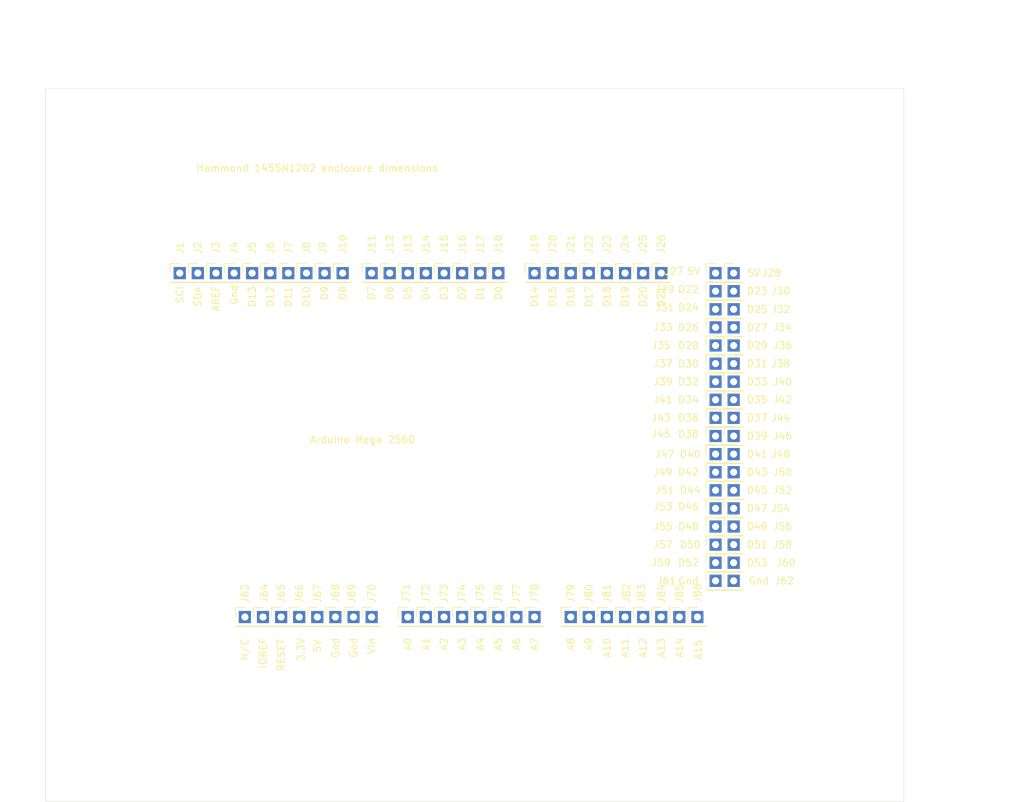
<source format=kicad_pcb>
(kicad_pcb (version 20171130) (host pcbnew "(5.1.6)-1")

  (general
    (thickness 1.6)
    (drawings 29)
    (tracks 0)
    (zones 0)
    (modules 86)
    (nets 87)
  )

  (page A4)
  (layers
    (0 F.Cu signal)
    (31 B.Cu signal)
    (32 B.Adhes user)
    (33 F.Adhes user)
    (34 B.Paste user)
    (35 F.Paste user)
    (36 B.SilkS user)
    (37 F.SilkS user)
    (38 B.Mask user)
    (39 F.Mask user)
    (40 Dwgs.User user)
    (41 Cmts.User user)
    (42 Eco1.User user)
    (43 Eco2.User user)
    (44 Edge.Cuts user)
    (45 Margin user)
    (46 B.CrtYd user)
    (47 F.CrtYd user)
    (48 B.Fab user)
    (49 F.Fab user)
  )

  (setup
    (last_trace_width 0.25)
    (trace_clearance 0.2)
    (zone_clearance 0.508)
    (zone_45_only no)
    (trace_min 0.2)
    (via_size 0.8)
    (via_drill 0.4)
    (via_min_size 0.4)
    (via_min_drill 0.3)
    (uvia_size 0.3)
    (uvia_drill 0.1)
    (uvias_allowed no)
    (uvia_min_size 0.2)
    (uvia_min_drill 0.1)
    (edge_width 0.05)
    (segment_width 0.2)
    (pcb_text_width 0.3)
    (pcb_text_size 1.5 1.5)
    (mod_edge_width 0.12)
    (mod_text_size 1 1)
    (mod_text_width 0.15)
    (pad_size 1.524 1.524)
    (pad_drill 0.762)
    (pad_to_mask_clearance 0.05)
    (aux_axis_origin 0 0)
    (visible_elements 7FFFFFFF)
    (pcbplotparams
      (layerselection 0x010fc_ffffffff)
      (usegerberextensions false)
      (usegerberattributes true)
      (usegerberadvancedattributes true)
      (creategerberjobfile true)
      (excludeedgelayer true)
      (linewidth 0.100000)
      (plotframeref false)
      (viasonmask false)
      (mode 1)
      (useauxorigin false)
      (hpglpennumber 1)
      (hpglpenspeed 20)
      (hpglpendiameter 15.000000)
      (psnegative false)
      (psa4output false)
      (plotreference true)
      (plotvalue true)
      (plotinvisibletext false)
      (padsonsilk false)
      (subtractmaskfromsilk false)
      (outputformat 1)
      (mirror false)
      (drillshape 1)
      (scaleselection 1)
      (outputdirectory ""))
  )

  (net 0 "")
  (net 1 "Net-(J1-Pad1)")
  (net 2 "Net-(J2-Pad1)")
  (net 3 "Net-(J3-Pad1)")
  (net 4 "Net-(J4-Pad1)")
  (net 5 "Net-(J5-Pad1)")
  (net 6 "Net-(J6-Pad1)")
  (net 7 "Net-(J7-Pad1)")
  (net 8 "Net-(J8-Pad1)")
  (net 9 "Net-(J9-Pad1)")
  (net 10 "Net-(J10-Pad1)")
  (net 11 "Net-(J11-Pad1)")
  (net 12 "Net-(J12-Pad1)")
  (net 13 "Net-(J13-Pad1)")
  (net 14 "Net-(J14-Pad1)")
  (net 15 "Net-(J15-Pad1)")
  (net 16 "Net-(J16-Pad1)")
  (net 17 "Net-(J17-Pad1)")
  (net 18 "Net-(J18-Pad1)")
  (net 19 "Net-(J19-Pad1)")
  (net 20 "Net-(J20-Pad1)")
  (net 21 "Net-(J21-Pad1)")
  (net 22 "Net-(J22-Pad1)")
  (net 23 "Net-(J23-Pad1)")
  (net 24 "Net-(J24-Pad1)")
  (net 25 "Net-(J25-Pad1)")
  (net 26 "Net-(J26-Pad1)")
  (net 27 "Net-(J27-Pad1)")
  (net 28 "Net-(J28-Pad1)")
  (net 29 "Net-(J29-Pad1)")
  (net 30 "Net-(J30-Pad1)")
  (net 31 "Net-(J31-Pad1)")
  (net 32 "Net-(J32-Pad1)")
  (net 33 "Net-(J33-Pad1)")
  (net 34 "Net-(J34-Pad1)")
  (net 35 "Net-(J35-Pad1)")
  (net 36 "Net-(J36-Pad1)")
  (net 37 "Net-(J37-Pad1)")
  (net 38 "Net-(J38-Pad1)")
  (net 39 "Net-(J39-Pad1)")
  (net 40 "Net-(J40-Pad1)")
  (net 41 "Net-(J41-Pad1)")
  (net 42 "Net-(J42-Pad1)")
  (net 43 "Net-(J43-Pad1)")
  (net 44 "Net-(J44-Pad1)")
  (net 45 "Net-(J45-Pad1)")
  (net 46 "Net-(J46-Pad1)")
  (net 47 "Net-(J47-Pad1)")
  (net 48 "Net-(J48-Pad1)")
  (net 49 "Net-(J49-Pad1)")
  (net 50 "Net-(J50-Pad1)")
  (net 51 "Net-(J51-Pad1)")
  (net 52 "Net-(J52-Pad1)")
  (net 53 "Net-(J53-Pad1)")
  (net 54 "Net-(J54-Pad1)")
  (net 55 "Net-(J55-Pad1)")
  (net 56 "Net-(J56-Pad1)")
  (net 57 "Net-(J57-Pad1)")
  (net 58 "Net-(J58-Pad1)")
  (net 59 "Net-(J59-Pad1)")
  (net 60 "Net-(J60-Pad1)")
  (net 61 "Net-(J61-Pad1)")
  (net 62 "Net-(J62-Pad1)")
  (net 63 "Net-(J63-Pad1)")
  (net 64 "Net-(J64-Pad1)")
  (net 65 "Net-(J65-Pad1)")
  (net 66 "Net-(J66-Pad1)")
  (net 67 "Net-(J67-Pad1)")
  (net 68 "Net-(J68-Pad1)")
  (net 69 "Net-(J69-Pad1)")
  (net 70 "Net-(J70-Pad1)")
  (net 71 "Net-(J71-Pad1)")
  (net 72 "Net-(J72-Pad1)")
  (net 73 "Net-(J73-Pad1)")
  (net 74 "Net-(J74-Pad1)")
  (net 75 "Net-(J75-Pad1)")
  (net 76 "Net-(J76-Pad1)")
  (net 77 "Net-(J77-Pad1)")
  (net 78 "Net-(J78-Pad1)")
  (net 79 "Net-(J79-Pad1)")
  (net 80 "Net-(J80-Pad1)")
  (net 81 "Net-(J81-Pad1)")
  (net 82 "Net-(J82-Pad1)")
  (net 83 "Net-(J83-Pad1)")
  (net 84 "Net-(J84-Pad1)")
  (net 85 "Net-(J85-Pad1)")
  (net 86 "Net-(J86-Pad1)")

  (net_class Default "This is the default net class."
    (clearance 0.2)
    (trace_width 0.25)
    (via_dia 0.8)
    (via_drill 0.4)
    (uvia_dia 0.3)
    (uvia_drill 0.1)
    (add_net "Net-(J1-Pad1)")
    (add_net "Net-(J10-Pad1)")
    (add_net "Net-(J11-Pad1)")
    (add_net "Net-(J12-Pad1)")
    (add_net "Net-(J13-Pad1)")
    (add_net "Net-(J14-Pad1)")
    (add_net "Net-(J15-Pad1)")
    (add_net "Net-(J16-Pad1)")
    (add_net "Net-(J17-Pad1)")
    (add_net "Net-(J18-Pad1)")
    (add_net "Net-(J19-Pad1)")
    (add_net "Net-(J2-Pad1)")
    (add_net "Net-(J20-Pad1)")
    (add_net "Net-(J21-Pad1)")
    (add_net "Net-(J22-Pad1)")
    (add_net "Net-(J23-Pad1)")
    (add_net "Net-(J24-Pad1)")
    (add_net "Net-(J25-Pad1)")
    (add_net "Net-(J26-Pad1)")
    (add_net "Net-(J27-Pad1)")
    (add_net "Net-(J28-Pad1)")
    (add_net "Net-(J29-Pad1)")
    (add_net "Net-(J3-Pad1)")
    (add_net "Net-(J30-Pad1)")
    (add_net "Net-(J31-Pad1)")
    (add_net "Net-(J32-Pad1)")
    (add_net "Net-(J33-Pad1)")
    (add_net "Net-(J34-Pad1)")
    (add_net "Net-(J35-Pad1)")
    (add_net "Net-(J36-Pad1)")
    (add_net "Net-(J37-Pad1)")
    (add_net "Net-(J38-Pad1)")
    (add_net "Net-(J39-Pad1)")
    (add_net "Net-(J4-Pad1)")
    (add_net "Net-(J40-Pad1)")
    (add_net "Net-(J41-Pad1)")
    (add_net "Net-(J42-Pad1)")
    (add_net "Net-(J43-Pad1)")
    (add_net "Net-(J44-Pad1)")
    (add_net "Net-(J45-Pad1)")
    (add_net "Net-(J46-Pad1)")
    (add_net "Net-(J47-Pad1)")
    (add_net "Net-(J48-Pad1)")
    (add_net "Net-(J49-Pad1)")
    (add_net "Net-(J5-Pad1)")
    (add_net "Net-(J50-Pad1)")
    (add_net "Net-(J51-Pad1)")
    (add_net "Net-(J52-Pad1)")
    (add_net "Net-(J53-Pad1)")
    (add_net "Net-(J54-Pad1)")
    (add_net "Net-(J55-Pad1)")
    (add_net "Net-(J56-Pad1)")
    (add_net "Net-(J57-Pad1)")
    (add_net "Net-(J58-Pad1)")
    (add_net "Net-(J59-Pad1)")
    (add_net "Net-(J6-Pad1)")
    (add_net "Net-(J60-Pad1)")
    (add_net "Net-(J61-Pad1)")
    (add_net "Net-(J62-Pad1)")
    (add_net "Net-(J63-Pad1)")
    (add_net "Net-(J64-Pad1)")
    (add_net "Net-(J65-Pad1)")
    (add_net "Net-(J66-Pad1)")
    (add_net "Net-(J67-Pad1)")
    (add_net "Net-(J68-Pad1)")
    (add_net "Net-(J69-Pad1)")
    (add_net "Net-(J7-Pad1)")
    (add_net "Net-(J70-Pad1)")
    (add_net "Net-(J71-Pad1)")
    (add_net "Net-(J72-Pad1)")
    (add_net "Net-(J73-Pad1)")
    (add_net "Net-(J74-Pad1)")
    (add_net "Net-(J75-Pad1)")
    (add_net "Net-(J76-Pad1)")
    (add_net "Net-(J77-Pad1)")
    (add_net "Net-(J78-Pad1)")
    (add_net "Net-(J79-Pad1)")
    (add_net "Net-(J8-Pad1)")
    (add_net "Net-(J80-Pad1)")
    (add_net "Net-(J81-Pad1)")
    (add_net "Net-(J82-Pad1)")
    (add_net "Net-(J83-Pad1)")
    (add_net "Net-(J84-Pad1)")
    (add_net "Net-(J85-Pad1)")
    (add_net "Net-(J86-Pad1)")
    (add_net "Net-(J9-Pad1)")
  )

  (module Connector_PinHeader_2.54mm:PinHeader_1x01_P2.54mm_Vertical (layer F.Cu) (tedit 59FED5CC) (tstamp 63797796)
    (at 167.64 124.46)
    (descr "Through hole straight pin header, 1x01, 2.54mm pitch, single row")
    (tags "Through hole pin header THT 1x01 2.54mm single row")
    (path /637D54B3)
    (fp_text reference J86 (at 0 -3.36 90) (layer F.SilkS)
      (effects (font (size 1 1) (thickness 0.15)))
    )
    (fp_text value A15 (at 0.118 4.572 90) (layer F.SilkS)
      (effects (font (size 1 1) (thickness 0.15)))
    )
    (fp_line (start 1.8 -1.8) (end -1.8 -1.8) (layer F.CrtYd) (width 0.05))
    (fp_line (start 1.8 1.8) (end 1.8 -1.8) (layer F.CrtYd) (width 0.05))
    (fp_line (start -1.8 1.8) (end 1.8 1.8) (layer F.CrtYd) (width 0.05))
    (fp_line (start -1.8 -1.8) (end -1.8 1.8) (layer F.CrtYd) (width 0.05))
    (fp_line (start -1.33 -1.33) (end 0 -1.33) (layer F.SilkS) (width 0.12))
    (fp_line (start -1.33 0) (end -1.33 -1.33) (layer F.SilkS) (width 0.12))
    (fp_line (start -1.33 1.27) (end 1.33 1.27) (layer F.SilkS) (width 0.12))
    (fp_line (start 1.33 1.27) (end 1.33 1.33) (layer F.SilkS) (width 0.12))
    (fp_line (start -1.33 1.27) (end -1.33 1.33) (layer F.SilkS) (width 0.12))
    (fp_line (start -1.33 1.33) (end 1.33 1.33) (layer F.SilkS) (width 0.12))
    (fp_line (start -1.27 -0.635) (end -0.635 -1.27) (layer F.Fab) (width 0.1))
    (fp_line (start -1.27 1.27) (end -1.27 -0.635) (layer F.Fab) (width 0.1))
    (fp_line (start 1.27 1.27) (end -1.27 1.27) (layer F.Fab) (width 0.1))
    (fp_line (start 1.27 -1.27) (end 1.27 1.27) (layer F.Fab) (width 0.1))
    (fp_line (start -0.635 -1.27) (end 1.27 -1.27) (layer F.Fab) (width 0.1))
    (fp_text user %R (at 0 0.196 90) (layer F.Fab)
      (effects (font (size 1 1) (thickness 0.15)))
    )
    (pad 1 thru_hole rect (at 0 0) (size 1.7 1.7) (drill 1) (layers *.Cu *.Mask)
      (net 86 "Net-(J86-Pad1)"))
    (model ${KISYS3DMOD}/Connector_PinHeader_2.54mm.3dshapes/PinHeader_1x01_P2.54mm_Vertical.wrl
      (at (xyz 0 0 0))
      (scale (xyz 1 1 1))
      (rotate (xyz 0 0 0))
    )
  )

  (module Connector_PinHeader_2.54mm:PinHeader_1x01_P2.54mm_Vertical (layer F.Cu) (tedit 59FED5CC) (tstamp 63797781)
    (at 165.1 124.46)
    (descr "Through hole straight pin header, 1x01, 2.54mm pitch, single row")
    (tags "Through hole pin header THT 1x01 2.54mm single row")
    (path /637D54AD)
    (fp_text reference J85 (at 0 -3.302 90) (layer F.SilkS)
      (effects (font (size 1 1) (thickness 0.15)))
    )
    (fp_text value A14 (at 0 4.318 90) (layer F.SilkS)
      (effects (font (size 1 1) (thickness 0.15)))
    )
    (fp_line (start 1.8 -1.8) (end -1.8 -1.8) (layer F.CrtYd) (width 0.05))
    (fp_line (start 1.8 1.8) (end 1.8 -1.8) (layer F.CrtYd) (width 0.05))
    (fp_line (start -1.8 1.8) (end 1.8 1.8) (layer F.CrtYd) (width 0.05))
    (fp_line (start -1.8 -1.8) (end -1.8 1.8) (layer F.CrtYd) (width 0.05))
    (fp_line (start -1.33 -1.33) (end 0 -1.33) (layer F.SilkS) (width 0.12))
    (fp_line (start -1.33 0) (end -1.33 -1.33) (layer F.SilkS) (width 0.12))
    (fp_line (start -1.33 1.27) (end 1.33 1.27) (layer F.SilkS) (width 0.12))
    (fp_line (start 1.33 1.27) (end 1.33 1.33) (layer F.SilkS) (width 0.12))
    (fp_line (start -1.33 1.27) (end -1.33 1.33) (layer F.SilkS) (width 0.12))
    (fp_line (start -1.33 1.33) (end 1.33 1.33) (layer F.SilkS) (width 0.12))
    (fp_line (start -1.27 -0.635) (end -0.635 -1.27) (layer F.Fab) (width 0.1))
    (fp_line (start -1.27 1.27) (end -1.27 -0.635) (layer F.Fab) (width 0.1))
    (fp_line (start 1.27 1.27) (end -1.27 1.27) (layer F.Fab) (width 0.1))
    (fp_line (start 1.27 -1.27) (end 1.27 1.27) (layer F.Fab) (width 0.1))
    (fp_line (start -0.635 -1.27) (end 1.27 -1.27) (layer F.Fab) (width 0.1))
    (fp_text user %R (at 0.216 0.176 90) (layer F.Fab)
      (effects (font (size 1 1) (thickness 0.15)))
    )
    (pad 1 thru_hole rect (at 0 0) (size 1.7 1.7) (drill 1) (layers *.Cu *.Mask)
      (net 85 "Net-(J85-Pad1)"))
    (model ${KISYS3DMOD}/Connector_PinHeader_2.54mm.3dshapes/PinHeader_1x01_P2.54mm_Vertical.wrl
      (at (xyz 0 0 0))
      (scale (xyz 1 1 1))
      (rotate (xyz 0 0 0))
    )
  )

  (module Connector_PinHeader_2.54mm:PinHeader_1x01_P2.54mm_Vertical (layer F.Cu) (tedit 59FED5CC) (tstamp 6379776C)
    (at 162.56 124.46)
    (descr "Through hole straight pin header, 1x01, 2.54mm pitch, single row")
    (tags "Through hole pin header THT 1x01 2.54mm single row")
    (path /637D54A7)
    (fp_text reference J84 (at 0 -3.302 90) (layer F.SilkS)
      (effects (font (size 1 1) (thickness 0.15)))
    )
    (fp_text value A13 (at 0 4.318 90) (layer F.SilkS)
      (effects (font (size 1 1) (thickness 0.15)))
    )
    (fp_line (start 1.8 -1.8) (end -1.8 -1.8) (layer F.CrtYd) (width 0.05))
    (fp_line (start 1.8 1.8) (end 1.8 -1.8) (layer F.CrtYd) (width 0.05))
    (fp_line (start -1.8 1.8) (end 1.8 1.8) (layer F.CrtYd) (width 0.05))
    (fp_line (start -1.8 -1.8) (end -1.8 1.8) (layer F.CrtYd) (width 0.05))
    (fp_line (start -1.33 -1.33) (end 0 -1.33) (layer F.SilkS) (width 0.12))
    (fp_line (start -1.33 0) (end -1.33 -1.33) (layer F.SilkS) (width 0.12))
    (fp_line (start -1.33 1.27) (end 1.33 1.27) (layer F.SilkS) (width 0.12))
    (fp_line (start 1.33 1.27) (end 1.33 1.33) (layer F.SilkS) (width 0.12))
    (fp_line (start -1.33 1.27) (end -1.33 1.33) (layer F.SilkS) (width 0.12))
    (fp_line (start -1.33 1.33) (end 1.33 1.33) (layer F.SilkS) (width 0.12))
    (fp_line (start -1.27 -0.635) (end -0.635 -1.27) (layer F.Fab) (width 0.1))
    (fp_line (start -1.27 1.27) (end -1.27 -0.635) (layer F.Fab) (width 0.1))
    (fp_line (start 1.27 1.27) (end -1.27 1.27) (layer F.Fab) (width 0.1))
    (fp_line (start 1.27 -1.27) (end 1.27 1.27) (layer F.Fab) (width 0.1))
    (fp_line (start -0.635 -1.27) (end 1.27 -1.27) (layer F.Fab) (width 0.1))
    (fp_text user %R (at 0 0 90) (layer F.Fab)
      (effects (font (size 1 1) (thickness 0.15)))
    )
    (pad 1 thru_hole rect (at 0 0) (size 1.7 1.7) (drill 1) (layers *.Cu *.Mask)
      (net 84 "Net-(J84-Pad1)"))
    (model ${KISYS3DMOD}/Connector_PinHeader_2.54mm.3dshapes/PinHeader_1x01_P2.54mm_Vertical.wrl
      (at (xyz 0 0 0))
      (scale (xyz 1 1 1))
      (rotate (xyz 0 0 0))
    )
  )

  (module Connector_PinHeader_2.54mm:PinHeader_1x01_P2.54mm_Vertical (layer F.Cu) (tedit 59FED5CC) (tstamp 63797757)
    (at 160.02 124.46)
    (descr "Through hole straight pin header, 1x01, 2.54mm pitch, single row")
    (tags "Through hole pin header THT 1x01 2.54mm single row")
    (path /637D54A1)
    (fp_text reference J83 (at -0.254 -3.302 90) (layer F.SilkS)
      (effects (font (size 1 1) (thickness 0.15)))
    )
    (fp_text value A12 (at 0 4.318 90) (layer F.SilkS)
      (effects (font (size 1 1) (thickness 0.15)))
    )
    (fp_line (start 1.8 -1.8) (end -1.8 -1.8) (layer F.CrtYd) (width 0.05))
    (fp_line (start 1.8 1.8) (end 1.8 -1.8) (layer F.CrtYd) (width 0.05))
    (fp_line (start -1.8 1.8) (end 1.8 1.8) (layer F.CrtYd) (width 0.05))
    (fp_line (start -1.8 -1.8) (end -1.8 1.8) (layer F.CrtYd) (width 0.05))
    (fp_line (start -1.33 -1.33) (end 0 -1.33) (layer F.SilkS) (width 0.12))
    (fp_line (start -1.33 0) (end -1.33 -1.33) (layer F.SilkS) (width 0.12))
    (fp_line (start -1.33 1.27) (end 1.33 1.27) (layer F.SilkS) (width 0.12))
    (fp_line (start 1.33 1.27) (end 1.33 1.33) (layer F.SilkS) (width 0.12))
    (fp_line (start -1.33 1.27) (end -1.33 1.33) (layer F.SilkS) (width 0.12))
    (fp_line (start -1.33 1.33) (end 1.33 1.33) (layer F.SilkS) (width 0.12))
    (fp_line (start -1.27 -0.635) (end -0.635 -1.27) (layer F.Fab) (width 0.1))
    (fp_line (start -1.27 1.27) (end -1.27 -0.635) (layer F.Fab) (width 0.1))
    (fp_line (start 1.27 1.27) (end -1.27 1.27) (layer F.Fab) (width 0.1))
    (fp_line (start 1.27 -1.27) (end 1.27 1.27) (layer F.Fab) (width 0.1))
    (fp_line (start -0.635 -1.27) (end 1.27 -1.27) (layer F.Fab) (width 0.1))
    (fp_text user %R (at 0 0 90) (layer F.Fab)
      (effects (font (size 1 1) (thickness 0.15)))
    )
    (pad 1 thru_hole rect (at 0 0) (size 1.7 1.7) (drill 1) (layers *.Cu *.Mask)
      (net 83 "Net-(J83-Pad1)"))
    (model ${KISYS3DMOD}/Connector_PinHeader_2.54mm.3dshapes/PinHeader_1x01_P2.54mm_Vertical.wrl
      (at (xyz 0 0 0))
      (scale (xyz 1 1 1))
      (rotate (xyz 0 0 0))
    )
  )

  (module Connector_PinHeader_2.54mm:PinHeader_1x01_P2.54mm_Vertical (layer F.Cu) (tedit 59FED5CC) (tstamp 63797742)
    (at 157.48 124.46)
    (descr "Through hole straight pin header, 1x01, 2.54mm pitch, single row")
    (tags "Through hole pin header THT 1x01 2.54mm single row")
    (path /637D549B)
    (fp_text reference J82 (at 0.196 -3.36 90) (layer F.SilkS)
      (effects (font (size 1 1) (thickness 0.15)))
    )
    (fp_text value A11 (at 0 4.318 90) (layer F.SilkS)
      (effects (font (size 1 1) (thickness 0.15)))
    )
    (fp_line (start 1.8 -1.8) (end -1.8 -1.8) (layer F.CrtYd) (width 0.05))
    (fp_line (start 1.8 1.8) (end 1.8 -1.8) (layer F.CrtYd) (width 0.05))
    (fp_line (start -1.8 1.8) (end 1.8 1.8) (layer F.CrtYd) (width 0.05))
    (fp_line (start -1.8 -1.8) (end -1.8 1.8) (layer F.CrtYd) (width 0.05))
    (fp_line (start -1.33 -1.33) (end 0 -1.33) (layer F.SilkS) (width 0.12))
    (fp_line (start -1.33 0) (end -1.33 -1.33) (layer F.SilkS) (width 0.12))
    (fp_line (start -1.33 1.27) (end 1.33 1.27) (layer F.SilkS) (width 0.12))
    (fp_line (start 1.33 1.27) (end 1.33 1.33) (layer F.SilkS) (width 0.12))
    (fp_line (start -1.33 1.27) (end -1.33 1.33) (layer F.SilkS) (width 0.12))
    (fp_line (start -1.33 1.33) (end 1.33 1.33) (layer F.SilkS) (width 0.12))
    (fp_line (start -1.27 -0.635) (end -0.635 -1.27) (layer F.Fab) (width 0.1))
    (fp_line (start -1.27 1.27) (end -1.27 -0.635) (layer F.Fab) (width 0.1))
    (fp_line (start 1.27 1.27) (end -1.27 1.27) (layer F.Fab) (width 0.1))
    (fp_line (start 1.27 -1.27) (end 1.27 1.27) (layer F.Fab) (width 0.1))
    (fp_line (start -0.635 -1.27) (end 1.27 -1.27) (layer F.Fab) (width 0.1))
    (fp_text user %R (at 0 0 90) (layer F.Fab)
      (effects (font (size 1 1) (thickness 0.15)))
    )
    (pad 1 thru_hole rect (at 0 0) (size 1.7 1.7) (drill 1) (layers *.Cu *.Mask)
      (net 82 "Net-(J82-Pad1)"))
    (model ${KISYS3DMOD}/Connector_PinHeader_2.54mm.3dshapes/PinHeader_1x01_P2.54mm_Vertical.wrl
      (at (xyz 0 0 0))
      (scale (xyz 1 1 1))
      (rotate (xyz 0 0 0))
    )
  )

  (module Connector_PinHeader_2.54mm:PinHeader_1x01_P2.54mm_Vertical (layer F.Cu) (tedit 59FED5CC) (tstamp 6379772D)
    (at 154.94 124.46)
    (descr "Through hole straight pin header, 1x01, 2.54mm pitch, single row")
    (tags "Through hole pin header THT 1x01 2.54mm single row")
    (path /637D5495)
    (fp_text reference J81 (at 0 -3.302 90) (layer F.SilkS)
      (effects (font (size 1 1) (thickness 0.15)))
    )
    (fp_text value A10 (at 0 4.318 90) (layer F.SilkS)
      (effects (font (size 1 1) (thickness 0.15)))
    )
    (fp_line (start 1.8 -1.8) (end -1.8 -1.8) (layer F.CrtYd) (width 0.05))
    (fp_line (start 1.8 1.8) (end 1.8 -1.8) (layer F.CrtYd) (width 0.05))
    (fp_line (start -1.8 1.8) (end 1.8 1.8) (layer F.CrtYd) (width 0.05))
    (fp_line (start -1.8 -1.8) (end -1.8 1.8) (layer F.CrtYd) (width 0.05))
    (fp_line (start -1.33 -1.33) (end 0 -1.33) (layer F.SilkS) (width 0.12))
    (fp_line (start -1.33 0) (end -1.33 -1.33) (layer F.SilkS) (width 0.12))
    (fp_line (start -1.33 1.27) (end 1.33 1.27) (layer F.SilkS) (width 0.12))
    (fp_line (start 1.33 1.27) (end 1.33 1.33) (layer F.SilkS) (width 0.12))
    (fp_line (start -1.33 1.27) (end -1.33 1.33) (layer F.SilkS) (width 0.12))
    (fp_line (start -1.33 1.33) (end 1.33 1.33) (layer F.SilkS) (width 0.12))
    (fp_line (start -1.27 -0.635) (end -0.635 -1.27) (layer F.Fab) (width 0.1))
    (fp_line (start -1.27 1.27) (end -1.27 -0.635) (layer F.Fab) (width 0.1))
    (fp_line (start 1.27 1.27) (end -1.27 1.27) (layer F.Fab) (width 0.1))
    (fp_line (start 1.27 -1.27) (end 1.27 1.27) (layer F.Fab) (width 0.1))
    (fp_line (start -0.635 -1.27) (end 1.27 -1.27) (layer F.Fab) (width 0.1))
    (fp_text user %R (at 0 0 90) (layer F.Fab)
      (effects (font (size 1 1) (thickness 0.15)))
    )
    (pad 1 thru_hole rect (at 0 0) (size 1.7 1.7) (drill 1) (layers *.Cu *.Mask)
      (net 81 "Net-(J81-Pad1)"))
    (model ${KISYS3DMOD}/Connector_PinHeader_2.54mm.3dshapes/PinHeader_1x01_P2.54mm_Vertical.wrl
      (at (xyz 0 0 0))
      (scale (xyz 1 1 1))
      (rotate (xyz 0 0 0))
    )
  )

  (module Connector_PinHeader_2.54mm:PinHeader_1x01_P2.54mm_Vertical (layer F.Cu) (tedit 59FED5CC) (tstamp 63797718)
    (at 152.4 124.46)
    (descr "Through hole straight pin header, 1x01, 2.54mm pitch, single row")
    (tags "Through hole pin header THT 1x01 2.54mm single row")
    (path /637D548F)
    (fp_text reference J80 (at 0 -3.302 90) (layer F.SilkS)
      (effects (font (size 1 1) (thickness 0.15)))
    )
    (fp_text value A9 (at 0 3.81 90) (layer F.SilkS)
      (effects (font (size 1 1) (thickness 0.15)))
    )
    (fp_line (start 1.8 -1.8) (end -1.8 -1.8) (layer F.CrtYd) (width 0.05))
    (fp_line (start 1.8 1.8) (end 1.8 -1.8) (layer F.CrtYd) (width 0.05))
    (fp_line (start -1.8 1.8) (end 1.8 1.8) (layer F.CrtYd) (width 0.05))
    (fp_line (start -1.8 -1.8) (end -1.8 1.8) (layer F.CrtYd) (width 0.05))
    (fp_line (start -1.33 -1.33) (end 0 -1.33) (layer F.SilkS) (width 0.12))
    (fp_line (start -1.33 0) (end -1.33 -1.33) (layer F.SilkS) (width 0.12))
    (fp_line (start -1.33 1.27) (end 1.33 1.27) (layer F.SilkS) (width 0.12))
    (fp_line (start 1.33 1.27) (end 1.33 1.33) (layer F.SilkS) (width 0.12))
    (fp_line (start -1.33 1.27) (end -1.33 1.33) (layer F.SilkS) (width 0.12))
    (fp_line (start -1.33 1.33) (end 1.33 1.33) (layer F.SilkS) (width 0.12))
    (fp_line (start -1.27 -0.635) (end -0.635 -1.27) (layer F.Fab) (width 0.1))
    (fp_line (start -1.27 1.27) (end -1.27 -0.635) (layer F.Fab) (width 0.1))
    (fp_line (start 1.27 1.27) (end -1.27 1.27) (layer F.Fab) (width 0.1))
    (fp_line (start 1.27 -1.27) (end 1.27 1.27) (layer F.Fab) (width 0.1))
    (fp_line (start -0.635 -1.27) (end 1.27 -1.27) (layer F.Fab) (width 0.1))
    (fp_text user %R (at 0 0 90) (layer F.Fab)
      (effects (font (size 1 1) (thickness 0.15)))
    )
    (pad 1 thru_hole rect (at 0 0) (size 1.7 1.7) (drill 1) (layers *.Cu *.Mask)
      (net 80 "Net-(J80-Pad1)"))
    (model ${KISYS3DMOD}/Connector_PinHeader_2.54mm.3dshapes/PinHeader_1x01_P2.54mm_Vertical.wrl
      (at (xyz 0 0 0))
      (scale (xyz 1 1 1))
      (rotate (xyz 0 0 0))
    )
  )

  (module Connector_PinHeader_2.54mm:PinHeader_1x01_P2.54mm_Vertical (layer F.Cu) (tedit 59FED5CC) (tstamp 63797703)
    (at 149.86 124.46)
    (descr "Through hole straight pin header, 1x01, 2.54mm pitch, single row")
    (tags "Through hole pin header THT 1x01 2.54mm single row")
    (path /637D5489)
    (fp_text reference J79 (at 0 -3.302 90) (layer F.SilkS)
      (effects (font (size 1 1) (thickness 0.15)))
    )
    (fp_text value A8 (at 0 3.81 90) (layer F.SilkS)
      (effects (font (size 1 1) (thickness 0.15)))
    )
    (fp_line (start 1.8 -1.8) (end -1.8 -1.8) (layer F.CrtYd) (width 0.05))
    (fp_line (start 1.8 1.8) (end 1.8 -1.8) (layer F.CrtYd) (width 0.05))
    (fp_line (start -1.8 1.8) (end 1.8 1.8) (layer F.CrtYd) (width 0.05))
    (fp_line (start -1.8 -1.8) (end -1.8 1.8) (layer F.CrtYd) (width 0.05))
    (fp_line (start -1.33 -1.33) (end 0 -1.33) (layer F.SilkS) (width 0.12))
    (fp_line (start -1.33 0) (end -1.33 -1.33) (layer F.SilkS) (width 0.12))
    (fp_line (start -1.33 1.27) (end 1.33 1.27) (layer F.SilkS) (width 0.12))
    (fp_line (start 1.33 1.27) (end 1.33 1.33) (layer F.SilkS) (width 0.12))
    (fp_line (start -1.33 1.27) (end -1.33 1.33) (layer F.SilkS) (width 0.12))
    (fp_line (start -1.33 1.33) (end 1.33 1.33) (layer F.SilkS) (width 0.12))
    (fp_line (start -1.27 -0.635) (end -0.635 -1.27) (layer F.Fab) (width 0.1))
    (fp_line (start -1.27 1.27) (end -1.27 -0.635) (layer F.Fab) (width 0.1))
    (fp_line (start 1.27 1.27) (end -1.27 1.27) (layer F.Fab) (width 0.1))
    (fp_line (start 1.27 -1.27) (end 1.27 1.27) (layer F.Fab) (width 0.1))
    (fp_line (start -0.635 -1.27) (end 1.27 -1.27) (layer F.Fab) (width 0.1))
    (fp_text user %R (at 0 0 90) (layer F.Fab)
      (effects (font (size 1 1) (thickness 0.15)))
    )
    (pad 1 thru_hole rect (at 0 0) (size 1.7 1.7) (drill 1) (layers *.Cu *.Mask)
      (net 79 "Net-(J79-Pad1)"))
    (model ${KISYS3DMOD}/Connector_PinHeader_2.54mm.3dshapes/PinHeader_1x01_P2.54mm_Vertical.wrl
      (at (xyz 0 0 0))
      (scale (xyz 1 1 1))
      (rotate (xyz 0 0 0))
    )
  )

  (module Connector_PinHeader_2.54mm:PinHeader_1x01_P2.54mm_Vertical (layer F.Cu) (tedit 59FED5CC) (tstamp 637976EE)
    (at 144.78 124.46)
    (descr "Through hole straight pin header, 1x01, 2.54mm pitch, single row")
    (tags "Through hole pin header THT 1x01 2.54mm single row")
    (path /637E05D5)
    (fp_text reference J78 (at 0 -3.302 90) (layer F.SilkS)
      (effects (font (size 1 1) (thickness 0.15)))
    )
    (fp_text value A7 (at 0 3.81 90) (layer F.SilkS)
      (effects (font (size 1 1) (thickness 0.15)))
    )
    (fp_line (start 1.8 -1.8) (end -1.8 -1.8) (layer F.CrtYd) (width 0.05))
    (fp_line (start 1.8 1.8) (end 1.8 -1.8) (layer F.CrtYd) (width 0.05))
    (fp_line (start -1.8 1.8) (end 1.8 1.8) (layer F.CrtYd) (width 0.05))
    (fp_line (start -1.8 -1.8) (end -1.8 1.8) (layer F.CrtYd) (width 0.05))
    (fp_line (start -1.33 -1.33) (end 0 -1.33) (layer F.SilkS) (width 0.12))
    (fp_line (start -1.33 0) (end -1.33 -1.33) (layer F.SilkS) (width 0.12))
    (fp_line (start -1.33 1.27) (end 1.33 1.27) (layer F.SilkS) (width 0.12))
    (fp_line (start 1.33 1.27) (end 1.33 1.33) (layer F.SilkS) (width 0.12))
    (fp_line (start -1.33 1.27) (end -1.33 1.33) (layer F.SilkS) (width 0.12))
    (fp_line (start -1.33 1.33) (end 1.33 1.33) (layer F.SilkS) (width 0.12))
    (fp_line (start -1.27 -0.635) (end -0.635 -1.27) (layer F.Fab) (width 0.1))
    (fp_line (start -1.27 1.27) (end -1.27 -0.635) (layer F.Fab) (width 0.1))
    (fp_line (start 1.27 1.27) (end -1.27 1.27) (layer F.Fab) (width 0.1))
    (fp_line (start 1.27 -1.27) (end 1.27 1.27) (layer F.Fab) (width 0.1))
    (fp_line (start -0.635 -1.27) (end 1.27 -1.27) (layer F.Fab) (width 0.1))
    (fp_text user %R (at 0 0 90) (layer F.Fab)
      (effects (font (size 1 1) (thickness 0.15)))
    )
    (pad 1 thru_hole rect (at 0 0) (size 1.7 1.7) (drill 1) (layers *.Cu *.Mask)
      (net 78 "Net-(J78-Pad1)"))
    (model ${KISYS3DMOD}/Connector_PinHeader_2.54mm.3dshapes/PinHeader_1x01_P2.54mm_Vertical.wrl
      (at (xyz 0 0 0))
      (scale (xyz 1 1 1))
      (rotate (xyz 0 0 0))
    )
  )

  (module Connector_PinHeader_2.54mm:PinHeader_1x01_P2.54mm_Vertical (layer F.Cu) (tedit 59FED5CC) (tstamp 637976D9)
    (at 142.24 124.46)
    (descr "Through hole straight pin header, 1x01, 2.54mm pitch, single row")
    (tags "Through hole pin header THT 1x01 2.54mm single row")
    (path /637E05CF)
    (fp_text reference J77 (at 0 -3.302 90) (layer F.SilkS)
      (effects (font (size 1 1) (thickness 0.15)))
    )
    (fp_text value A6 (at 0 3.81 90) (layer F.SilkS)
      (effects (font (size 1 1) (thickness 0.15)))
    )
    (fp_line (start 1.8 -1.8) (end -1.8 -1.8) (layer F.CrtYd) (width 0.05))
    (fp_line (start 1.8 1.8) (end 1.8 -1.8) (layer F.CrtYd) (width 0.05))
    (fp_line (start -1.8 1.8) (end 1.8 1.8) (layer F.CrtYd) (width 0.05))
    (fp_line (start -1.8 -1.8) (end -1.8 1.8) (layer F.CrtYd) (width 0.05))
    (fp_line (start -1.33 -1.33) (end 0 -1.33) (layer F.SilkS) (width 0.12))
    (fp_line (start -1.33 0) (end -1.33 -1.33) (layer F.SilkS) (width 0.12))
    (fp_line (start -1.33 1.27) (end 1.33 1.27) (layer F.SilkS) (width 0.12))
    (fp_line (start 1.33 1.27) (end 1.33 1.33) (layer F.SilkS) (width 0.12))
    (fp_line (start -1.33 1.27) (end -1.33 1.33) (layer F.SilkS) (width 0.12))
    (fp_line (start -1.33 1.33) (end 1.33 1.33) (layer F.SilkS) (width 0.12))
    (fp_line (start -1.27 -0.635) (end -0.635 -1.27) (layer F.Fab) (width 0.1))
    (fp_line (start -1.27 1.27) (end -1.27 -0.635) (layer F.Fab) (width 0.1))
    (fp_line (start 1.27 1.27) (end -1.27 1.27) (layer F.Fab) (width 0.1))
    (fp_line (start 1.27 -1.27) (end 1.27 1.27) (layer F.Fab) (width 0.1))
    (fp_line (start -0.635 -1.27) (end 1.27 -1.27) (layer F.Fab) (width 0.1))
    (fp_text user %R (at 0 0 90) (layer F.Fab)
      (effects (font (size 1 1) (thickness 0.15)))
    )
    (pad 1 thru_hole rect (at 0 0) (size 1.7 1.7) (drill 1) (layers *.Cu *.Mask)
      (net 77 "Net-(J77-Pad1)"))
    (model ${KISYS3DMOD}/Connector_PinHeader_2.54mm.3dshapes/PinHeader_1x01_P2.54mm_Vertical.wrl
      (at (xyz 0 0 0))
      (scale (xyz 1 1 1))
      (rotate (xyz 0 0 0))
    )
  )

  (module Connector_PinHeader_2.54mm:PinHeader_1x01_P2.54mm_Vertical (layer F.Cu) (tedit 59FED5CC) (tstamp 637976C4)
    (at 139.7 124.46)
    (descr "Through hole straight pin header, 1x01, 2.54mm pitch, single row")
    (tags "Through hole pin header THT 1x01 2.54mm single row")
    (path /637E05C9)
    (fp_text reference J76 (at 0 -3.302 90) (layer F.SilkS)
      (effects (font (size 1 1) (thickness 0.15)))
    )
    (fp_text value A5 (at 0 3.81 90) (layer F.SilkS)
      (effects (font (size 1 1) (thickness 0.15)))
    )
    (fp_line (start 1.8 -1.8) (end -1.8 -1.8) (layer F.CrtYd) (width 0.05))
    (fp_line (start 1.8 1.8) (end 1.8 -1.8) (layer F.CrtYd) (width 0.05))
    (fp_line (start -1.8 1.8) (end 1.8 1.8) (layer F.CrtYd) (width 0.05))
    (fp_line (start -1.8 -1.8) (end -1.8 1.8) (layer F.CrtYd) (width 0.05))
    (fp_line (start -1.33 -1.33) (end 0 -1.33) (layer F.SilkS) (width 0.12))
    (fp_line (start -1.33 0) (end -1.33 -1.33) (layer F.SilkS) (width 0.12))
    (fp_line (start -1.33 1.27) (end 1.33 1.27) (layer F.SilkS) (width 0.12))
    (fp_line (start 1.33 1.27) (end 1.33 1.33) (layer F.SilkS) (width 0.12))
    (fp_line (start -1.33 1.27) (end -1.33 1.33) (layer F.SilkS) (width 0.12))
    (fp_line (start -1.33 1.33) (end 1.33 1.33) (layer F.SilkS) (width 0.12))
    (fp_line (start -1.27 -0.635) (end -0.635 -1.27) (layer F.Fab) (width 0.1))
    (fp_line (start -1.27 1.27) (end -1.27 -0.635) (layer F.Fab) (width 0.1))
    (fp_line (start 1.27 1.27) (end -1.27 1.27) (layer F.Fab) (width 0.1))
    (fp_line (start 1.27 -1.27) (end 1.27 1.27) (layer F.Fab) (width 0.1))
    (fp_line (start -0.635 -1.27) (end 1.27 -1.27) (layer F.Fab) (width 0.1))
    (fp_text user %R (at 0 0 90) (layer F.Fab)
      (effects (font (size 1 1) (thickness 0.15)))
    )
    (pad 1 thru_hole rect (at 0 0) (size 1.7 1.7) (drill 1) (layers *.Cu *.Mask)
      (net 76 "Net-(J76-Pad1)"))
    (model ${KISYS3DMOD}/Connector_PinHeader_2.54mm.3dshapes/PinHeader_1x01_P2.54mm_Vertical.wrl
      (at (xyz 0 0 0))
      (scale (xyz 1 1 1))
      (rotate (xyz 0 0 0))
    )
  )

  (module Connector_PinHeader_2.54mm:PinHeader_1x01_P2.54mm_Vertical (layer F.Cu) (tedit 59FED5CC) (tstamp 637976AF)
    (at 137.16 124.46)
    (descr "Through hole straight pin header, 1x01, 2.54mm pitch, single row")
    (tags "Through hole pin header THT 1x01 2.54mm single row")
    (path /637E05C3)
    (fp_text reference J75 (at 0 -3.302 90) (layer F.SilkS)
      (effects (font (size 1 1) (thickness 0.15)))
    )
    (fp_text value A4 (at 0 3.81 90) (layer F.SilkS)
      (effects (font (size 1 1) (thickness 0.15)))
    )
    (fp_line (start 1.8 -1.8) (end -1.8 -1.8) (layer F.CrtYd) (width 0.05))
    (fp_line (start 1.8 1.8) (end 1.8 -1.8) (layer F.CrtYd) (width 0.05))
    (fp_line (start -1.8 1.8) (end 1.8 1.8) (layer F.CrtYd) (width 0.05))
    (fp_line (start -1.8 -1.8) (end -1.8 1.8) (layer F.CrtYd) (width 0.05))
    (fp_line (start -1.33 -1.33) (end 0 -1.33) (layer F.SilkS) (width 0.12))
    (fp_line (start -1.33 0) (end -1.33 -1.33) (layer F.SilkS) (width 0.12))
    (fp_line (start -1.33 1.27) (end 1.33 1.27) (layer F.SilkS) (width 0.12))
    (fp_line (start 1.33 1.27) (end 1.33 1.33) (layer F.SilkS) (width 0.12))
    (fp_line (start -1.33 1.27) (end -1.33 1.33) (layer F.SilkS) (width 0.12))
    (fp_line (start -1.33 1.33) (end 1.33 1.33) (layer F.SilkS) (width 0.12))
    (fp_line (start -1.27 -0.635) (end -0.635 -1.27) (layer F.Fab) (width 0.1))
    (fp_line (start -1.27 1.27) (end -1.27 -0.635) (layer F.Fab) (width 0.1))
    (fp_line (start 1.27 1.27) (end -1.27 1.27) (layer F.Fab) (width 0.1))
    (fp_line (start 1.27 -1.27) (end 1.27 1.27) (layer F.Fab) (width 0.1))
    (fp_line (start -0.635 -1.27) (end 1.27 -1.27) (layer F.Fab) (width 0.1))
    (fp_text user %R (at 0 0 90) (layer F.Fab)
      (effects (font (size 1 1) (thickness 0.15)))
    )
    (pad 1 thru_hole rect (at 0 0) (size 1.7 1.7) (drill 1) (layers *.Cu *.Mask)
      (net 75 "Net-(J75-Pad1)"))
    (model ${KISYS3DMOD}/Connector_PinHeader_2.54mm.3dshapes/PinHeader_1x01_P2.54mm_Vertical.wrl
      (at (xyz 0 0 0))
      (scale (xyz 1 1 1))
      (rotate (xyz 0 0 0))
    )
  )

  (module Connector_PinHeader_2.54mm:PinHeader_1x01_P2.54mm_Vertical (layer F.Cu) (tedit 59FED5CC) (tstamp 6379769A)
    (at 134.62 124.46)
    (descr "Through hole straight pin header, 1x01, 2.54mm pitch, single row")
    (tags "Through hole pin header THT 1x01 2.54mm single row")
    (path /637E05BD)
    (fp_text reference J74 (at 0 -3.302 90) (layer F.SilkS)
      (effects (font (size 1 1) (thickness 0.15)))
    )
    (fp_text value A3 (at 0 3.81 90) (layer F.SilkS)
      (effects (font (size 1 1) (thickness 0.15)))
    )
    (fp_line (start 1.8 -1.8) (end -1.8 -1.8) (layer F.CrtYd) (width 0.05))
    (fp_line (start 1.8 1.8) (end 1.8 -1.8) (layer F.CrtYd) (width 0.05))
    (fp_line (start -1.8 1.8) (end 1.8 1.8) (layer F.CrtYd) (width 0.05))
    (fp_line (start -1.8 -1.8) (end -1.8 1.8) (layer F.CrtYd) (width 0.05))
    (fp_line (start -1.33 -1.33) (end 0 -1.33) (layer F.SilkS) (width 0.12))
    (fp_line (start -1.33 0) (end -1.33 -1.33) (layer F.SilkS) (width 0.12))
    (fp_line (start -1.33 1.27) (end 1.33 1.27) (layer F.SilkS) (width 0.12))
    (fp_line (start 1.33 1.27) (end 1.33 1.33) (layer F.SilkS) (width 0.12))
    (fp_line (start -1.33 1.27) (end -1.33 1.33) (layer F.SilkS) (width 0.12))
    (fp_line (start -1.33 1.33) (end 1.33 1.33) (layer F.SilkS) (width 0.12))
    (fp_line (start -1.27 -0.635) (end -0.635 -1.27) (layer F.Fab) (width 0.1))
    (fp_line (start -1.27 1.27) (end -1.27 -0.635) (layer F.Fab) (width 0.1))
    (fp_line (start 1.27 1.27) (end -1.27 1.27) (layer F.Fab) (width 0.1))
    (fp_line (start 1.27 -1.27) (end 1.27 1.27) (layer F.Fab) (width 0.1))
    (fp_line (start -0.635 -1.27) (end 1.27 -1.27) (layer F.Fab) (width 0.1))
    (fp_text user %R (at 0 0 90) (layer F.Fab)
      (effects (font (size 1 1) (thickness 0.15)))
    )
    (pad 1 thru_hole rect (at 0 0) (size 1.7 1.7) (drill 1) (layers *.Cu *.Mask)
      (net 74 "Net-(J74-Pad1)"))
    (model ${KISYS3DMOD}/Connector_PinHeader_2.54mm.3dshapes/PinHeader_1x01_P2.54mm_Vertical.wrl
      (at (xyz 0 0 0))
      (scale (xyz 1 1 1))
      (rotate (xyz 0 0 0))
    )
  )

  (module Connector_PinHeader_2.54mm:PinHeader_1x01_P2.54mm_Vertical (layer F.Cu) (tedit 59FED5CC) (tstamp 63797685)
    (at 132.08 124.46)
    (descr "Through hole straight pin header, 1x01, 2.54mm pitch, single row")
    (tags "Through hole pin header THT 1x01 2.54mm single row")
    (path /637E05B7)
    (fp_text reference J73 (at 0 -3.302 90) (layer F.SilkS)
      (effects (font (size 1 1) (thickness 0.15)))
    )
    (fp_text value A2 (at 0 3.81 90) (layer F.SilkS)
      (effects (font (size 1 1) (thickness 0.15)))
    )
    (fp_line (start 1.8 -1.8) (end -1.8 -1.8) (layer F.CrtYd) (width 0.05))
    (fp_line (start 1.8 1.8) (end 1.8 -1.8) (layer F.CrtYd) (width 0.05))
    (fp_line (start -1.8 1.8) (end 1.8 1.8) (layer F.CrtYd) (width 0.05))
    (fp_line (start -1.8 -1.8) (end -1.8 1.8) (layer F.CrtYd) (width 0.05))
    (fp_line (start -1.33 -1.33) (end 0 -1.33) (layer F.SilkS) (width 0.12))
    (fp_line (start -1.33 0) (end -1.33 -1.33) (layer F.SilkS) (width 0.12))
    (fp_line (start -1.33 1.27) (end 1.33 1.27) (layer F.SilkS) (width 0.12))
    (fp_line (start 1.33 1.27) (end 1.33 1.33) (layer F.SilkS) (width 0.12))
    (fp_line (start -1.33 1.27) (end -1.33 1.33) (layer F.SilkS) (width 0.12))
    (fp_line (start -1.33 1.33) (end 1.33 1.33) (layer F.SilkS) (width 0.12))
    (fp_line (start -1.27 -0.635) (end -0.635 -1.27) (layer F.Fab) (width 0.1))
    (fp_line (start -1.27 1.27) (end -1.27 -0.635) (layer F.Fab) (width 0.1))
    (fp_line (start 1.27 1.27) (end -1.27 1.27) (layer F.Fab) (width 0.1))
    (fp_line (start 1.27 -1.27) (end 1.27 1.27) (layer F.Fab) (width 0.1))
    (fp_line (start -0.635 -1.27) (end 1.27 -1.27) (layer F.Fab) (width 0.1))
    (fp_text user %R (at 0 0 90) (layer F.Fab)
      (effects (font (size 1 1) (thickness 0.15)))
    )
    (pad 1 thru_hole rect (at 0 0) (size 1.7 1.7) (drill 1) (layers *.Cu *.Mask)
      (net 73 "Net-(J73-Pad1)"))
    (model ${KISYS3DMOD}/Connector_PinHeader_2.54mm.3dshapes/PinHeader_1x01_P2.54mm_Vertical.wrl
      (at (xyz 0 0 0))
      (scale (xyz 1 1 1))
      (rotate (xyz 0 0 0))
    )
  )

  (module Connector_PinHeader_2.54mm:PinHeader_1x01_P2.54mm_Vertical (layer F.Cu) (tedit 59FED5CC) (tstamp 63797670)
    (at 129.54 124.46)
    (descr "Through hole straight pin header, 1x01, 2.54mm pitch, single row")
    (tags "Through hole pin header THT 1x01 2.54mm single row")
    (path /637E05B1)
    (fp_text reference J72 (at 0 -3.302 90) (layer F.SilkS)
      (effects (font (size 1 1) (thickness 0.15)))
    )
    (fp_text value A1 (at 0 3.81 90) (layer F.SilkS)
      (effects (font (size 1 1) (thickness 0.15)))
    )
    (fp_line (start 1.8 -1.8) (end -1.8 -1.8) (layer F.CrtYd) (width 0.05))
    (fp_line (start 1.8 1.8) (end 1.8 -1.8) (layer F.CrtYd) (width 0.05))
    (fp_line (start -1.8 1.8) (end 1.8 1.8) (layer F.CrtYd) (width 0.05))
    (fp_line (start -1.8 -1.8) (end -1.8 1.8) (layer F.CrtYd) (width 0.05))
    (fp_line (start -1.33 -1.33) (end 0 -1.33) (layer F.SilkS) (width 0.12))
    (fp_line (start -1.33 0) (end -1.33 -1.33) (layer F.SilkS) (width 0.12))
    (fp_line (start -1.33 1.27) (end 1.33 1.27) (layer F.SilkS) (width 0.12))
    (fp_line (start 1.33 1.27) (end 1.33 1.33) (layer F.SilkS) (width 0.12))
    (fp_line (start -1.33 1.27) (end -1.33 1.33) (layer F.SilkS) (width 0.12))
    (fp_line (start -1.33 1.33) (end 1.33 1.33) (layer F.SilkS) (width 0.12))
    (fp_line (start -1.27 -0.635) (end -0.635 -1.27) (layer F.Fab) (width 0.1))
    (fp_line (start -1.27 1.27) (end -1.27 -0.635) (layer F.Fab) (width 0.1))
    (fp_line (start 1.27 1.27) (end -1.27 1.27) (layer F.Fab) (width 0.1))
    (fp_line (start 1.27 -1.27) (end 1.27 1.27) (layer F.Fab) (width 0.1))
    (fp_line (start -0.635 -1.27) (end 1.27 -1.27) (layer F.Fab) (width 0.1))
    (fp_text user %R (at 0 0 90) (layer F.Fab)
      (effects (font (size 1 1) (thickness 0.15)))
    )
    (pad 1 thru_hole rect (at 0 0) (size 1.7 1.7) (drill 1) (layers *.Cu *.Mask)
      (net 72 "Net-(J72-Pad1)"))
    (model ${KISYS3DMOD}/Connector_PinHeader_2.54mm.3dshapes/PinHeader_1x01_P2.54mm_Vertical.wrl
      (at (xyz 0 0 0))
      (scale (xyz 1 1 1))
      (rotate (xyz 0 0 0))
    )
  )

  (module Connector_PinHeader_2.54mm:PinHeader_1x01_P2.54mm_Vertical (layer F.Cu) (tedit 59FED5CC) (tstamp 6379765B)
    (at 127 124.46)
    (descr "Through hole straight pin header, 1x01, 2.54mm pitch, single row")
    (tags "Through hole pin header THT 1x01 2.54mm single row")
    (path /637E05AB)
    (fp_text reference J71 (at -0.254 -3.36 90) (layer F.SilkS)
      (effects (font (size 1 1) (thickness 0.15)))
    )
    (fp_text value A0 (at 0 3.81 90) (layer F.SilkS)
      (effects (font (size 1 1) (thickness 0.15)))
    )
    (fp_line (start 1.8 -1.8) (end -1.8 -1.8) (layer F.CrtYd) (width 0.05))
    (fp_line (start 1.8 1.8) (end 1.8 -1.8) (layer F.CrtYd) (width 0.05))
    (fp_line (start -1.8 1.8) (end 1.8 1.8) (layer F.CrtYd) (width 0.05))
    (fp_line (start -1.8 -1.8) (end -1.8 1.8) (layer F.CrtYd) (width 0.05))
    (fp_line (start -1.33 -1.33) (end 0 -1.33) (layer F.SilkS) (width 0.12))
    (fp_line (start -1.33 0) (end -1.33 -1.33) (layer F.SilkS) (width 0.12))
    (fp_line (start -1.33 1.27) (end 1.33 1.27) (layer F.SilkS) (width 0.12))
    (fp_line (start 1.33 1.27) (end 1.33 1.33) (layer F.SilkS) (width 0.12))
    (fp_line (start -1.33 1.27) (end -1.33 1.33) (layer F.SilkS) (width 0.12))
    (fp_line (start -1.33 1.33) (end 1.33 1.33) (layer F.SilkS) (width 0.12))
    (fp_line (start -1.27 -0.635) (end -0.635 -1.27) (layer F.Fab) (width 0.1))
    (fp_line (start -1.27 1.27) (end -1.27 -0.635) (layer F.Fab) (width 0.1))
    (fp_line (start 1.27 1.27) (end -1.27 1.27) (layer F.Fab) (width 0.1))
    (fp_line (start 1.27 -1.27) (end 1.27 1.27) (layer F.Fab) (width 0.1))
    (fp_line (start -0.635 -1.27) (end 1.27 -1.27) (layer F.Fab) (width 0.1))
    (fp_text user %R (at 0 0 90) (layer F.Fab)
      (effects (font (size 1 1) (thickness 0.15)))
    )
    (pad 1 thru_hole rect (at 0 0) (size 1.7 1.7) (drill 1) (layers *.Cu *.Mask)
      (net 71 "Net-(J71-Pad1)"))
    (model ${KISYS3DMOD}/Connector_PinHeader_2.54mm.3dshapes/PinHeader_1x01_P2.54mm_Vertical.wrl
      (at (xyz 0 0 0))
      (scale (xyz 1 1 1))
      (rotate (xyz 0 0 0))
    )
  )

  (module Connector_PinHeader_2.54mm:PinHeader_1x01_P2.54mm_Vertical (layer F.Cu) (tedit 59FED5CC) (tstamp 63797646)
    (at 121.92 124.46)
    (descr "Through hole straight pin header, 1x01, 2.54mm pitch, single row")
    (tags "Through hole pin header THT 1x01 2.54mm single row")
    (path /637E25B1)
    (fp_text reference J70 (at 0 -3.302 90) (layer F.SilkS)
      (effects (font (size 1 1) (thickness 0.15)))
    )
    (fp_text value Vin (at 0 4.064 90) (layer F.SilkS)
      (effects (font (size 1 1) (thickness 0.15)))
    )
    (fp_line (start 1.8 -1.8) (end -1.8 -1.8) (layer F.CrtYd) (width 0.05))
    (fp_line (start 1.8 1.8) (end 1.8 -1.8) (layer F.CrtYd) (width 0.05))
    (fp_line (start -1.8 1.8) (end 1.8 1.8) (layer F.CrtYd) (width 0.05))
    (fp_line (start -1.8 -1.8) (end -1.8 1.8) (layer F.CrtYd) (width 0.05))
    (fp_line (start -1.33 -1.33) (end 0 -1.33) (layer F.SilkS) (width 0.12))
    (fp_line (start -1.33 0) (end -1.33 -1.33) (layer F.SilkS) (width 0.12))
    (fp_line (start -1.33 1.27) (end 1.33 1.27) (layer F.SilkS) (width 0.12))
    (fp_line (start 1.33 1.27) (end 1.33 1.33) (layer F.SilkS) (width 0.12))
    (fp_line (start -1.33 1.27) (end -1.33 1.33) (layer F.SilkS) (width 0.12))
    (fp_line (start -1.33 1.33) (end 1.33 1.33) (layer F.SilkS) (width 0.12))
    (fp_line (start -1.27 -0.635) (end -0.635 -1.27) (layer F.Fab) (width 0.1))
    (fp_line (start -1.27 1.27) (end -1.27 -0.635) (layer F.Fab) (width 0.1))
    (fp_line (start 1.27 1.27) (end -1.27 1.27) (layer F.Fab) (width 0.1))
    (fp_line (start 1.27 -1.27) (end 1.27 1.27) (layer F.Fab) (width 0.1))
    (fp_line (start -0.635 -1.27) (end 1.27 -1.27) (layer F.Fab) (width 0.1))
    (fp_text user %R (at 0 0 90) (layer F.Fab)
      (effects (font (size 1 1) (thickness 0.15)))
    )
    (pad 1 thru_hole rect (at 0 0) (size 1.7 1.7) (drill 1) (layers *.Cu *.Mask)
      (net 70 "Net-(J70-Pad1)"))
    (model ${KISYS3DMOD}/Connector_PinHeader_2.54mm.3dshapes/PinHeader_1x01_P2.54mm_Vertical.wrl
      (at (xyz 0 0 0))
      (scale (xyz 1 1 1))
      (rotate (xyz 0 0 0))
    )
  )

  (module Connector_PinHeader_2.54mm:PinHeader_1x01_P2.54mm_Vertical (layer F.Cu) (tedit 59FED5CC) (tstamp 63797631)
    (at 119.38 124.46)
    (descr "Through hole straight pin header, 1x01, 2.54mm pitch, single row")
    (tags "Through hole pin header THT 1x01 2.54mm single row")
    (path /637E25AB)
    (fp_text reference J69 (at -0.254 -3.302 90) (layer F.SilkS)
      (effects (font (size 1 1) (thickness 0.15)))
    )
    (fp_text value Gnd (at 0 4.318 90) (layer F.SilkS)
      (effects (font (size 1 1) (thickness 0.15)))
    )
    (fp_line (start 1.8 -1.8) (end -1.8 -1.8) (layer F.CrtYd) (width 0.05))
    (fp_line (start 1.8 1.8) (end 1.8 -1.8) (layer F.CrtYd) (width 0.05))
    (fp_line (start -1.8 1.8) (end 1.8 1.8) (layer F.CrtYd) (width 0.05))
    (fp_line (start -1.8 -1.8) (end -1.8 1.8) (layer F.CrtYd) (width 0.05))
    (fp_line (start -1.33 -1.33) (end 0 -1.33) (layer F.SilkS) (width 0.12))
    (fp_line (start -1.33 0) (end -1.33 -1.33) (layer F.SilkS) (width 0.12))
    (fp_line (start -1.33 1.27) (end 1.33 1.27) (layer F.SilkS) (width 0.12))
    (fp_line (start 1.33 1.27) (end 1.33 1.33) (layer F.SilkS) (width 0.12))
    (fp_line (start -1.33 1.27) (end -1.33 1.33) (layer F.SilkS) (width 0.12))
    (fp_line (start -1.33 1.33) (end 1.33 1.33) (layer F.SilkS) (width 0.12))
    (fp_line (start -1.27 -0.635) (end -0.635 -1.27) (layer F.Fab) (width 0.1))
    (fp_line (start -1.27 1.27) (end -1.27 -0.635) (layer F.Fab) (width 0.1))
    (fp_line (start 1.27 1.27) (end -1.27 1.27) (layer F.Fab) (width 0.1))
    (fp_line (start 1.27 -1.27) (end 1.27 1.27) (layer F.Fab) (width 0.1))
    (fp_line (start -0.635 -1.27) (end 1.27 -1.27) (layer F.Fab) (width 0.1))
    (fp_text user %R (at 0 0 90) (layer F.Fab)
      (effects (font (size 1 1) (thickness 0.15)))
    )
    (pad 1 thru_hole rect (at 0 0) (size 1.7 1.7) (drill 1) (layers *.Cu *.Mask)
      (net 69 "Net-(J69-Pad1)"))
    (model ${KISYS3DMOD}/Connector_PinHeader_2.54mm.3dshapes/PinHeader_1x01_P2.54mm_Vertical.wrl
      (at (xyz 0 0 0))
      (scale (xyz 1 1 1))
      (rotate (xyz 0 0 0))
    )
  )

  (module Connector_PinHeader_2.54mm:PinHeader_1x01_P2.54mm_Vertical (layer F.Cu) (tedit 59FED5CC) (tstamp 6379761C)
    (at 172.72 119.38)
    (descr "Through hole straight pin header, 1x01, 2.54mm pitch, single row")
    (tags "Through hole pin header THT 1x01 2.54mm single row")
    (path /637E25A5)
    (fp_text reference J62 (at 7.112 0) (layer F.SilkS)
      (effects (font (size 1 1) (thickness 0.15)))
    )
    (fp_text value Gnd (at 3.556 0) (layer F.SilkS)
      (effects (font (size 1 1) (thickness 0.15)))
    )
    (fp_line (start 1.8 -1.8) (end -1.8 -1.8) (layer F.CrtYd) (width 0.05))
    (fp_line (start 1.8 1.8) (end 1.8 -1.8) (layer F.CrtYd) (width 0.05))
    (fp_line (start -1.8 1.8) (end 1.8 1.8) (layer F.CrtYd) (width 0.05))
    (fp_line (start -1.8 -1.8) (end -1.8 1.8) (layer F.CrtYd) (width 0.05))
    (fp_line (start -1.33 -1.33) (end 0 -1.33) (layer F.SilkS) (width 0.12))
    (fp_line (start -1.33 0) (end -1.33 -1.33) (layer F.SilkS) (width 0.12))
    (fp_line (start -1.33 1.27) (end 1.33 1.27) (layer F.SilkS) (width 0.12))
    (fp_line (start 1.33 1.27) (end 1.33 1.33) (layer F.SilkS) (width 0.12))
    (fp_line (start -1.33 1.27) (end -1.33 1.33) (layer F.SilkS) (width 0.12))
    (fp_line (start -1.33 1.33) (end 1.33 1.33) (layer F.SilkS) (width 0.12))
    (fp_line (start -1.27 -0.635) (end -0.635 -1.27) (layer F.Fab) (width 0.1))
    (fp_line (start -1.27 1.27) (end -1.27 -0.635) (layer F.Fab) (width 0.1))
    (fp_line (start 1.27 1.27) (end -1.27 1.27) (layer F.Fab) (width 0.1))
    (fp_line (start 1.27 -1.27) (end 1.27 1.27) (layer F.Fab) (width 0.1))
    (fp_line (start -0.635 -1.27) (end 1.27 -1.27) (layer F.Fab) (width 0.1))
    (fp_text user %R (at 0 0 90) (layer F.Fab)
      (effects (font (size 1 1) (thickness 0.15)))
    )
    (pad 1 thru_hole rect (at 0 0) (size 1.7 1.7) (drill 1) (layers *.Cu *.Mask)
      (net 68 "Net-(J68-Pad1)"))
    (model ${KISYS3DMOD}/Connector_PinHeader_2.54mm.3dshapes/PinHeader_1x01_P2.54mm_Vertical.wrl
      (at (xyz 0 0 0))
      (scale (xyz 1 1 1))
      (rotate (xyz 0 0 0))
    )
  )

  (module Connector_PinHeader_2.54mm:PinHeader_1x01_P2.54mm_Vertical (layer F.Cu) (tedit 59FED5CC) (tstamp 63797607)
    (at 114.3 124.46)
    (descr "Through hole straight pin header, 1x01, 2.54mm pitch, single row")
    (tags "Through hole pin header THT 1x01 2.54mm single row")
    (path /637E259F)
    (fp_text reference J67 (at 0 -3.302 90) (layer F.SilkS)
      (effects (font (size 1 1) (thickness 0.15)))
    )
    (fp_text value 5V (at 0 4.064 90) (layer F.SilkS)
      (effects (font (size 1 1) (thickness 0.15)))
    )
    (fp_line (start 1.8 -1.8) (end -1.8 -1.8) (layer F.CrtYd) (width 0.05))
    (fp_line (start 1.8 1.8) (end 1.8 -1.8) (layer F.CrtYd) (width 0.05))
    (fp_line (start -1.8 1.8) (end 1.8 1.8) (layer F.CrtYd) (width 0.05))
    (fp_line (start -1.8 -1.8) (end -1.8 1.8) (layer F.CrtYd) (width 0.05))
    (fp_line (start -1.33 -1.33) (end 0 -1.33) (layer F.SilkS) (width 0.12))
    (fp_line (start -1.33 0) (end -1.33 -1.33) (layer F.SilkS) (width 0.12))
    (fp_line (start -1.33 1.27) (end 1.33 1.27) (layer F.SilkS) (width 0.12))
    (fp_line (start 1.33 1.27) (end 1.33 1.33) (layer F.SilkS) (width 0.12))
    (fp_line (start -1.33 1.27) (end -1.33 1.33) (layer F.SilkS) (width 0.12))
    (fp_line (start -1.33 1.33) (end 1.33 1.33) (layer F.SilkS) (width 0.12))
    (fp_line (start -1.27 -0.635) (end -0.635 -1.27) (layer F.Fab) (width 0.1))
    (fp_line (start -1.27 1.27) (end -1.27 -0.635) (layer F.Fab) (width 0.1))
    (fp_line (start 1.27 1.27) (end -1.27 1.27) (layer F.Fab) (width 0.1))
    (fp_line (start 1.27 -1.27) (end 1.27 1.27) (layer F.Fab) (width 0.1))
    (fp_line (start -0.635 -1.27) (end 1.27 -1.27) (layer F.Fab) (width 0.1))
    (fp_text user %R (at 0 0 90) (layer F.Fab)
      (effects (font (size 1 1) (thickness 0.15)))
    )
    (pad 1 thru_hole rect (at 0 0) (size 1.7 1.7) (drill 1) (layers *.Cu *.Mask)
      (net 67 "Net-(J67-Pad1)"))
    (model ${KISYS3DMOD}/Connector_PinHeader_2.54mm.3dshapes/PinHeader_1x01_P2.54mm_Vertical.wrl
      (at (xyz 0 0 0))
      (scale (xyz 1 1 1))
      (rotate (xyz 0 0 0))
    )
  )

  (module Connector_PinHeader_2.54mm:PinHeader_1x01_P2.54mm_Vertical (layer F.Cu) (tedit 59FED5CC) (tstamp 637975F2)
    (at 111.76 124.46)
    (descr "Through hole straight pin header, 1x01, 2.54mm pitch, single row")
    (tags "Through hole pin header THT 1x01 2.54mm single row")
    (path /637E2599)
    (fp_text reference J66 (at 0 -3.302 90) (layer F.SilkS)
      (effects (font (size 1 1) (thickness 0.15)))
    )
    (fp_text value 3.3V (at 0.254 4.572 90) (layer F.SilkS)
      (effects (font (size 1 1) (thickness 0.15)))
    )
    (fp_line (start 1.8 -1.8) (end -1.8 -1.8) (layer F.CrtYd) (width 0.05))
    (fp_line (start 1.8 1.8) (end 1.8 -1.8) (layer F.CrtYd) (width 0.05))
    (fp_line (start -1.8 1.8) (end 1.8 1.8) (layer F.CrtYd) (width 0.05))
    (fp_line (start -1.8 -1.8) (end -1.8 1.8) (layer F.CrtYd) (width 0.05))
    (fp_line (start -1.33 -1.33) (end 0 -1.33) (layer F.SilkS) (width 0.12))
    (fp_line (start -1.33 0) (end -1.33 -1.33) (layer F.SilkS) (width 0.12))
    (fp_line (start -1.33 1.27) (end 1.33 1.27) (layer F.SilkS) (width 0.12))
    (fp_line (start 1.33 1.27) (end 1.33 1.33) (layer F.SilkS) (width 0.12))
    (fp_line (start -1.33 1.27) (end -1.33 1.33) (layer F.SilkS) (width 0.12))
    (fp_line (start -1.33 1.33) (end 1.33 1.33) (layer F.SilkS) (width 0.12))
    (fp_line (start -1.27 -0.635) (end -0.635 -1.27) (layer F.Fab) (width 0.1))
    (fp_line (start -1.27 1.27) (end -1.27 -0.635) (layer F.Fab) (width 0.1))
    (fp_line (start 1.27 1.27) (end -1.27 1.27) (layer F.Fab) (width 0.1))
    (fp_line (start 1.27 -1.27) (end 1.27 1.27) (layer F.Fab) (width 0.1))
    (fp_line (start -0.635 -1.27) (end 1.27 -1.27) (layer F.Fab) (width 0.1))
    (fp_text user %R (at 0 0 90) (layer F.Fab)
      (effects (font (size 1 1) (thickness 0.15)))
    )
    (pad 1 thru_hole rect (at 0 0) (size 1.7 1.7) (drill 1) (layers *.Cu *.Mask)
      (net 66 "Net-(J66-Pad1)"))
    (model ${KISYS3DMOD}/Connector_PinHeader_2.54mm.3dshapes/PinHeader_1x01_P2.54mm_Vertical.wrl
      (at (xyz 0 0 0))
      (scale (xyz 1 1 1))
      (rotate (xyz 0 0 0))
    )
  )

  (module Connector_PinHeader_2.54mm:PinHeader_1x01_P2.54mm_Vertical (layer F.Cu) (tedit 59FED5CC) (tstamp 637975DD)
    (at 109.22 124.46)
    (descr "Through hole straight pin header, 1x01, 2.54mm pitch, single row")
    (tags "Through hole pin header THT 1x01 2.54mm single row")
    (path /637E2593)
    (fp_text reference J65 (at 0 -3.302 90) (layer F.SilkS)
      (effects (font (size 1 1) (thickness 0.15)))
    )
    (fp_text value RESET (at 0 5.334 90) (layer F.SilkS)
      (effects (font (size 1 1) (thickness 0.15)))
    )
    (fp_line (start 1.8 -1.8) (end -1.8 -1.8) (layer F.CrtYd) (width 0.05))
    (fp_line (start 1.8 1.8) (end 1.8 -1.8) (layer F.CrtYd) (width 0.05))
    (fp_line (start -1.8 1.8) (end 1.8 1.8) (layer F.CrtYd) (width 0.05))
    (fp_line (start -1.8 -1.8) (end -1.8 1.8) (layer F.CrtYd) (width 0.05))
    (fp_line (start -1.33 -1.33) (end 0 -1.33) (layer F.SilkS) (width 0.12))
    (fp_line (start -1.33 0) (end -1.33 -1.33) (layer F.SilkS) (width 0.12))
    (fp_line (start -1.33 1.27) (end 1.33 1.27) (layer F.SilkS) (width 0.12))
    (fp_line (start 1.33 1.27) (end 1.33 1.33) (layer F.SilkS) (width 0.12))
    (fp_line (start -1.33 1.27) (end -1.33 1.33) (layer F.SilkS) (width 0.12))
    (fp_line (start -1.33 1.33) (end 1.33 1.33) (layer F.SilkS) (width 0.12))
    (fp_line (start -1.27 -0.635) (end -0.635 -1.27) (layer F.Fab) (width 0.1))
    (fp_line (start -1.27 1.27) (end -1.27 -0.635) (layer F.Fab) (width 0.1))
    (fp_line (start 1.27 1.27) (end -1.27 1.27) (layer F.Fab) (width 0.1))
    (fp_line (start 1.27 -1.27) (end 1.27 1.27) (layer F.Fab) (width 0.1))
    (fp_line (start -0.635 -1.27) (end 1.27 -1.27) (layer F.Fab) (width 0.1))
    (fp_text user %R (at 0 0 90) (layer F.Fab)
      (effects (font (size 1 1) (thickness 0.15)))
    )
    (pad 1 thru_hole rect (at 0 0) (size 1.7 1.7) (drill 1) (layers *.Cu *.Mask)
      (net 65 "Net-(J65-Pad1)"))
    (model ${KISYS3DMOD}/Connector_PinHeader_2.54mm.3dshapes/PinHeader_1x01_P2.54mm_Vertical.wrl
      (at (xyz 0 0 0))
      (scale (xyz 1 1 1))
      (rotate (xyz 0 0 0))
    )
  )

  (module Connector_PinHeader_2.54mm:PinHeader_1x01_P2.54mm_Vertical (layer F.Cu) (tedit 59FED5CC) (tstamp 637975C8)
    (at 106.68 124.46)
    (descr "Through hole straight pin header, 1x01, 2.54mm pitch, single row")
    (tags "Through hole pin header THT 1x01 2.54mm single row")
    (path /637E258D)
    (fp_text reference J64 (at 0.176 -3.36 90) (layer F.SilkS)
      (effects (font (size 1 1) (thickness 0.15)))
    )
    (fp_text value IOREF (at 0 5.08 90) (layer F.SilkS)
      (effects (font (size 1 1) (thickness 0.15)))
    )
    (fp_line (start 1.8 -1.8) (end -1.8 -1.8) (layer F.CrtYd) (width 0.05))
    (fp_line (start 1.8 1.8) (end 1.8 -1.8) (layer F.CrtYd) (width 0.05))
    (fp_line (start -1.8 1.8) (end 1.8 1.8) (layer F.CrtYd) (width 0.05))
    (fp_line (start -1.8 -1.8) (end -1.8 1.8) (layer F.CrtYd) (width 0.05))
    (fp_line (start -1.33 -1.33) (end 0 -1.33) (layer F.SilkS) (width 0.12))
    (fp_line (start -1.33 0) (end -1.33 -1.33) (layer F.SilkS) (width 0.12))
    (fp_line (start -1.33 1.27) (end 1.33 1.27) (layer F.SilkS) (width 0.12))
    (fp_line (start 1.33 1.27) (end 1.33 1.33) (layer F.SilkS) (width 0.12))
    (fp_line (start -1.33 1.27) (end -1.33 1.33) (layer F.SilkS) (width 0.12))
    (fp_line (start -1.33 1.33) (end 1.33 1.33) (layer F.SilkS) (width 0.12))
    (fp_line (start -1.27 -0.635) (end -0.635 -1.27) (layer F.Fab) (width 0.1))
    (fp_line (start -1.27 1.27) (end -1.27 -0.635) (layer F.Fab) (width 0.1))
    (fp_line (start 1.27 1.27) (end -1.27 1.27) (layer F.Fab) (width 0.1))
    (fp_line (start 1.27 -1.27) (end 1.27 1.27) (layer F.Fab) (width 0.1))
    (fp_line (start -0.635 -1.27) (end 1.27 -1.27) (layer F.Fab) (width 0.1))
    (fp_text user %R (at 0 0 90) (layer F.Fab)
      (effects (font (size 1 1) (thickness 0.15)))
    )
    (pad 1 thru_hole rect (at 0 0) (size 1.7 1.7) (drill 1) (layers *.Cu *.Mask)
      (net 64 "Net-(J64-Pad1)"))
    (model ${KISYS3DMOD}/Connector_PinHeader_2.54mm.3dshapes/PinHeader_1x01_P2.54mm_Vertical.wrl
      (at (xyz 0 0 0))
      (scale (xyz 1 1 1))
      (rotate (xyz 0 0 0))
    )
  )

  (module Connector_PinHeader_2.54mm:PinHeader_1x01_P2.54mm_Vertical (layer F.Cu) (tedit 59FED5CC) (tstamp 637975B3)
    (at 104.14 124.46)
    (descr "Through hole straight pin header, 1x01, 2.54mm pitch, single row")
    (tags "Through hole pin header THT 1x01 2.54mm single row")
    (path /637E2587)
    (fp_text reference J63 (at 0 -3.302 90) (layer F.SilkS)
      (effects (font (size 1 1) (thickness 0.15)))
    )
    (fp_text value N/C (at 0 4.572 90) (layer F.SilkS)
      (effects (font (size 1 1) (thickness 0.15)))
    )
    (fp_line (start 1.8 -1.8) (end -1.8 -1.8) (layer F.CrtYd) (width 0.05))
    (fp_line (start 1.8 1.8) (end 1.8 -1.8) (layer F.CrtYd) (width 0.05))
    (fp_line (start -1.8 1.8) (end 1.8 1.8) (layer F.CrtYd) (width 0.05))
    (fp_line (start -1.8 -1.8) (end -1.8 1.8) (layer F.CrtYd) (width 0.05))
    (fp_line (start -1.33 -1.33) (end 0 -1.33) (layer F.SilkS) (width 0.12))
    (fp_line (start -1.33 0) (end -1.33 -1.33) (layer F.SilkS) (width 0.12))
    (fp_line (start -1.33 1.27) (end 1.33 1.27) (layer F.SilkS) (width 0.12))
    (fp_line (start 1.33 1.27) (end 1.33 1.33) (layer F.SilkS) (width 0.12))
    (fp_line (start -1.33 1.27) (end -1.33 1.33) (layer F.SilkS) (width 0.12))
    (fp_line (start -1.33 1.33) (end 1.33 1.33) (layer F.SilkS) (width 0.12))
    (fp_line (start -1.27 -0.635) (end -0.635 -1.27) (layer F.Fab) (width 0.1))
    (fp_line (start -1.27 1.27) (end -1.27 -0.635) (layer F.Fab) (width 0.1))
    (fp_line (start 1.27 1.27) (end -1.27 1.27) (layer F.Fab) (width 0.1))
    (fp_line (start 1.27 -1.27) (end 1.27 1.27) (layer F.Fab) (width 0.1))
    (fp_line (start -0.635 -1.27) (end 1.27 -1.27) (layer F.Fab) (width 0.1))
    (fp_text user %R (at 0 0 90) (layer F.Fab)
      (effects (font (size 1 1) (thickness 0.15)))
    )
    (pad 1 thru_hole rect (at 0 0) (size 1.7 1.7) (drill 1) (layers *.Cu *.Mask)
      (net 63 "Net-(J63-Pad1)"))
    (model ${KISYS3DMOD}/Connector_PinHeader_2.54mm.3dshapes/PinHeader_1x01_P2.54mm_Vertical.wrl
      (at (xyz 0 0 0))
      (scale (xyz 1 1 1))
      (rotate (xyz 0 0 0))
    )
  )

  (module Connector_PinHeader_2.54mm:PinHeader_1x01_P2.54mm_Vertical (layer F.Cu) (tedit 59FED5CC) (tstamp 6379759E)
    (at 116.84 124.46)
    (descr "Through hole straight pin header, 1x01, 2.54mm pitch, single row")
    (tags "Through hole pin header THT 1x01 2.54mm single row")
    (path /637D32A5)
    (fp_text reference J68 (at 0 -3.302 90) (layer F.SilkS)
      (effects (font (size 1 1) (thickness 0.15)))
    )
    (fp_text value Gnd (at 0 4.318 90) (layer F.SilkS)
      (effects (font (size 1 1) (thickness 0.15)))
    )
    (fp_line (start 1.8 -1.8) (end -1.8 -1.8) (layer F.CrtYd) (width 0.05))
    (fp_line (start 1.8 1.8) (end 1.8 -1.8) (layer F.CrtYd) (width 0.05))
    (fp_line (start -1.8 1.8) (end 1.8 1.8) (layer F.CrtYd) (width 0.05))
    (fp_line (start -1.8 -1.8) (end -1.8 1.8) (layer F.CrtYd) (width 0.05))
    (fp_line (start -1.33 -1.33) (end 0 -1.33) (layer F.SilkS) (width 0.12))
    (fp_line (start -1.33 0) (end -1.33 -1.33) (layer F.SilkS) (width 0.12))
    (fp_line (start -1.33 1.27) (end 1.33 1.27) (layer F.SilkS) (width 0.12))
    (fp_line (start 1.33 1.27) (end 1.33 1.33) (layer F.SilkS) (width 0.12))
    (fp_line (start -1.33 1.27) (end -1.33 1.33) (layer F.SilkS) (width 0.12))
    (fp_line (start -1.33 1.33) (end 1.33 1.33) (layer F.SilkS) (width 0.12))
    (fp_line (start -1.27 -0.635) (end -0.635 -1.27) (layer F.Fab) (width 0.1))
    (fp_line (start -1.27 1.27) (end -1.27 -0.635) (layer F.Fab) (width 0.1))
    (fp_line (start 1.27 1.27) (end -1.27 1.27) (layer F.Fab) (width 0.1))
    (fp_line (start 1.27 -1.27) (end 1.27 1.27) (layer F.Fab) (width 0.1))
    (fp_line (start -0.635 -1.27) (end 1.27 -1.27) (layer F.Fab) (width 0.1))
    (fp_text user %R (at 0 0 90) (layer F.Fab)
      (effects (font (size 1 1) (thickness 0.15)))
    )
    (pad 1 thru_hole rect (at 0 0) (size 1.7 1.7) (drill 1) (layers *.Cu *.Mask)
      (net 62 "Net-(J62-Pad1)"))
    (model ${KISYS3DMOD}/Connector_PinHeader_2.54mm.3dshapes/PinHeader_1x01_P2.54mm_Vertical.wrl
      (at (xyz 0 0 0))
      (scale (xyz 1 1 1))
      (rotate (xyz 0 0 0))
    )
  )

  (module Connector_PinHeader_2.54mm:PinHeader_1x01_P2.54mm_Vertical (layer F.Cu) (tedit 59FED5CC) (tstamp 63797589)
    (at 102.616 76.2)
    (descr "Through hole straight pin header, 1x01, 2.54mm pitch, single row")
    (tags "Through hole pin header THT 1x01 2.54mm single row")
    (path /637D3299)
    (fp_text reference J4 (at 0 -3.556 90) (layer F.SilkS)
      (effects (font (size 1 1) (thickness 0.15)))
    )
    (fp_text value Gnd (at 0 3.048 90) (layer F.SilkS)
      (effects (font (size 1 1) (thickness 0.15)))
    )
    (fp_line (start 1.8 -1.8) (end -1.8 -1.8) (layer F.CrtYd) (width 0.05))
    (fp_line (start 1.8 1.8) (end 1.8 -1.8) (layer F.CrtYd) (width 0.05))
    (fp_line (start -1.8 1.8) (end 1.8 1.8) (layer F.CrtYd) (width 0.05))
    (fp_line (start -1.8 -1.8) (end -1.8 1.8) (layer F.CrtYd) (width 0.05))
    (fp_line (start -1.33 -1.33) (end 0 -1.33) (layer F.SilkS) (width 0.12))
    (fp_line (start -1.33 0) (end -1.33 -1.33) (layer F.SilkS) (width 0.12))
    (fp_line (start -1.33 1.27) (end 1.33 1.27) (layer F.SilkS) (width 0.12))
    (fp_line (start 1.33 1.27) (end 1.33 1.33) (layer F.SilkS) (width 0.12))
    (fp_line (start -1.33 1.27) (end -1.33 1.33) (layer F.SilkS) (width 0.12))
    (fp_line (start -1.33 1.33) (end 1.33 1.33) (layer F.SilkS) (width 0.12))
    (fp_line (start -1.27 -0.635) (end -0.635 -1.27) (layer F.Fab) (width 0.1))
    (fp_line (start -1.27 1.27) (end -1.27 -0.635) (layer F.Fab) (width 0.1))
    (fp_line (start 1.27 1.27) (end -1.27 1.27) (layer F.Fab) (width 0.1))
    (fp_line (start 1.27 -1.27) (end 1.27 1.27) (layer F.Fab) (width 0.1))
    (fp_line (start -0.635 -1.27) (end 1.27 -1.27) (layer F.Fab) (width 0.1))
    (fp_text user %R (at 0 0 90) (layer F.Fab)
      (effects (font (size 1 1) (thickness 0.15)))
    )
    (pad 1 thru_hole rect (at 0 0) (size 1.7 1.7) (drill 1) (layers *.Cu *.Mask)
      (net 61 "Net-(J61-Pad1)"))
    (model ${KISYS3DMOD}/Connector_PinHeader_2.54mm.3dshapes/PinHeader_1x01_P2.54mm_Vertical.wrl
      (at (xyz 0 0 0))
      (scale (xyz 1 1 1))
      (rotate (xyz 0 0 0))
    )
  )

  (module Connector_PinHeader_2.54mm:PinHeader_1x01_P2.54mm_Vertical (layer F.Cu) (tedit 59FED5CC) (tstamp 63797574)
    (at 172.72 116.84)
    (descr "Through hole straight pin header, 1x01, 2.54mm pitch, single row")
    (tags "Through hole pin header THT 1x01 2.54mm single row")
    (path /637D32AB)
    (fp_text reference J60 (at 7.366 0) (layer F.SilkS)
      (effects (font (size 1 1) (thickness 0.15)))
    )
    (fp_text value D53 (at 3.302 0) (layer F.SilkS)
      (effects (font (size 1 1) (thickness 0.15)))
    )
    (fp_line (start 1.8 -1.8) (end -1.8 -1.8) (layer F.CrtYd) (width 0.05))
    (fp_line (start 1.8 1.8) (end 1.8 -1.8) (layer F.CrtYd) (width 0.05))
    (fp_line (start -1.8 1.8) (end 1.8 1.8) (layer F.CrtYd) (width 0.05))
    (fp_line (start -1.8 -1.8) (end -1.8 1.8) (layer F.CrtYd) (width 0.05))
    (fp_line (start -1.33 -1.33) (end 0 -1.33) (layer F.SilkS) (width 0.12))
    (fp_line (start -1.33 0) (end -1.33 -1.33) (layer F.SilkS) (width 0.12))
    (fp_line (start -1.33 1.27) (end 1.33 1.27) (layer F.SilkS) (width 0.12))
    (fp_line (start 1.33 1.27) (end 1.33 1.33) (layer F.SilkS) (width 0.12))
    (fp_line (start -1.33 1.27) (end -1.33 1.33) (layer F.SilkS) (width 0.12))
    (fp_line (start -1.33 1.33) (end 1.33 1.33) (layer F.SilkS) (width 0.12))
    (fp_line (start -1.27 -0.635) (end -0.635 -1.27) (layer F.Fab) (width 0.1))
    (fp_line (start -1.27 1.27) (end -1.27 -0.635) (layer F.Fab) (width 0.1))
    (fp_line (start 1.27 1.27) (end -1.27 1.27) (layer F.Fab) (width 0.1))
    (fp_line (start 1.27 -1.27) (end 1.27 1.27) (layer F.Fab) (width 0.1))
    (fp_line (start -0.635 -1.27) (end 1.27 -1.27) (layer F.Fab) (width 0.1))
    (fp_text user %R (at 0 0 90) (layer F.Fab)
      (effects (font (size 1 1) (thickness 0.15)))
    )
    (pad 1 thru_hole rect (at 0 0) (size 1.7 1.7) (drill 1) (layers *.Cu *.Mask)
      (net 60 "Net-(J60-Pad1)"))
    (model ${KISYS3DMOD}/Connector_PinHeader_2.54mm.3dshapes/PinHeader_1x01_P2.54mm_Vertical.wrl
      (at (xyz 0 0 0))
      (scale (xyz 1 1 1))
      (rotate (xyz 0 0 0))
    )
  )

  (module Connector_PinHeader_2.54mm:PinHeader_1x01_P2.54mm_Vertical (layer F.Cu) (tedit 59FED5CC) (tstamp 6379755F)
    (at 170.18 116.84)
    (descr "Through hole straight pin header, 1x01, 2.54mm pitch, single row")
    (tags "Through hole pin header THT 1x01 2.54mm single row")
    (path /637D329F)
    (fp_text reference J59 (at -7.62 0) (layer F.SilkS)
      (effects (font (size 1 1) (thickness 0.15)))
    )
    (fp_text value D52 (at -3.81 0) (layer F.SilkS)
      (effects (font (size 1 1) (thickness 0.15)))
    )
    (fp_line (start 1.8 -1.8) (end -1.8 -1.8) (layer F.CrtYd) (width 0.05))
    (fp_line (start 1.8 1.8) (end 1.8 -1.8) (layer F.CrtYd) (width 0.05))
    (fp_line (start -1.8 1.8) (end 1.8 1.8) (layer F.CrtYd) (width 0.05))
    (fp_line (start -1.8 -1.8) (end -1.8 1.8) (layer F.CrtYd) (width 0.05))
    (fp_line (start -1.33 -1.33) (end 0 -1.33) (layer F.SilkS) (width 0.12))
    (fp_line (start -1.33 0) (end -1.33 -1.33) (layer F.SilkS) (width 0.12))
    (fp_line (start -1.33 1.27) (end 1.33 1.27) (layer F.SilkS) (width 0.12))
    (fp_line (start 1.33 1.27) (end 1.33 1.33) (layer F.SilkS) (width 0.12))
    (fp_line (start -1.33 1.27) (end -1.33 1.33) (layer F.SilkS) (width 0.12))
    (fp_line (start -1.33 1.33) (end 1.33 1.33) (layer F.SilkS) (width 0.12))
    (fp_line (start -1.27 -0.635) (end -0.635 -1.27) (layer F.Fab) (width 0.1))
    (fp_line (start -1.27 1.27) (end -1.27 -0.635) (layer F.Fab) (width 0.1))
    (fp_line (start 1.27 1.27) (end -1.27 1.27) (layer F.Fab) (width 0.1))
    (fp_line (start 1.27 -1.27) (end 1.27 1.27) (layer F.Fab) (width 0.1))
    (fp_line (start -0.635 -1.27) (end 1.27 -1.27) (layer F.Fab) (width 0.1))
    (fp_text user %R (at 0 0 90) (layer F.Fab)
      (effects (font (size 1 1) (thickness 0.15)))
    )
    (pad 1 thru_hole rect (at 0 0) (size 1.7 1.7) (drill 1) (layers *.Cu *.Mask)
      (net 59 "Net-(J59-Pad1)"))
    (model ${KISYS3DMOD}/Connector_PinHeader_2.54mm.3dshapes/PinHeader_1x01_P2.54mm_Vertical.wrl
      (at (xyz 0 0 0))
      (scale (xyz 1 1 1))
      (rotate (xyz 0 0 0))
    )
  )

  (module Connector_PinHeader_2.54mm:PinHeader_1x01_P2.54mm_Vertical (layer F.Cu) (tedit 59FED5CC) (tstamp 6379754A)
    (at 172.72 114.3)
    (descr "Through hole straight pin header, 1x01, 2.54mm pitch, single row")
    (tags "Through hole pin header THT 1x01 2.54mm single row")
    (path /637CF686)
    (fp_text reference J58 (at 6.858 0) (layer F.SilkS)
      (effects (font (size 1 1) (thickness 0.15)))
    )
    (fp_text value D51 (at 3.302 0) (layer F.SilkS)
      (effects (font (size 1 1) (thickness 0.15)))
    )
    (fp_line (start 1.8 -1.8) (end -1.8 -1.8) (layer F.CrtYd) (width 0.05))
    (fp_line (start 1.8 1.8) (end 1.8 -1.8) (layer F.CrtYd) (width 0.05))
    (fp_line (start -1.8 1.8) (end 1.8 1.8) (layer F.CrtYd) (width 0.05))
    (fp_line (start -1.8 -1.8) (end -1.8 1.8) (layer F.CrtYd) (width 0.05))
    (fp_line (start -1.33 -1.33) (end 0 -1.33) (layer F.SilkS) (width 0.12))
    (fp_line (start -1.33 0) (end -1.33 -1.33) (layer F.SilkS) (width 0.12))
    (fp_line (start -1.33 1.27) (end 1.33 1.27) (layer F.SilkS) (width 0.12))
    (fp_line (start 1.33 1.27) (end 1.33 1.33) (layer F.SilkS) (width 0.12))
    (fp_line (start -1.33 1.27) (end -1.33 1.33) (layer F.SilkS) (width 0.12))
    (fp_line (start -1.33 1.33) (end 1.33 1.33) (layer F.SilkS) (width 0.12))
    (fp_line (start -1.27 -0.635) (end -0.635 -1.27) (layer F.Fab) (width 0.1))
    (fp_line (start -1.27 1.27) (end -1.27 -0.635) (layer F.Fab) (width 0.1))
    (fp_line (start 1.27 1.27) (end -1.27 1.27) (layer F.Fab) (width 0.1))
    (fp_line (start 1.27 -1.27) (end 1.27 1.27) (layer F.Fab) (width 0.1))
    (fp_line (start -0.635 -1.27) (end 1.27 -1.27) (layer F.Fab) (width 0.1))
    (fp_text user %R (at 0 0 90) (layer F.Fab)
      (effects (font (size 1 1) (thickness 0.15)))
    )
    (pad 1 thru_hole rect (at 0 0) (size 1.7 1.7) (drill 1) (layers *.Cu *.Mask)
      (net 58 "Net-(J58-Pad1)"))
    (model ${KISYS3DMOD}/Connector_PinHeader_2.54mm.3dshapes/PinHeader_1x01_P2.54mm_Vertical.wrl
      (at (xyz 0 0 0))
      (scale (xyz 1 1 1))
      (rotate (xyz 0 0 0))
    )
  )

  (module Connector_PinHeader_2.54mm:PinHeader_1x01_P2.54mm_Vertical (layer F.Cu) (tedit 59FED5CC) (tstamp 63797535)
    (at 170.18 114.3)
    (descr "Through hole straight pin header, 1x01, 2.54mm pitch, single row")
    (tags "Through hole pin header THT 1x01 2.54mm single row")
    (path /637CF656)
    (fp_text reference J57 (at -7.366 0) (layer F.SilkS)
      (effects (font (size 1 1) (thickness 0.15)))
    )
    (fp_text value D50 (at -3.556 0) (layer F.SilkS)
      (effects (font (size 1 1) (thickness 0.15)))
    )
    (fp_line (start 1.8 -1.8) (end -1.8 -1.8) (layer F.CrtYd) (width 0.05))
    (fp_line (start 1.8 1.8) (end 1.8 -1.8) (layer F.CrtYd) (width 0.05))
    (fp_line (start -1.8 1.8) (end 1.8 1.8) (layer F.CrtYd) (width 0.05))
    (fp_line (start -1.8 -1.8) (end -1.8 1.8) (layer F.CrtYd) (width 0.05))
    (fp_line (start -1.33 -1.33) (end 0 -1.33) (layer F.SilkS) (width 0.12))
    (fp_line (start -1.33 0) (end -1.33 -1.33) (layer F.SilkS) (width 0.12))
    (fp_line (start -1.33 1.27) (end 1.33 1.27) (layer F.SilkS) (width 0.12))
    (fp_line (start 1.33 1.27) (end 1.33 1.33) (layer F.SilkS) (width 0.12))
    (fp_line (start -1.33 1.27) (end -1.33 1.33) (layer F.SilkS) (width 0.12))
    (fp_line (start -1.33 1.33) (end 1.33 1.33) (layer F.SilkS) (width 0.12))
    (fp_line (start -1.27 -0.635) (end -0.635 -1.27) (layer F.Fab) (width 0.1))
    (fp_line (start -1.27 1.27) (end -1.27 -0.635) (layer F.Fab) (width 0.1))
    (fp_line (start 1.27 1.27) (end -1.27 1.27) (layer F.Fab) (width 0.1))
    (fp_line (start 1.27 -1.27) (end 1.27 1.27) (layer F.Fab) (width 0.1))
    (fp_line (start -0.635 -1.27) (end 1.27 -1.27) (layer F.Fab) (width 0.1))
    (fp_text user %R (at 0 0 90) (layer F.Fab)
      (effects (font (size 1 1) (thickness 0.15)))
    )
    (pad 1 thru_hole rect (at 0 0) (size 1.7 1.7) (drill 1) (layers *.Cu *.Mask)
      (net 57 "Net-(J57-Pad1)"))
    (model ${KISYS3DMOD}/Connector_PinHeader_2.54mm.3dshapes/PinHeader_1x01_P2.54mm_Vertical.wrl
      (at (xyz 0 0 0))
      (scale (xyz 1 1 1))
      (rotate (xyz 0 0 0))
    )
  )

  (module Connector_PinHeader_2.54mm:PinHeader_1x01_P2.54mm_Vertical (layer F.Cu) (tedit 59FED5CC) (tstamp 63797520)
    (at 172.72 111.76)
    (descr "Through hole straight pin header, 1x01, 2.54mm pitch, single row")
    (tags "Through hole pin header THT 1x01 2.54mm single row")
    (path /637CF68C)
    (fp_text reference J56 (at 6.858 0) (layer F.SilkS)
      (effects (font (size 1 1) (thickness 0.15)))
    )
    (fp_text value D49 (at 3.302 0) (layer F.SilkS)
      (effects (font (size 1 1) (thickness 0.15)))
    )
    (fp_line (start 1.8 -1.8) (end -1.8 -1.8) (layer F.CrtYd) (width 0.05))
    (fp_line (start 1.8 1.8) (end 1.8 -1.8) (layer F.CrtYd) (width 0.05))
    (fp_line (start -1.8 1.8) (end 1.8 1.8) (layer F.CrtYd) (width 0.05))
    (fp_line (start -1.8 -1.8) (end -1.8 1.8) (layer F.CrtYd) (width 0.05))
    (fp_line (start -1.33 -1.33) (end 0 -1.33) (layer F.SilkS) (width 0.12))
    (fp_line (start -1.33 0) (end -1.33 -1.33) (layer F.SilkS) (width 0.12))
    (fp_line (start -1.33 1.27) (end 1.33 1.27) (layer F.SilkS) (width 0.12))
    (fp_line (start 1.33 1.27) (end 1.33 1.33) (layer F.SilkS) (width 0.12))
    (fp_line (start -1.33 1.27) (end -1.33 1.33) (layer F.SilkS) (width 0.12))
    (fp_line (start -1.33 1.33) (end 1.33 1.33) (layer F.SilkS) (width 0.12))
    (fp_line (start -1.27 -0.635) (end -0.635 -1.27) (layer F.Fab) (width 0.1))
    (fp_line (start -1.27 1.27) (end -1.27 -0.635) (layer F.Fab) (width 0.1))
    (fp_line (start 1.27 1.27) (end -1.27 1.27) (layer F.Fab) (width 0.1))
    (fp_line (start 1.27 -1.27) (end 1.27 1.27) (layer F.Fab) (width 0.1))
    (fp_line (start -0.635 -1.27) (end 1.27 -1.27) (layer F.Fab) (width 0.1))
    (fp_text user %R (at 0 0 90) (layer F.Fab)
      (effects (font (size 1 1) (thickness 0.15)))
    )
    (pad 1 thru_hole rect (at 0 0) (size 1.7 1.7) (drill 1) (layers *.Cu *.Mask)
      (net 56 "Net-(J56-Pad1)"))
    (model ${KISYS3DMOD}/Connector_PinHeader_2.54mm.3dshapes/PinHeader_1x01_P2.54mm_Vertical.wrl
      (at (xyz 0 0 0))
      (scale (xyz 1 1 1))
      (rotate (xyz 0 0 0))
    )
  )

  (module Connector_PinHeader_2.54mm:PinHeader_1x01_P2.54mm_Vertical (layer F.Cu) (tedit 59FED5CC) (tstamp 6379750B)
    (at 170.18 111.76)
    (descr "Through hole straight pin header, 1x01, 2.54mm pitch, single row")
    (tags "Through hole pin header THT 1x01 2.54mm single row")
    (path /637CF65C)
    (fp_text reference J55 (at -7.366 0) (layer F.SilkS)
      (effects (font (size 1 1) (thickness 0.15)))
    )
    (fp_text value D48 (at -3.81 0) (layer F.SilkS)
      (effects (font (size 1 1) (thickness 0.15)))
    )
    (fp_line (start 1.8 -1.8) (end -1.8 -1.8) (layer F.CrtYd) (width 0.05))
    (fp_line (start 1.8 1.8) (end 1.8 -1.8) (layer F.CrtYd) (width 0.05))
    (fp_line (start -1.8 1.8) (end 1.8 1.8) (layer F.CrtYd) (width 0.05))
    (fp_line (start -1.8 -1.8) (end -1.8 1.8) (layer F.CrtYd) (width 0.05))
    (fp_line (start -1.33 -1.33) (end 0 -1.33) (layer F.SilkS) (width 0.12))
    (fp_line (start -1.33 0) (end -1.33 -1.33) (layer F.SilkS) (width 0.12))
    (fp_line (start -1.33 1.27) (end 1.33 1.27) (layer F.SilkS) (width 0.12))
    (fp_line (start 1.33 1.27) (end 1.33 1.33) (layer F.SilkS) (width 0.12))
    (fp_line (start -1.33 1.27) (end -1.33 1.33) (layer F.SilkS) (width 0.12))
    (fp_line (start -1.33 1.33) (end 1.33 1.33) (layer F.SilkS) (width 0.12))
    (fp_line (start -1.27 -0.635) (end -0.635 -1.27) (layer F.Fab) (width 0.1))
    (fp_line (start -1.27 1.27) (end -1.27 -0.635) (layer F.Fab) (width 0.1))
    (fp_line (start 1.27 1.27) (end -1.27 1.27) (layer F.Fab) (width 0.1))
    (fp_line (start 1.27 -1.27) (end 1.27 1.27) (layer F.Fab) (width 0.1))
    (fp_line (start -0.635 -1.27) (end 1.27 -1.27) (layer F.Fab) (width 0.1))
    (fp_text user %R (at 0 0 90) (layer F.Fab)
      (effects (font (size 1 1) (thickness 0.15)))
    )
    (pad 1 thru_hole rect (at 0 0) (size 1.7 1.7) (drill 1) (layers *.Cu *.Mask)
      (net 55 "Net-(J55-Pad1)"))
    (model ${KISYS3DMOD}/Connector_PinHeader_2.54mm.3dshapes/PinHeader_1x01_P2.54mm_Vertical.wrl
      (at (xyz 0 0 0))
      (scale (xyz 1 1 1))
      (rotate (xyz 0 0 0))
    )
  )

  (module Connector_PinHeader_2.54mm:PinHeader_1x01_P2.54mm_Vertical (layer F.Cu) (tedit 59FED5CC) (tstamp 637974F6)
    (at 172.72 109.22)
    (descr "Through hole straight pin header, 1x01, 2.54mm pitch, single row")
    (tags "Through hole pin header THT 1x01 2.54mm single row")
    (path /637CF692)
    (fp_text reference J54 (at 6.604 0) (layer F.SilkS)
      (effects (font (size 1 1) (thickness 0.15)))
    )
    (fp_text value D47 (at 3.302 0) (layer F.SilkS)
      (effects (font (size 1 1) (thickness 0.15)))
    )
    (fp_line (start 1.8 -1.8) (end -1.8 -1.8) (layer F.CrtYd) (width 0.05))
    (fp_line (start 1.8 1.8) (end 1.8 -1.8) (layer F.CrtYd) (width 0.05))
    (fp_line (start -1.8 1.8) (end 1.8 1.8) (layer F.CrtYd) (width 0.05))
    (fp_line (start -1.8 -1.8) (end -1.8 1.8) (layer F.CrtYd) (width 0.05))
    (fp_line (start -1.33 -1.33) (end 0 -1.33) (layer F.SilkS) (width 0.12))
    (fp_line (start -1.33 0) (end -1.33 -1.33) (layer F.SilkS) (width 0.12))
    (fp_line (start -1.33 1.27) (end 1.33 1.27) (layer F.SilkS) (width 0.12))
    (fp_line (start 1.33 1.27) (end 1.33 1.33) (layer F.SilkS) (width 0.12))
    (fp_line (start -1.33 1.27) (end -1.33 1.33) (layer F.SilkS) (width 0.12))
    (fp_line (start -1.33 1.33) (end 1.33 1.33) (layer F.SilkS) (width 0.12))
    (fp_line (start -1.27 -0.635) (end -0.635 -1.27) (layer F.Fab) (width 0.1))
    (fp_line (start -1.27 1.27) (end -1.27 -0.635) (layer F.Fab) (width 0.1))
    (fp_line (start 1.27 1.27) (end -1.27 1.27) (layer F.Fab) (width 0.1))
    (fp_line (start 1.27 -1.27) (end 1.27 1.27) (layer F.Fab) (width 0.1))
    (fp_line (start -0.635 -1.27) (end 1.27 -1.27) (layer F.Fab) (width 0.1))
    (fp_text user %R (at 0 0 90) (layer F.Fab)
      (effects (font (size 1 1) (thickness 0.15)))
    )
    (pad 1 thru_hole rect (at 0 0) (size 1.7 1.7) (drill 1) (layers *.Cu *.Mask)
      (net 54 "Net-(J54-Pad1)"))
    (model ${KISYS3DMOD}/Connector_PinHeader_2.54mm.3dshapes/PinHeader_1x01_P2.54mm_Vertical.wrl
      (at (xyz 0 0 0))
      (scale (xyz 1 1 1))
      (rotate (xyz 0 0 0))
    )
  )

  (module Connector_PinHeader_2.54mm:PinHeader_1x01_P2.54mm_Vertical (layer F.Cu) (tedit 59FED5CC) (tstamp 637974E1)
    (at 170.18 109.22)
    (descr "Through hole straight pin header, 1x01, 2.54mm pitch, single row")
    (tags "Through hole pin header THT 1x01 2.54mm single row")
    (path /637CF662)
    (fp_text reference J53 (at -7.366 -0.254) (layer F.SilkS)
      (effects (font (size 1 1) (thickness 0.15)))
    )
    (fp_text value D46 (at -3.81 -0.254) (layer F.SilkS)
      (effects (font (size 1 1) (thickness 0.15)))
    )
    (fp_line (start 1.8 -1.8) (end -1.8 -1.8) (layer F.CrtYd) (width 0.05))
    (fp_line (start 1.8 1.8) (end 1.8 -1.8) (layer F.CrtYd) (width 0.05))
    (fp_line (start -1.8 1.8) (end 1.8 1.8) (layer F.CrtYd) (width 0.05))
    (fp_line (start -1.8 -1.8) (end -1.8 1.8) (layer F.CrtYd) (width 0.05))
    (fp_line (start -1.33 -1.33) (end 0 -1.33) (layer F.SilkS) (width 0.12))
    (fp_line (start -1.33 0) (end -1.33 -1.33) (layer F.SilkS) (width 0.12))
    (fp_line (start -1.33 1.27) (end 1.33 1.27) (layer F.SilkS) (width 0.12))
    (fp_line (start 1.33 1.27) (end 1.33 1.33) (layer F.SilkS) (width 0.12))
    (fp_line (start -1.33 1.27) (end -1.33 1.33) (layer F.SilkS) (width 0.12))
    (fp_line (start -1.33 1.33) (end 1.33 1.33) (layer F.SilkS) (width 0.12))
    (fp_line (start -1.27 -0.635) (end -0.635 -1.27) (layer F.Fab) (width 0.1))
    (fp_line (start -1.27 1.27) (end -1.27 -0.635) (layer F.Fab) (width 0.1))
    (fp_line (start 1.27 1.27) (end -1.27 1.27) (layer F.Fab) (width 0.1))
    (fp_line (start 1.27 -1.27) (end 1.27 1.27) (layer F.Fab) (width 0.1))
    (fp_line (start -0.635 -1.27) (end 1.27 -1.27) (layer F.Fab) (width 0.1))
    (fp_text user %R (at 0 0 90) (layer F.Fab)
      (effects (font (size 1 1) (thickness 0.15)))
    )
    (pad 1 thru_hole rect (at 0 0) (size 1.7 1.7) (drill 1) (layers *.Cu *.Mask)
      (net 53 "Net-(J53-Pad1)"))
    (model ${KISYS3DMOD}/Connector_PinHeader_2.54mm.3dshapes/PinHeader_1x01_P2.54mm_Vertical.wrl
      (at (xyz 0 0 0))
      (scale (xyz 1 1 1))
      (rotate (xyz 0 0 0))
    )
  )

  (module Connector_PinHeader_2.54mm:PinHeader_1x01_P2.54mm_Vertical (layer F.Cu) (tedit 59FED5CC) (tstamp 637974CC)
    (at 172.72 106.68)
    (descr "Through hole straight pin header, 1x01, 2.54mm pitch, single row")
    (tags "Through hole pin header THT 1x01 2.54mm single row")
    (path /637CF698)
    (fp_text reference J52 (at 6.858 0) (layer F.SilkS)
      (effects (font (size 1 1) (thickness 0.15)))
    )
    (fp_text value D45 (at 3.302 0) (layer F.SilkS)
      (effects (font (size 1 1) (thickness 0.15)))
    )
    (fp_line (start 1.8 -1.8) (end -1.8 -1.8) (layer F.CrtYd) (width 0.05))
    (fp_line (start 1.8 1.8) (end 1.8 -1.8) (layer F.CrtYd) (width 0.05))
    (fp_line (start -1.8 1.8) (end 1.8 1.8) (layer F.CrtYd) (width 0.05))
    (fp_line (start -1.8 -1.8) (end -1.8 1.8) (layer F.CrtYd) (width 0.05))
    (fp_line (start -1.33 -1.33) (end 0 -1.33) (layer F.SilkS) (width 0.12))
    (fp_line (start -1.33 0) (end -1.33 -1.33) (layer F.SilkS) (width 0.12))
    (fp_line (start -1.33 1.27) (end 1.33 1.27) (layer F.SilkS) (width 0.12))
    (fp_line (start 1.33 1.27) (end 1.33 1.33) (layer F.SilkS) (width 0.12))
    (fp_line (start -1.33 1.27) (end -1.33 1.33) (layer F.SilkS) (width 0.12))
    (fp_line (start -1.33 1.33) (end 1.33 1.33) (layer F.SilkS) (width 0.12))
    (fp_line (start -1.27 -0.635) (end -0.635 -1.27) (layer F.Fab) (width 0.1))
    (fp_line (start -1.27 1.27) (end -1.27 -0.635) (layer F.Fab) (width 0.1))
    (fp_line (start 1.27 1.27) (end -1.27 1.27) (layer F.Fab) (width 0.1))
    (fp_line (start 1.27 -1.27) (end 1.27 1.27) (layer F.Fab) (width 0.1))
    (fp_line (start -0.635 -1.27) (end 1.27 -1.27) (layer F.Fab) (width 0.1))
    (fp_text user %R (at 0 0 90) (layer F.Fab)
      (effects (font (size 1 1) (thickness 0.15)))
    )
    (pad 1 thru_hole rect (at 0 0) (size 1.7 1.7) (drill 1) (layers *.Cu *.Mask)
      (net 52 "Net-(J52-Pad1)"))
    (model ${KISYS3DMOD}/Connector_PinHeader_2.54mm.3dshapes/PinHeader_1x01_P2.54mm_Vertical.wrl
      (at (xyz 0 0 0))
      (scale (xyz 1 1 1))
      (rotate (xyz 0 0 0))
    )
  )

  (module Connector_PinHeader_2.54mm:PinHeader_1x01_P2.54mm_Vertical (layer F.Cu) (tedit 59FED5CC) (tstamp 637974B7)
    (at 170.18 106.68)
    (descr "Through hole straight pin header, 1x01, 2.54mm pitch, single row")
    (tags "Through hole pin header THT 1x01 2.54mm single row")
    (path /637CF668)
    (fp_text reference J51 (at -7.112 0) (layer F.SilkS)
      (effects (font (size 1 1) (thickness 0.15)))
    )
    (fp_text value D44 (at -3.556 0) (layer F.SilkS)
      (effects (font (size 1 1) (thickness 0.15)))
    )
    (fp_line (start 1.8 -1.8) (end -1.8 -1.8) (layer F.CrtYd) (width 0.05))
    (fp_line (start 1.8 1.8) (end 1.8 -1.8) (layer F.CrtYd) (width 0.05))
    (fp_line (start -1.8 1.8) (end 1.8 1.8) (layer F.CrtYd) (width 0.05))
    (fp_line (start -1.8 -1.8) (end -1.8 1.8) (layer F.CrtYd) (width 0.05))
    (fp_line (start -1.33 -1.33) (end 0 -1.33) (layer F.SilkS) (width 0.12))
    (fp_line (start -1.33 0) (end -1.33 -1.33) (layer F.SilkS) (width 0.12))
    (fp_line (start -1.33 1.27) (end 1.33 1.27) (layer F.SilkS) (width 0.12))
    (fp_line (start 1.33 1.27) (end 1.33 1.33) (layer F.SilkS) (width 0.12))
    (fp_line (start -1.33 1.27) (end -1.33 1.33) (layer F.SilkS) (width 0.12))
    (fp_line (start -1.33 1.33) (end 1.33 1.33) (layer F.SilkS) (width 0.12))
    (fp_line (start -1.27 -0.635) (end -0.635 -1.27) (layer F.Fab) (width 0.1))
    (fp_line (start -1.27 1.27) (end -1.27 -0.635) (layer F.Fab) (width 0.1))
    (fp_line (start 1.27 1.27) (end -1.27 1.27) (layer F.Fab) (width 0.1))
    (fp_line (start 1.27 -1.27) (end 1.27 1.27) (layer F.Fab) (width 0.1))
    (fp_line (start -0.635 -1.27) (end 1.27 -1.27) (layer F.Fab) (width 0.1))
    (fp_text user %R (at 0 0 90) (layer F.Fab)
      (effects (font (size 1 1) (thickness 0.15)))
    )
    (pad 1 thru_hole rect (at 0 0) (size 1.7 1.7) (drill 1) (layers *.Cu *.Mask)
      (net 51 "Net-(J51-Pad1)"))
    (model ${KISYS3DMOD}/Connector_PinHeader_2.54mm.3dshapes/PinHeader_1x01_P2.54mm_Vertical.wrl
      (at (xyz 0 0 0))
      (scale (xyz 1 1 1))
      (rotate (xyz 0 0 0))
    )
  )

  (module Connector_PinHeader_2.54mm:PinHeader_1x01_P2.54mm_Vertical (layer F.Cu) (tedit 59FED5CC) (tstamp 637974A2)
    (at 172.72 104.14)
    (descr "Through hole straight pin header, 1x01, 2.54mm pitch, single row")
    (tags "Through hole pin header THT 1x01 2.54mm single row")
    (path /637CF69E)
    (fp_text reference J50 (at 6.858 0) (layer F.SilkS)
      (effects (font (size 1 1) (thickness 0.15)))
    )
    (fp_text value D43 (at 3.302 0) (layer F.SilkS)
      (effects (font (size 1 1) (thickness 0.15)))
    )
    (fp_line (start 1.8 -1.8) (end -1.8 -1.8) (layer F.CrtYd) (width 0.05))
    (fp_line (start 1.8 1.8) (end 1.8 -1.8) (layer F.CrtYd) (width 0.05))
    (fp_line (start -1.8 1.8) (end 1.8 1.8) (layer F.CrtYd) (width 0.05))
    (fp_line (start -1.8 -1.8) (end -1.8 1.8) (layer F.CrtYd) (width 0.05))
    (fp_line (start -1.33 -1.33) (end 0 -1.33) (layer F.SilkS) (width 0.12))
    (fp_line (start -1.33 0) (end -1.33 -1.33) (layer F.SilkS) (width 0.12))
    (fp_line (start -1.33 1.27) (end 1.33 1.27) (layer F.SilkS) (width 0.12))
    (fp_line (start 1.33 1.27) (end 1.33 1.33) (layer F.SilkS) (width 0.12))
    (fp_line (start -1.33 1.27) (end -1.33 1.33) (layer F.SilkS) (width 0.12))
    (fp_line (start -1.33 1.33) (end 1.33 1.33) (layer F.SilkS) (width 0.12))
    (fp_line (start -1.27 -0.635) (end -0.635 -1.27) (layer F.Fab) (width 0.1))
    (fp_line (start -1.27 1.27) (end -1.27 -0.635) (layer F.Fab) (width 0.1))
    (fp_line (start 1.27 1.27) (end -1.27 1.27) (layer F.Fab) (width 0.1))
    (fp_line (start 1.27 -1.27) (end 1.27 1.27) (layer F.Fab) (width 0.1))
    (fp_line (start -0.635 -1.27) (end 1.27 -1.27) (layer F.Fab) (width 0.1))
    (fp_text user %R (at 0 0 90) (layer F.Fab)
      (effects (font (size 1 1) (thickness 0.15)))
    )
    (pad 1 thru_hole rect (at 0 0) (size 1.7 1.7) (drill 1) (layers *.Cu *.Mask)
      (net 50 "Net-(J50-Pad1)"))
    (model ${KISYS3DMOD}/Connector_PinHeader_2.54mm.3dshapes/PinHeader_1x01_P2.54mm_Vertical.wrl
      (at (xyz 0 0 0))
      (scale (xyz 1 1 1))
      (rotate (xyz 0 0 0))
    )
  )

  (module Connector_PinHeader_2.54mm:PinHeader_1x01_P2.54mm_Vertical (layer F.Cu) (tedit 59FED5CC) (tstamp 6379748D)
    (at 170.18 104.14)
    (descr "Through hole straight pin header, 1x01, 2.54mm pitch, single row")
    (tags "Through hole pin header THT 1x01 2.54mm single row")
    (path /637CF66E)
    (fp_text reference J49 (at -7.366 0) (layer F.SilkS)
      (effects (font (size 1 1) (thickness 0.15)))
    )
    (fp_text value D42 (at -3.81 0) (layer F.SilkS)
      (effects (font (size 1 1) (thickness 0.15)))
    )
    (fp_line (start 1.8 -1.8) (end -1.8 -1.8) (layer F.CrtYd) (width 0.05))
    (fp_line (start 1.8 1.8) (end 1.8 -1.8) (layer F.CrtYd) (width 0.05))
    (fp_line (start -1.8 1.8) (end 1.8 1.8) (layer F.CrtYd) (width 0.05))
    (fp_line (start -1.8 -1.8) (end -1.8 1.8) (layer F.CrtYd) (width 0.05))
    (fp_line (start -1.33 -1.33) (end 0 -1.33) (layer F.SilkS) (width 0.12))
    (fp_line (start -1.33 0) (end -1.33 -1.33) (layer F.SilkS) (width 0.12))
    (fp_line (start -1.33 1.27) (end 1.33 1.27) (layer F.SilkS) (width 0.12))
    (fp_line (start 1.33 1.27) (end 1.33 1.33) (layer F.SilkS) (width 0.12))
    (fp_line (start -1.33 1.27) (end -1.33 1.33) (layer F.SilkS) (width 0.12))
    (fp_line (start -1.33 1.33) (end 1.33 1.33) (layer F.SilkS) (width 0.12))
    (fp_line (start -1.27 -0.635) (end -0.635 -1.27) (layer F.Fab) (width 0.1))
    (fp_line (start -1.27 1.27) (end -1.27 -0.635) (layer F.Fab) (width 0.1))
    (fp_line (start 1.27 1.27) (end -1.27 1.27) (layer F.Fab) (width 0.1))
    (fp_line (start 1.27 -1.27) (end 1.27 1.27) (layer F.Fab) (width 0.1))
    (fp_line (start -0.635 -1.27) (end 1.27 -1.27) (layer F.Fab) (width 0.1))
    (fp_text user %R (at 0 0 90) (layer F.Fab)
      (effects (font (size 1 1) (thickness 0.15)))
    )
    (pad 1 thru_hole rect (at 0 0) (size 1.7 1.7) (drill 1) (layers *.Cu *.Mask)
      (net 49 "Net-(J49-Pad1)"))
    (model ${KISYS3DMOD}/Connector_PinHeader_2.54mm.3dshapes/PinHeader_1x01_P2.54mm_Vertical.wrl
      (at (xyz 0 0 0))
      (scale (xyz 1 1 1))
      (rotate (xyz 0 0 0))
    )
  )

  (module Connector_PinHeader_2.54mm:PinHeader_1x01_P2.54mm_Vertical (layer F.Cu) (tedit 59FED5CC) (tstamp 63797478)
    (at 172.72 101.6)
    (descr "Through hole straight pin header, 1x01, 2.54mm pitch, single row")
    (tags "Through hole pin header THT 1x01 2.54mm single row")
    (path /637CF6A4)
    (fp_text reference J48 (at 6.604 0) (layer F.SilkS)
      (effects (font (size 1 1) (thickness 0.15)))
    )
    (fp_text value D41 (at 3.302 0) (layer F.SilkS)
      (effects (font (size 1 1) (thickness 0.15)))
    )
    (fp_line (start 1.8 -1.8) (end -1.8 -1.8) (layer F.CrtYd) (width 0.05))
    (fp_line (start 1.8 1.8) (end 1.8 -1.8) (layer F.CrtYd) (width 0.05))
    (fp_line (start -1.8 1.8) (end 1.8 1.8) (layer F.CrtYd) (width 0.05))
    (fp_line (start -1.8 -1.8) (end -1.8 1.8) (layer F.CrtYd) (width 0.05))
    (fp_line (start -1.33 -1.33) (end 0 -1.33) (layer F.SilkS) (width 0.12))
    (fp_line (start -1.33 0) (end -1.33 -1.33) (layer F.SilkS) (width 0.12))
    (fp_line (start -1.33 1.27) (end 1.33 1.27) (layer F.SilkS) (width 0.12))
    (fp_line (start 1.33 1.27) (end 1.33 1.33) (layer F.SilkS) (width 0.12))
    (fp_line (start -1.33 1.27) (end -1.33 1.33) (layer F.SilkS) (width 0.12))
    (fp_line (start -1.33 1.33) (end 1.33 1.33) (layer F.SilkS) (width 0.12))
    (fp_line (start -1.27 -0.635) (end -0.635 -1.27) (layer F.Fab) (width 0.1))
    (fp_line (start -1.27 1.27) (end -1.27 -0.635) (layer F.Fab) (width 0.1))
    (fp_line (start 1.27 1.27) (end -1.27 1.27) (layer F.Fab) (width 0.1))
    (fp_line (start 1.27 -1.27) (end 1.27 1.27) (layer F.Fab) (width 0.1))
    (fp_line (start -0.635 -1.27) (end 1.27 -1.27) (layer F.Fab) (width 0.1))
    (fp_text user %R (at 0 0 90) (layer F.Fab)
      (effects (font (size 1 1) (thickness 0.15)))
    )
    (pad 1 thru_hole rect (at 0 0) (size 1.7 1.7) (drill 1) (layers *.Cu *.Mask)
      (net 48 "Net-(J48-Pad1)"))
    (model ${KISYS3DMOD}/Connector_PinHeader_2.54mm.3dshapes/PinHeader_1x01_P2.54mm_Vertical.wrl
      (at (xyz 0 0 0))
      (scale (xyz 1 1 1))
      (rotate (xyz 0 0 0))
    )
  )

  (module Connector_PinHeader_2.54mm:PinHeader_1x01_P2.54mm_Vertical (layer F.Cu) (tedit 59FED5CC) (tstamp 63797463)
    (at 170.18 101.6)
    (descr "Through hole straight pin header, 1x01, 2.54mm pitch, single row")
    (tags "Through hole pin header THT 1x01 2.54mm single row")
    (path /637CF674)
    (fp_text reference J47 (at -7.112 0) (layer F.SilkS)
      (effects (font (size 1 1) (thickness 0.15)))
    )
    (fp_text value D40 (at -3.556 0) (layer F.SilkS)
      (effects (font (size 1 1) (thickness 0.15)))
    )
    (fp_line (start 1.8 -1.8) (end -1.8 -1.8) (layer F.CrtYd) (width 0.05))
    (fp_line (start 1.8 1.8) (end 1.8 -1.8) (layer F.CrtYd) (width 0.05))
    (fp_line (start -1.8 1.8) (end 1.8 1.8) (layer F.CrtYd) (width 0.05))
    (fp_line (start -1.8 -1.8) (end -1.8 1.8) (layer F.CrtYd) (width 0.05))
    (fp_line (start -1.33 -1.33) (end 0 -1.33) (layer F.SilkS) (width 0.12))
    (fp_line (start -1.33 0) (end -1.33 -1.33) (layer F.SilkS) (width 0.12))
    (fp_line (start -1.33 1.27) (end 1.33 1.27) (layer F.SilkS) (width 0.12))
    (fp_line (start 1.33 1.27) (end 1.33 1.33) (layer F.SilkS) (width 0.12))
    (fp_line (start -1.33 1.27) (end -1.33 1.33) (layer F.SilkS) (width 0.12))
    (fp_line (start -1.33 1.33) (end 1.33 1.33) (layer F.SilkS) (width 0.12))
    (fp_line (start -1.27 -0.635) (end -0.635 -1.27) (layer F.Fab) (width 0.1))
    (fp_line (start -1.27 1.27) (end -1.27 -0.635) (layer F.Fab) (width 0.1))
    (fp_line (start 1.27 1.27) (end -1.27 1.27) (layer F.Fab) (width 0.1))
    (fp_line (start 1.27 -1.27) (end 1.27 1.27) (layer F.Fab) (width 0.1))
    (fp_line (start -0.635 -1.27) (end 1.27 -1.27) (layer F.Fab) (width 0.1))
    (fp_text user %R (at 0 0 90) (layer F.Fab)
      (effects (font (size 1 1) (thickness 0.15)))
    )
    (pad 1 thru_hole rect (at 0 0) (size 1.7 1.7) (drill 1) (layers *.Cu *.Mask)
      (net 47 "Net-(J47-Pad1)"))
    (model ${KISYS3DMOD}/Connector_PinHeader_2.54mm.3dshapes/PinHeader_1x01_P2.54mm_Vertical.wrl
      (at (xyz 0 0 0))
      (scale (xyz 1 1 1))
      (rotate (xyz 0 0 0))
    )
  )

  (module Connector_PinHeader_2.54mm:PinHeader_1x01_P2.54mm_Vertical (layer F.Cu) (tedit 59FED5CC) (tstamp 6379744E)
    (at 172.72 99.06)
    (descr "Through hole straight pin header, 1x01, 2.54mm pitch, single row")
    (tags "Through hole pin header THT 1x01 2.54mm single row")
    (path /637CF6B0)
    (fp_text reference J46 (at 6.858 0) (layer F.SilkS)
      (effects (font (size 1 1) (thickness 0.15)))
    )
    (fp_text value D39 (at 3.302 0) (layer F.SilkS)
      (effects (font (size 1 1) (thickness 0.15)))
    )
    (fp_line (start 1.8 -1.8) (end -1.8 -1.8) (layer F.CrtYd) (width 0.05))
    (fp_line (start 1.8 1.8) (end 1.8 -1.8) (layer F.CrtYd) (width 0.05))
    (fp_line (start -1.8 1.8) (end 1.8 1.8) (layer F.CrtYd) (width 0.05))
    (fp_line (start -1.8 -1.8) (end -1.8 1.8) (layer F.CrtYd) (width 0.05))
    (fp_line (start -1.33 -1.33) (end 0 -1.33) (layer F.SilkS) (width 0.12))
    (fp_line (start -1.33 0) (end -1.33 -1.33) (layer F.SilkS) (width 0.12))
    (fp_line (start -1.33 1.27) (end 1.33 1.27) (layer F.SilkS) (width 0.12))
    (fp_line (start 1.33 1.27) (end 1.33 1.33) (layer F.SilkS) (width 0.12))
    (fp_line (start -1.33 1.27) (end -1.33 1.33) (layer F.SilkS) (width 0.12))
    (fp_line (start -1.33 1.33) (end 1.33 1.33) (layer F.SilkS) (width 0.12))
    (fp_line (start -1.27 -0.635) (end -0.635 -1.27) (layer F.Fab) (width 0.1))
    (fp_line (start -1.27 1.27) (end -1.27 -0.635) (layer F.Fab) (width 0.1))
    (fp_line (start 1.27 1.27) (end -1.27 1.27) (layer F.Fab) (width 0.1))
    (fp_line (start 1.27 -1.27) (end 1.27 1.27) (layer F.Fab) (width 0.1))
    (fp_line (start -0.635 -1.27) (end 1.27 -1.27) (layer F.Fab) (width 0.1))
    (fp_text user %R (at 0 0 90) (layer F.Fab)
      (effects (font (size 1 1) (thickness 0.15)))
    )
    (pad 1 thru_hole rect (at 0 0) (size 1.7 1.7) (drill 1) (layers *.Cu *.Mask)
      (net 46 "Net-(J46-Pad1)"))
    (model ${KISYS3DMOD}/Connector_PinHeader_2.54mm.3dshapes/PinHeader_1x01_P2.54mm_Vertical.wrl
      (at (xyz 0 0 0))
      (scale (xyz 1 1 1))
      (rotate (xyz 0 0 0))
    )
  )

  (module Connector_PinHeader_2.54mm:PinHeader_1x01_P2.54mm_Vertical (layer F.Cu) (tedit 59FED5CC) (tstamp 63797439)
    (at 170.18 99.06)
    (descr "Through hole straight pin header, 1x01, 2.54mm pitch, single row")
    (tags "Through hole pin header THT 1x01 2.54mm single row")
    (path /637CF67A)
    (fp_text reference J45 (at -7.62 -0.254) (layer F.SilkS)
      (effects (font (size 1 1) (thickness 0.15)))
    )
    (fp_text value D38 (at -3.81 -0.254) (layer F.SilkS)
      (effects (font (size 1 1) (thickness 0.15)))
    )
    (fp_line (start 1.8 -1.8) (end -1.8 -1.8) (layer F.CrtYd) (width 0.05))
    (fp_line (start 1.8 1.8) (end 1.8 -1.8) (layer F.CrtYd) (width 0.05))
    (fp_line (start -1.8 1.8) (end 1.8 1.8) (layer F.CrtYd) (width 0.05))
    (fp_line (start -1.8 -1.8) (end -1.8 1.8) (layer F.CrtYd) (width 0.05))
    (fp_line (start -1.33 -1.33) (end 0 -1.33) (layer F.SilkS) (width 0.12))
    (fp_line (start -1.33 0) (end -1.33 -1.33) (layer F.SilkS) (width 0.12))
    (fp_line (start -1.33 1.27) (end 1.33 1.27) (layer F.SilkS) (width 0.12))
    (fp_line (start 1.33 1.27) (end 1.33 1.33) (layer F.SilkS) (width 0.12))
    (fp_line (start -1.33 1.27) (end -1.33 1.33) (layer F.SilkS) (width 0.12))
    (fp_line (start -1.33 1.33) (end 1.33 1.33) (layer F.SilkS) (width 0.12))
    (fp_line (start -1.27 -0.635) (end -0.635 -1.27) (layer F.Fab) (width 0.1))
    (fp_line (start -1.27 1.27) (end -1.27 -0.635) (layer F.Fab) (width 0.1))
    (fp_line (start 1.27 1.27) (end -1.27 1.27) (layer F.Fab) (width 0.1))
    (fp_line (start 1.27 -1.27) (end 1.27 1.27) (layer F.Fab) (width 0.1))
    (fp_line (start -0.635 -1.27) (end 1.27 -1.27) (layer F.Fab) (width 0.1))
    (fp_text user %R (at 0 0 90) (layer F.Fab)
      (effects (font (size 1 1) (thickness 0.15)))
    )
    (pad 1 thru_hole rect (at 0 0) (size 1.7 1.7) (drill 1) (layers *.Cu *.Mask)
      (net 45 "Net-(J45-Pad1)"))
    (model ${KISYS3DMOD}/Connector_PinHeader_2.54mm.3dshapes/PinHeader_1x01_P2.54mm_Vertical.wrl
      (at (xyz 0 0 0))
      (scale (xyz 1 1 1))
      (rotate (xyz 0 0 0))
    )
  )

  (module Connector_PinHeader_2.54mm:PinHeader_1x01_P2.54mm_Vertical (layer F.Cu) (tedit 59FED5CC) (tstamp 63797424)
    (at 172.72 96.52)
    (descr "Through hole straight pin header, 1x01, 2.54mm pitch, single row")
    (tags "Through hole pin header THT 1x01 2.54mm single row")
    (path /637CF6AA)
    (fp_text reference J44 (at 6.604 0) (layer F.SilkS)
      (effects (font (size 1 1) (thickness 0.15)))
    )
    (fp_text value D37 (at 3.302 0) (layer F.SilkS)
      (effects (font (size 1 1) (thickness 0.15)))
    )
    (fp_line (start 1.8 -1.8) (end -1.8 -1.8) (layer F.CrtYd) (width 0.05))
    (fp_line (start 1.8 1.8) (end 1.8 -1.8) (layer F.CrtYd) (width 0.05))
    (fp_line (start -1.8 1.8) (end 1.8 1.8) (layer F.CrtYd) (width 0.05))
    (fp_line (start -1.8 -1.8) (end -1.8 1.8) (layer F.CrtYd) (width 0.05))
    (fp_line (start -1.33 -1.33) (end 0 -1.33) (layer F.SilkS) (width 0.12))
    (fp_line (start -1.33 0) (end -1.33 -1.33) (layer F.SilkS) (width 0.12))
    (fp_line (start -1.33 1.27) (end 1.33 1.27) (layer F.SilkS) (width 0.12))
    (fp_line (start 1.33 1.27) (end 1.33 1.33) (layer F.SilkS) (width 0.12))
    (fp_line (start -1.33 1.27) (end -1.33 1.33) (layer F.SilkS) (width 0.12))
    (fp_line (start -1.33 1.33) (end 1.33 1.33) (layer F.SilkS) (width 0.12))
    (fp_line (start -1.27 -0.635) (end -0.635 -1.27) (layer F.Fab) (width 0.1))
    (fp_line (start -1.27 1.27) (end -1.27 -0.635) (layer F.Fab) (width 0.1))
    (fp_line (start 1.27 1.27) (end -1.27 1.27) (layer F.Fab) (width 0.1))
    (fp_line (start 1.27 -1.27) (end 1.27 1.27) (layer F.Fab) (width 0.1))
    (fp_line (start -0.635 -1.27) (end 1.27 -1.27) (layer F.Fab) (width 0.1))
    (fp_text user %R (at 0 0 90) (layer F.Fab)
      (effects (font (size 1 1) (thickness 0.15)))
    )
    (pad 1 thru_hole rect (at 0 0) (size 1.7 1.7) (drill 1) (layers *.Cu *.Mask)
      (net 44 "Net-(J44-Pad1)"))
    (model ${KISYS3DMOD}/Connector_PinHeader_2.54mm.3dshapes/PinHeader_1x01_P2.54mm_Vertical.wrl
      (at (xyz 0 0 0))
      (scale (xyz 1 1 1))
      (rotate (xyz 0 0 0))
    )
  )

  (module Connector_PinHeader_2.54mm:PinHeader_1x01_P2.54mm_Vertical (layer F.Cu) (tedit 59FED5CC) (tstamp 6379740F)
    (at 170.18 96.52)
    (descr "Through hole straight pin header, 1x01, 2.54mm pitch, single row")
    (tags "Through hole pin header THT 1x01 2.54mm single row")
    (path /637CF680)
    (fp_text reference J43 (at -7.62 0) (layer F.SilkS)
      (effects (font (size 1 1) (thickness 0.15)))
    )
    (fp_text value D36 (at -3.81 0) (layer F.SilkS)
      (effects (font (size 1 1) (thickness 0.15)))
    )
    (fp_line (start 1.8 -1.8) (end -1.8 -1.8) (layer F.CrtYd) (width 0.05))
    (fp_line (start 1.8 1.8) (end 1.8 -1.8) (layer F.CrtYd) (width 0.05))
    (fp_line (start -1.8 1.8) (end 1.8 1.8) (layer F.CrtYd) (width 0.05))
    (fp_line (start -1.8 -1.8) (end -1.8 1.8) (layer F.CrtYd) (width 0.05))
    (fp_line (start -1.33 -1.33) (end 0 -1.33) (layer F.SilkS) (width 0.12))
    (fp_line (start -1.33 0) (end -1.33 -1.33) (layer F.SilkS) (width 0.12))
    (fp_line (start -1.33 1.27) (end 1.33 1.27) (layer F.SilkS) (width 0.12))
    (fp_line (start 1.33 1.27) (end 1.33 1.33) (layer F.SilkS) (width 0.12))
    (fp_line (start -1.33 1.27) (end -1.33 1.33) (layer F.SilkS) (width 0.12))
    (fp_line (start -1.33 1.33) (end 1.33 1.33) (layer F.SilkS) (width 0.12))
    (fp_line (start -1.27 -0.635) (end -0.635 -1.27) (layer F.Fab) (width 0.1))
    (fp_line (start -1.27 1.27) (end -1.27 -0.635) (layer F.Fab) (width 0.1))
    (fp_line (start 1.27 1.27) (end -1.27 1.27) (layer F.Fab) (width 0.1))
    (fp_line (start 1.27 -1.27) (end 1.27 1.27) (layer F.Fab) (width 0.1))
    (fp_line (start -0.635 -1.27) (end 1.27 -1.27) (layer F.Fab) (width 0.1))
    (fp_text user %R (at 0 0 90) (layer F.Fab)
      (effects (font (size 1 1) (thickness 0.15)))
    )
    (pad 1 thru_hole rect (at 0 0) (size 1.7 1.7) (drill 1) (layers *.Cu *.Mask)
      (net 43 "Net-(J43-Pad1)"))
    (model ${KISYS3DMOD}/Connector_PinHeader_2.54mm.3dshapes/PinHeader_1x01_P2.54mm_Vertical.wrl
      (at (xyz 0 0 0))
      (scale (xyz 1 1 1))
      (rotate (xyz 0 0 0))
    )
  )

  (module Connector_PinHeader_2.54mm:PinHeader_1x01_P2.54mm_Vertical (layer F.Cu) (tedit 59FED5CC) (tstamp 637973FA)
    (at 172.72 93.98)
    (descr "Through hole straight pin header, 1x01, 2.54mm pitch, single row")
    (tags "Through hole pin header THT 1x01 2.54mm single row")
    (path /637ABCAA)
    (fp_text reference J42 (at 6.858 0) (layer F.SilkS)
      (effects (font (size 1 1) (thickness 0.15)))
    )
    (fp_text value D35 (at 3.302 0) (layer F.SilkS)
      (effects (font (size 1 1) (thickness 0.15)))
    )
    (fp_line (start 1.8 -1.8) (end -1.8 -1.8) (layer F.CrtYd) (width 0.05))
    (fp_line (start 1.8 1.8) (end 1.8 -1.8) (layer F.CrtYd) (width 0.05))
    (fp_line (start -1.8 1.8) (end 1.8 1.8) (layer F.CrtYd) (width 0.05))
    (fp_line (start -1.8 -1.8) (end -1.8 1.8) (layer F.CrtYd) (width 0.05))
    (fp_line (start -1.33 -1.33) (end 0 -1.33) (layer F.SilkS) (width 0.12))
    (fp_line (start -1.33 0) (end -1.33 -1.33) (layer F.SilkS) (width 0.12))
    (fp_line (start -1.33 1.27) (end 1.33 1.27) (layer F.SilkS) (width 0.12))
    (fp_line (start 1.33 1.27) (end 1.33 1.33) (layer F.SilkS) (width 0.12))
    (fp_line (start -1.33 1.27) (end -1.33 1.33) (layer F.SilkS) (width 0.12))
    (fp_line (start -1.33 1.33) (end 1.33 1.33) (layer F.SilkS) (width 0.12))
    (fp_line (start -1.27 -0.635) (end -0.635 -1.27) (layer F.Fab) (width 0.1))
    (fp_line (start -1.27 1.27) (end -1.27 -0.635) (layer F.Fab) (width 0.1))
    (fp_line (start 1.27 1.27) (end -1.27 1.27) (layer F.Fab) (width 0.1))
    (fp_line (start 1.27 -1.27) (end 1.27 1.27) (layer F.Fab) (width 0.1))
    (fp_line (start -0.635 -1.27) (end 1.27 -1.27) (layer F.Fab) (width 0.1))
    (fp_text user %R (at 0 0 90) (layer F.Fab)
      (effects (font (size 1 1) (thickness 0.15)))
    )
    (pad 1 thru_hole rect (at 0 0) (size 1.7 1.7) (drill 1) (layers *.Cu *.Mask)
      (net 42 "Net-(J42-Pad1)"))
    (model ${KISYS3DMOD}/Connector_PinHeader_2.54mm.3dshapes/PinHeader_1x01_P2.54mm_Vertical.wrl
      (at (xyz 0 0 0))
      (scale (xyz 1 1 1))
      (rotate (xyz 0 0 0))
    )
  )

  (module Connector_PinHeader_2.54mm:PinHeader_1x01_P2.54mm_Vertical (layer F.Cu) (tedit 59FED5CC) (tstamp 637973E5)
    (at 170.18 93.98)
    (descr "Through hole straight pin header, 1x01, 2.54mm pitch, single row")
    (tags "Through hole pin header THT 1x01 2.54mm single row")
    (path /637A6172)
    (fp_text reference J41 (at -7.366 0) (layer F.SilkS)
      (effects (font (size 1 1) (thickness 0.15)))
    )
    (fp_text value D34 (at -3.81 0) (layer F.SilkS)
      (effects (font (size 1 1) (thickness 0.15)))
    )
    (fp_line (start 1.8 -1.8) (end -1.8 -1.8) (layer F.CrtYd) (width 0.05))
    (fp_line (start 1.8 1.8) (end 1.8 -1.8) (layer F.CrtYd) (width 0.05))
    (fp_line (start -1.8 1.8) (end 1.8 1.8) (layer F.CrtYd) (width 0.05))
    (fp_line (start -1.8 -1.8) (end -1.8 1.8) (layer F.CrtYd) (width 0.05))
    (fp_line (start -1.33 -1.33) (end 0 -1.33) (layer F.SilkS) (width 0.12))
    (fp_line (start -1.33 0) (end -1.33 -1.33) (layer F.SilkS) (width 0.12))
    (fp_line (start -1.33 1.27) (end 1.33 1.27) (layer F.SilkS) (width 0.12))
    (fp_line (start 1.33 1.27) (end 1.33 1.33) (layer F.SilkS) (width 0.12))
    (fp_line (start -1.33 1.27) (end -1.33 1.33) (layer F.SilkS) (width 0.12))
    (fp_line (start -1.33 1.33) (end 1.33 1.33) (layer F.SilkS) (width 0.12))
    (fp_line (start -1.27 -0.635) (end -0.635 -1.27) (layer F.Fab) (width 0.1))
    (fp_line (start -1.27 1.27) (end -1.27 -0.635) (layer F.Fab) (width 0.1))
    (fp_line (start 1.27 1.27) (end -1.27 1.27) (layer F.Fab) (width 0.1))
    (fp_line (start 1.27 -1.27) (end 1.27 1.27) (layer F.Fab) (width 0.1))
    (fp_line (start -0.635 -1.27) (end 1.27 -1.27) (layer F.Fab) (width 0.1))
    (fp_text user %R (at 0 0 90) (layer F.Fab)
      (effects (font (size 1 1) (thickness 0.15)))
    )
    (pad 1 thru_hole rect (at 0 0) (size 1.7 1.7) (drill 1) (layers *.Cu *.Mask)
      (net 41 "Net-(J41-Pad1)"))
    (model ${KISYS3DMOD}/Connector_PinHeader_2.54mm.3dshapes/PinHeader_1x01_P2.54mm_Vertical.wrl
      (at (xyz 0 0 0))
      (scale (xyz 1 1 1))
      (rotate (xyz 0 0 0))
    )
  )

  (module Connector_PinHeader_2.54mm:PinHeader_1x01_P2.54mm_Vertical (layer F.Cu) (tedit 59FED5CC) (tstamp 637973D0)
    (at 172.72 91.44)
    (descr "Through hole straight pin header, 1x01, 2.54mm pitch, single row")
    (tags "Through hole pin header THT 1x01 2.54mm single row")
    (path /637ABCB0)
    (fp_text reference J40 (at 6.858 0) (layer F.SilkS)
      (effects (font (size 1 1) (thickness 0.15)))
    )
    (fp_text value D33 (at 3.302 0) (layer F.SilkS)
      (effects (font (size 1 1) (thickness 0.15)))
    )
    (fp_line (start 1.8 -1.8) (end -1.8 -1.8) (layer F.CrtYd) (width 0.05))
    (fp_line (start 1.8 1.8) (end 1.8 -1.8) (layer F.CrtYd) (width 0.05))
    (fp_line (start -1.8 1.8) (end 1.8 1.8) (layer F.CrtYd) (width 0.05))
    (fp_line (start -1.8 -1.8) (end -1.8 1.8) (layer F.CrtYd) (width 0.05))
    (fp_line (start -1.33 -1.33) (end 0 -1.33) (layer F.SilkS) (width 0.12))
    (fp_line (start -1.33 0) (end -1.33 -1.33) (layer F.SilkS) (width 0.12))
    (fp_line (start -1.33 1.27) (end 1.33 1.27) (layer F.SilkS) (width 0.12))
    (fp_line (start 1.33 1.27) (end 1.33 1.33) (layer F.SilkS) (width 0.12))
    (fp_line (start -1.33 1.27) (end -1.33 1.33) (layer F.SilkS) (width 0.12))
    (fp_line (start -1.33 1.33) (end 1.33 1.33) (layer F.SilkS) (width 0.12))
    (fp_line (start -1.27 -0.635) (end -0.635 -1.27) (layer F.Fab) (width 0.1))
    (fp_line (start -1.27 1.27) (end -1.27 -0.635) (layer F.Fab) (width 0.1))
    (fp_line (start 1.27 1.27) (end -1.27 1.27) (layer F.Fab) (width 0.1))
    (fp_line (start 1.27 -1.27) (end 1.27 1.27) (layer F.Fab) (width 0.1))
    (fp_line (start -0.635 -1.27) (end 1.27 -1.27) (layer F.Fab) (width 0.1))
    (fp_text user %R (at 0 0 90) (layer F.Fab)
      (effects (font (size 1 1) (thickness 0.15)))
    )
    (pad 1 thru_hole rect (at 0 0) (size 1.7 1.7) (drill 1) (layers *.Cu *.Mask)
      (net 40 "Net-(J40-Pad1)"))
    (model ${KISYS3DMOD}/Connector_PinHeader_2.54mm.3dshapes/PinHeader_1x01_P2.54mm_Vertical.wrl
      (at (xyz 0 0 0))
      (scale (xyz 1 1 1))
      (rotate (xyz 0 0 0))
    )
  )

  (module Connector_PinHeader_2.54mm:PinHeader_1x01_P2.54mm_Vertical (layer F.Cu) (tedit 59FED5CC) (tstamp 637973BB)
    (at 170.18 91.44)
    (descr "Through hole straight pin header, 1x01, 2.54mm pitch, single row")
    (tags "Through hole pin header THT 1x01 2.54mm single row")
    (path /637A6178)
    (fp_text reference J39 (at -7.366 0) (layer F.SilkS)
      (effects (font (size 1 1) (thickness 0.15)))
    )
    (fp_text value D32 (at -3.81 0) (layer F.SilkS)
      (effects (font (size 1 1) (thickness 0.15)))
    )
    (fp_line (start 1.8 -1.8) (end -1.8 -1.8) (layer F.CrtYd) (width 0.05))
    (fp_line (start 1.8 1.8) (end 1.8 -1.8) (layer F.CrtYd) (width 0.05))
    (fp_line (start -1.8 1.8) (end 1.8 1.8) (layer F.CrtYd) (width 0.05))
    (fp_line (start -1.8 -1.8) (end -1.8 1.8) (layer F.CrtYd) (width 0.05))
    (fp_line (start -1.33 -1.33) (end 0 -1.33) (layer F.SilkS) (width 0.12))
    (fp_line (start -1.33 0) (end -1.33 -1.33) (layer F.SilkS) (width 0.12))
    (fp_line (start -1.33 1.27) (end 1.33 1.27) (layer F.SilkS) (width 0.12))
    (fp_line (start 1.33 1.27) (end 1.33 1.33) (layer F.SilkS) (width 0.12))
    (fp_line (start -1.33 1.27) (end -1.33 1.33) (layer F.SilkS) (width 0.12))
    (fp_line (start -1.33 1.33) (end 1.33 1.33) (layer F.SilkS) (width 0.12))
    (fp_line (start -1.27 -0.635) (end -0.635 -1.27) (layer F.Fab) (width 0.1))
    (fp_line (start -1.27 1.27) (end -1.27 -0.635) (layer F.Fab) (width 0.1))
    (fp_line (start 1.27 1.27) (end -1.27 1.27) (layer F.Fab) (width 0.1))
    (fp_line (start 1.27 -1.27) (end 1.27 1.27) (layer F.Fab) (width 0.1))
    (fp_line (start -0.635 -1.27) (end 1.27 -1.27) (layer F.Fab) (width 0.1))
    (fp_text user %R (at 0 0 90) (layer F.Fab)
      (effects (font (size 1 1) (thickness 0.15)))
    )
    (pad 1 thru_hole rect (at 0 0) (size 1.7 1.7) (drill 1) (layers *.Cu *.Mask)
      (net 39 "Net-(J39-Pad1)"))
    (model ${KISYS3DMOD}/Connector_PinHeader_2.54mm.3dshapes/PinHeader_1x01_P2.54mm_Vertical.wrl
      (at (xyz 0 0 0))
      (scale (xyz 1 1 1))
      (rotate (xyz 0 0 0))
    )
  )

  (module Connector_PinHeader_2.54mm:PinHeader_1x01_P2.54mm_Vertical (layer F.Cu) (tedit 59FED5CC) (tstamp 637973A6)
    (at 172.72 88.9)
    (descr "Through hole straight pin header, 1x01, 2.54mm pitch, single row")
    (tags "Through hole pin header THT 1x01 2.54mm single row")
    (path /637ABCB6)
    (fp_text reference J38 (at 6.604 0) (layer F.SilkS)
      (effects (font (size 1 1) (thickness 0.15)))
    )
    (fp_text value D31 (at 3.302 0) (layer F.SilkS)
      (effects (font (size 1 1) (thickness 0.15)))
    )
    (fp_line (start 1.8 -1.8) (end -1.8 -1.8) (layer F.CrtYd) (width 0.05))
    (fp_line (start 1.8 1.8) (end 1.8 -1.8) (layer F.CrtYd) (width 0.05))
    (fp_line (start -1.8 1.8) (end 1.8 1.8) (layer F.CrtYd) (width 0.05))
    (fp_line (start -1.8 -1.8) (end -1.8 1.8) (layer F.CrtYd) (width 0.05))
    (fp_line (start -1.33 -1.33) (end 0 -1.33) (layer F.SilkS) (width 0.12))
    (fp_line (start -1.33 0) (end -1.33 -1.33) (layer F.SilkS) (width 0.12))
    (fp_line (start -1.33 1.27) (end 1.33 1.27) (layer F.SilkS) (width 0.12))
    (fp_line (start 1.33 1.27) (end 1.33 1.33) (layer F.SilkS) (width 0.12))
    (fp_line (start -1.33 1.27) (end -1.33 1.33) (layer F.SilkS) (width 0.12))
    (fp_line (start -1.33 1.33) (end 1.33 1.33) (layer F.SilkS) (width 0.12))
    (fp_line (start -1.27 -0.635) (end -0.635 -1.27) (layer F.Fab) (width 0.1))
    (fp_line (start -1.27 1.27) (end -1.27 -0.635) (layer F.Fab) (width 0.1))
    (fp_line (start 1.27 1.27) (end -1.27 1.27) (layer F.Fab) (width 0.1))
    (fp_line (start 1.27 -1.27) (end 1.27 1.27) (layer F.Fab) (width 0.1))
    (fp_line (start -0.635 -1.27) (end 1.27 -1.27) (layer F.Fab) (width 0.1))
    (fp_text user %R (at 0 0 90) (layer F.Fab)
      (effects (font (size 1 1) (thickness 0.15)))
    )
    (pad 1 thru_hole rect (at 0 0) (size 1.7 1.7) (drill 1) (layers *.Cu *.Mask)
      (net 38 "Net-(J38-Pad1)"))
    (model ${KISYS3DMOD}/Connector_PinHeader_2.54mm.3dshapes/PinHeader_1x01_P2.54mm_Vertical.wrl
      (at (xyz 0 0 0))
      (scale (xyz 1 1 1))
      (rotate (xyz 0 0 0))
    )
  )

  (module Connector_PinHeader_2.54mm:PinHeader_1x01_P2.54mm_Vertical (layer F.Cu) (tedit 59FED5CC) (tstamp 63797391)
    (at 170.18 88.9)
    (descr "Through hole straight pin header, 1x01, 2.54mm pitch, single row")
    (tags "Through hole pin header THT 1x01 2.54mm single row")
    (path /637A617E)
    (fp_text reference J37 (at -7.366 0) (layer F.SilkS)
      (effects (font (size 1 1) (thickness 0.15)))
    )
    (fp_text value D30 (at -3.81 0) (layer F.SilkS)
      (effects (font (size 1 1) (thickness 0.15)))
    )
    (fp_line (start 1.8 -1.8) (end -1.8 -1.8) (layer F.CrtYd) (width 0.05))
    (fp_line (start 1.8 1.8) (end 1.8 -1.8) (layer F.CrtYd) (width 0.05))
    (fp_line (start -1.8 1.8) (end 1.8 1.8) (layer F.CrtYd) (width 0.05))
    (fp_line (start -1.8 -1.8) (end -1.8 1.8) (layer F.CrtYd) (width 0.05))
    (fp_line (start -1.33 -1.33) (end 0 -1.33) (layer F.SilkS) (width 0.12))
    (fp_line (start -1.33 0) (end -1.33 -1.33) (layer F.SilkS) (width 0.12))
    (fp_line (start -1.33 1.27) (end 1.33 1.27) (layer F.SilkS) (width 0.12))
    (fp_line (start 1.33 1.27) (end 1.33 1.33) (layer F.SilkS) (width 0.12))
    (fp_line (start -1.33 1.27) (end -1.33 1.33) (layer F.SilkS) (width 0.12))
    (fp_line (start -1.33 1.33) (end 1.33 1.33) (layer F.SilkS) (width 0.12))
    (fp_line (start -1.27 -0.635) (end -0.635 -1.27) (layer F.Fab) (width 0.1))
    (fp_line (start -1.27 1.27) (end -1.27 -0.635) (layer F.Fab) (width 0.1))
    (fp_line (start 1.27 1.27) (end -1.27 1.27) (layer F.Fab) (width 0.1))
    (fp_line (start 1.27 -1.27) (end 1.27 1.27) (layer F.Fab) (width 0.1))
    (fp_line (start -0.635 -1.27) (end 1.27 -1.27) (layer F.Fab) (width 0.1))
    (fp_text user %R (at 0 0 90) (layer F.Fab)
      (effects (font (size 1 1) (thickness 0.15)))
    )
    (pad 1 thru_hole rect (at 0 0) (size 1.7 1.7) (drill 1) (layers *.Cu *.Mask)
      (net 37 "Net-(J37-Pad1)"))
    (model ${KISYS3DMOD}/Connector_PinHeader_2.54mm.3dshapes/PinHeader_1x01_P2.54mm_Vertical.wrl
      (at (xyz 0 0 0))
      (scale (xyz 1 1 1))
      (rotate (xyz 0 0 0))
    )
  )

  (module Connector_PinHeader_2.54mm:PinHeader_1x01_P2.54mm_Vertical (layer F.Cu) (tedit 59FED5CC) (tstamp 6379737C)
    (at 172.72 86.36)
    (descr "Through hole straight pin header, 1x01, 2.54mm pitch, single row")
    (tags "Through hole pin header THT 1x01 2.54mm single row")
    (path /637ABCBC)
    (fp_text reference J36 (at 6.858 0) (layer F.SilkS)
      (effects (font (size 1 1) (thickness 0.15)))
    )
    (fp_text value D29 (at 3.302 0) (layer F.SilkS)
      (effects (font (size 1 1) (thickness 0.15)))
    )
    (fp_line (start 1.8 -1.8) (end -1.8 -1.8) (layer F.CrtYd) (width 0.05))
    (fp_line (start 1.8 1.8) (end 1.8 -1.8) (layer F.CrtYd) (width 0.05))
    (fp_line (start -1.8 1.8) (end 1.8 1.8) (layer F.CrtYd) (width 0.05))
    (fp_line (start -1.8 -1.8) (end -1.8 1.8) (layer F.CrtYd) (width 0.05))
    (fp_line (start -1.33 -1.33) (end 0 -1.33) (layer F.SilkS) (width 0.12))
    (fp_line (start -1.33 0) (end -1.33 -1.33) (layer F.SilkS) (width 0.12))
    (fp_line (start -1.33 1.27) (end 1.33 1.27) (layer F.SilkS) (width 0.12))
    (fp_line (start 1.33 1.27) (end 1.33 1.33) (layer F.SilkS) (width 0.12))
    (fp_line (start -1.33 1.27) (end -1.33 1.33) (layer F.SilkS) (width 0.12))
    (fp_line (start -1.33 1.33) (end 1.33 1.33) (layer F.SilkS) (width 0.12))
    (fp_line (start -1.27 -0.635) (end -0.635 -1.27) (layer F.Fab) (width 0.1))
    (fp_line (start -1.27 1.27) (end -1.27 -0.635) (layer F.Fab) (width 0.1))
    (fp_line (start 1.27 1.27) (end -1.27 1.27) (layer F.Fab) (width 0.1))
    (fp_line (start 1.27 -1.27) (end 1.27 1.27) (layer F.Fab) (width 0.1))
    (fp_line (start -0.635 -1.27) (end 1.27 -1.27) (layer F.Fab) (width 0.1))
    (fp_text user %R (at 0 0 90) (layer F.Fab)
      (effects (font (size 1 1) (thickness 0.15)))
    )
    (pad 1 thru_hole rect (at 0 0) (size 1.7 1.7) (drill 1) (layers *.Cu *.Mask)
      (net 36 "Net-(J36-Pad1)"))
    (model ${KISYS3DMOD}/Connector_PinHeader_2.54mm.3dshapes/PinHeader_1x01_P2.54mm_Vertical.wrl
      (at (xyz 0 0 0))
      (scale (xyz 1 1 1))
      (rotate (xyz 0 0 0))
    )
  )

  (module Connector_PinHeader_2.54mm:PinHeader_1x01_P2.54mm_Vertical (layer F.Cu) (tedit 59FED5CC) (tstamp 63797367)
    (at 170.18 86.36)
    (descr "Through hole straight pin header, 1x01, 2.54mm pitch, single row")
    (tags "Through hole pin header THT 1x01 2.54mm single row")
    (path /637A6184)
    (fp_text reference J35 (at -7.62 0) (layer F.SilkS)
      (effects (font (size 1 1) (thickness 0.15)))
    )
    (fp_text value D28 (at -3.81 0) (layer F.SilkS)
      (effects (font (size 1 1) (thickness 0.15)))
    )
    (fp_line (start 1.8 -1.8) (end -1.8 -1.8) (layer F.CrtYd) (width 0.05))
    (fp_line (start 1.8 1.8) (end 1.8 -1.8) (layer F.CrtYd) (width 0.05))
    (fp_line (start -1.8 1.8) (end 1.8 1.8) (layer F.CrtYd) (width 0.05))
    (fp_line (start -1.8 -1.8) (end -1.8 1.8) (layer F.CrtYd) (width 0.05))
    (fp_line (start -1.33 -1.33) (end 0 -1.33) (layer F.SilkS) (width 0.12))
    (fp_line (start -1.33 0) (end -1.33 -1.33) (layer F.SilkS) (width 0.12))
    (fp_line (start -1.33 1.27) (end 1.33 1.27) (layer F.SilkS) (width 0.12))
    (fp_line (start 1.33 1.27) (end 1.33 1.33) (layer F.SilkS) (width 0.12))
    (fp_line (start -1.33 1.27) (end -1.33 1.33) (layer F.SilkS) (width 0.12))
    (fp_line (start -1.33 1.33) (end 1.33 1.33) (layer F.SilkS) (width 0.12))
    (fp_line (start -1.27 -0.635) (end -0.635 -1.27) (layer F.Fab) (width 0.1))
    (fp_line (start -1.27 1.27) (end -1.27 -0.635) (layer F.Fab) (width 0.1))
    (fp_line (start 1.27 1.27) (end -1.27 1.27) (layer F.Fab) (width 0.1))
    (fp_line (start 1.27 -1.27) (end 1.27 1.27) (layer F.Fab) (width 0.1))
    (fp_line (start -0.635 -1.27) (end 1.27 -1.27) (layer F.Fab) (width 0.1))
    (fp_text user %R (at 0 0 90) (layer F.Fab)
      (effects (font (size 1 1) (thickness 0.15)))
    )
    (pad 1 thru_hole rect (at 0 0) (size 1.7 1.7) (drill 1) (layers *.Cu *.Mask)
      (net 35 "Net-(J35-Pad1)"))
    (model ${KISYS3DMOD}/Connector_PinHeader_2.54mm.3dshapes/PinHeader_1x01_P2.54mm_Vertical.wrl
      (at (xyz 0 0 0))
      (scale (xyz 1 1 1))
      (rotate (xyz 0 0 0))
    )
  )

  (module Connector_PinHeader_2.54mm:PinHeader_1x01_P2.54mm_Vertical (layer F.Cu) (tedit 59FED5CC) (tstamp 63797352)
    (at 172.72 83.82)
    (descr "Through hole straight pin header, 1x01, 2.54mm pitch, single row")
    (tags "Through hole pin header THT 1x01 2.54mm single row")
    (path /637ABCC2)
    (fp_text reference J34 (at 6.858 0) (layer F.SilkS)
      (effects (font (size 1 1) (thickness 0.15)))
    )
    (fp_text value D27 (at 3.302 0) (layer F.SilkS)
      (effects (font (size 1 1) (thickness 0.15)))
    )
    (fp_line (start 1.8 -1.8) (end -1.8 -1.8) (layer F.CrtYd) (width 0.05))
    (fp_line (start 1.8 1.8) (end 1.8 -1.8) (layer F.CrtYd) (width 0.05))
    (fp_line (start -1.8 1.8) (end 1.8 1.8) (layer F.CrtYd) (width 0.05))
    (fp_line (start -1.8 -1.8) (end -1.8 1.8) (layer F.CrtYd) (width 0.05))
    (fp_line (start -1.33 -1.33) (end 0 -1.33) (layer F.SilkS) (width 0.12))
    (fp_line (start -1.33 0) (end -1.33 -1.33) (layer F.SilkS) (width 0.12))
    (fp_line (start -1.33 1.27) (end 1.33 1.27) (layer F.SilkS) (width 0.12))
    (fp_line (start 1.33 1.27) (end 1.33 1.33) (layer F.SilkS) (width 0.12))
    (fp_line (start -1.33 1.27) (end -1.33 1.33) (layer F.SilkS) (width 0.12))
    (fp_line (start -1.33 1.33) (end 1.33 1.33) (layer F.SilkS) (width 0.12))
    (fp_line (start -1.27 -0.635) (end -0.635 -1.27) (layer F.Fab) (width 0.1))
    (fp_line (start -1.27 1.27) (end -1.27 -0.635) (layer F.Fab) (width 0.1))
    (fp_line (start 1.27 1.27) (end -1.27 1.27) (layer F.Fab) (width 0.1))
    (fp_line (start 1.27 -1.27) (end 1.27 1.27) (layer F.Fab) (width 0.1))
    (fp_line (start -0.635 -1.27) (end 1.27 -1.27) (layer F.Fab) (width 0.1))
    (fp_text user %R (at 0 0 90) (layer F.Fab)
      (effects (font (size 1 1) (thickness 0.15)))
    )
    (pad 1 thru_hole rect (at 0 0) (size 1.7 1.7) (drill 1) (layers *.Cu *.Mask)
      (net 34 "Net-(J34-Pad1)"))
    (model ${KISYS3DMOD}/Connector_PinHeader_2.54mm.3dshapes/PinHeader_1x01_P2.54mm_Vertical.wrl
      (at (xyz 0 0 0))
      (scale (xyz 1 1 1))
      (rotate (xyz 0 0 0))
    )
  )

  (module Connector_PinHeader_2.54mm:PinHeader_1x01_P2.54mm_Vertical (layer F.Cu) (tedit 59FED5CC) (tstamp 6379733D)
    (at 170.18 83.82)
    (descr "Through hole straight pin header, 1x01, 2.54mm pitch, single row")
    (tags "Through hole pin header THT 1x01 2.54mm single row")
    (path /637A618A)
    (fp_text reference J33 (at -7.366 0) (layer F.SilkS)
      (effects (font (size 1 1) (thickness 0.15)))
    )
    (fp_text value D26 (at -3.81 0) (layer F.SilkS)
      (effects (font (size 1 1) (thickness 0.15)))
    )
    (fp_line (start 1.8 -1.8) (end -1.8 -1.8) (layer F.CrtYd) (width 0.05))
    (fp_line (start 1.8 1.8) (end 1.8 -1.8) (layer F.CrtYd) (width 0.05))
    (fp_line (start -1.8 1.8) (end 1.8 1.8) (layer F.CrtYd) (width 0.05))
    (fp_line (start -1.8 -1.8) (end -1.8 1.8) (layer F.CrtYd) (width 0.05))
    (fp_line (start -1.33 -1.33) (end 0 -1.33) (layer F.SilkS) (width 0.12))
    (fp_line (start -1.33 0) (end -1.33 -1.33) (layer F.SilkS) (width 0.12))
    (fp_line (start -1.33 1.27) (end 1.33 1.27) (layer F.SilkS) (width 0.12))
    (fp_line (start 1.33 1.27) (end 1.33 1.33) (layer F.SilkS) (width 0.12))
    (fp_line (start -1.33 1.27) (end -1.33 1.33) (layer F.SilkS) (width 0.12))
    (fp_line (start -1.33 1.33) (end 1.33 1.33) (layer F.SilkS) (width 0.12))
    (fp_line (start -1.27 -0.635) (end -0.635 -1.27) (layer F.Fab) (width 0.1))
    (fp_line (start -1.27 1.27) (end -1.27 -0.635) (layer F.Fab) (width 0.1))
    (fp_line (start 1.27 1.27) (end -1.27 1.27) (layer F.Fab) (width 0.1))
    (fp_line (start 1.27 -1.27) (end 1.27 1.27) (layer F.Fab) (width 0.1))
    (fp_line (start -0.635 -1.27) (end 1.27 -1.27) (layer F.Fab) (width 0.1))
    (fp_text user %R (at 0 0 90) (layer F.Fab)
      (effects (font (size 1 1) (thickness 0.15)))
    )
    (pad 1 thru_hole rect (at 0 0) (size 1.7 1.7) (drill 1) (layers *.Cu *.Mask)
      (net 33 "Net-(J33-Pad1)"))
    (model ${KISYS3DMOD}/Connector_PinHeader_2.54mm.3dshapes/PinHeader_1x01_P2.54mm_Vertical.wrl
      (at (xyz 0 0 0))
      (scale (xyz 1 1 1))
      (rotate (xyz 0 0 0))
    )
  )

  (module Connector_PinHeader_2.54mm:PinHeader_1x01_P2.54mm_Vertical (layer F.Cu) (tedit 59FED5CC) (tstamp 63797328)
    (at 172.72 81.28)
    (descr "Through hole straight pin header, 1x01, 2.54mm pitch, single row")
    (tags "Through hole pin header THT 1x01 2.54mm single row")
    (path /637ABCC8)
    (fp_text reference J32 (at 6.604 0) (layer F.SilkS)
      (effects (font (size 1 1) (thickness 0.15)))
    )
    (fp_text value D25 (at 3.302 0) (layer F.SilkS)
      (effects (font (size 1 1) (thickness 0.15)))
    )
    (fp_line (start 1.8 -1.8) (end -1.8 -1.8) (layer F.CrtYd) (width 0.05))
    (fp_line (start 1.8 1.8) (end 1.8 -1.8) (layer F.CrtYd) (width 0.05))
    (fp_line (start -1.8 1.8) (end 1.8 1.8) (layer F.CrtYd) (width 0.05))
    (fp_line (start -1.8 -1.8) (end -1.8 1.8) (layer F.CrtYd) (width 0.05))
    (fp_line (start -1.33 -1.33) (end 0 -1.33) (layer F.SilkS) (width 0.12))
    (fp_line (start -1.33 0) (end -1.33 -1.33) (layer F.SilkS) (width 0.12))
    (fp_line (start -1.33 1.27) (end 1.33 1.27) (layer F.SilkS) (width 0.12))
    (fp_line (start 1.33 1.27) (end 1.33 1.33) (layer F.SilkS) (width 0.12))
    (fp_line (start -1.33 1.27) (end -1.33 1.33) (layer F.SilkS) (width 0.12))
    (fp_line (start -1.33 1.33) (end 1.33 1.33) (layer F.SilkS) (width 0.12))
    (fp_line (start -1.27 -0.635) (end -0.635 -1.27) (layer F.Fab) (width 0.1))
    (fp_line (start -1.27 1.27) (end -1.27 -0.635) (layer F.Fab) (width 0.1))
    (fp_line (start 1.27 1.27) (end -1.27 1.27) (layer F.Fab) (width 0.1))
    (fp_line (start 1.27 -1.27) (end 1.27 1.27) (layer F.Fab) (width 0.1))
    (fp_line (start -0.635 -1.27) (end 1.27 -1.27) (layer F.Fab) (width 0.1))
    (fp_text user %R (at 0 0 90) (layer F.Fab)
      (effects (font (size 1 1) (thickness 0.15)))
    )
    (pad 1 thru_hole rect (at 0 0) (size 1.7 1.7) (drill 1) (layers *.Cu *.Mask)
      (net 32 "Net-(J32-Pad1)"))
    (model ${KISYS3DMOD}/Connector_PinHeader_2.54mm.3dshapes/PinHeader_1x01_P2.54mm_Vertical.wrl
      (at (xyz 0 0 0))
      (scale (xyz 1 1 1))
      (rotate (xyz 0 0 0))
    )
  )

  (module Connector_PinHeader_2.54mm:PinHeader_1x01_P2.54mm_Vertical (layer F.Cu) (tedit 59FED5CC) (tstamp 63797313)
    (at 170.18 81.28)
    (descr "Through hole straight pin header, 1x01, 2.54mm pitch, single row")
    (tags "Through hole pin header THT 1x01 2.54mm single row")
    (path /637A6190)
    (fp_text reference J31 (at -7.112 -0.254) (layer F.SilkS)
      (effects (font (size 1 1) (thickness 0.15)))
    )
    (fp_text value D24 (at -3.81 -0.254) (layer F.SilkS)
      (effects (font (size 1 1) (thickness 0.15)))
    )
    (fp_line (start 1.8 -1.8) (end -1.8 -1.8) (layer F.CrtYd) (width 0.05))
    (fp_line (start 1.8 1.8) (end 1.8 -1.8) (layer F.CrtYd) (width 0.05))
    (fp_line (start -1.8 1.8) (end 1.8 1.8) (layer F.CrtYd) (width 0.05))
    (fp_line (start -1.8 -1.8) (end -1.8 1.8) (layer F.CrtYd) (width 0.05))
    (fp_line (start -1.33 -1.33) (end 0 -1.33) (layer F.SilkS) (width 0.12))
    (fp_line (start -1.33 0) (end -1.33 -1.33) (layer F.SilkS) (width 0.12))
    (fp_line (start -1.33 1.27) (end 1.33 1.27) (layer F.SilkS) (width 0.12))
    (fp_line (start 1.33 1.27) (end 1.33 1.33) (layer F.SilkS) (width 0.12))
    (fp_line (start -1.33 1.27) (end -1.33 1.33) (layer F.SilkS) (width 0.12))
    (fp_line (start -1.33 1.33) (end 1.33 1.33) (layer F.SilkS) (width 0.12))
    (fp_line (start -1.27 -0.635) (end -0.635 -1.27) (layer F.Fab) (width 0.1))
    (fp_line (start -1.27 1.27) (end -1.27 -0.635) (layer F.Fab) (width 0.1))
    (fp_line (start 1.27 1.27) (end -1.27 1.27) (layer F.Fab) (width 0.1))
    (fp_line (start 1.27 -1.27) (end 1.27 1.27) (layer F.Fab) (width 0.1))
    (fp_line (start -0.635 -1.27) (end 1.27 -1.27) (layer F.Fab) (width 0.1))
    (fp_text user %R (at 0 0 90) (layer F.Fab)
      (effects (font (size 1 1) (thickness 0.15)))
    )
    (pad 1 thru_hole rect (at 0 0) (size 1.7 1.7) (drill 1) (layers *.Cu *.Mask)
      (net 31 "Net-(J31-Pad1)"))
    (model ${KISYS3DMOD}/Connector_PinHeader_2.54mm.3dshapes/PinHeader_1x01_P2.54mm_Vertical.wrl
      (at (xyz 0 0 0))
      (scale (xyz 1 1 1))
      (rotate (xyz 0 0 0))
    )
  )

  (module Connector_PinHeader_2.54mm:PinHeader_1x01_P2.54mm_Vertical (layer F.Cu) (tedit 59FED5CC) (tstamp 637972FE)
    (at 172.72 78.74)
    (descr "Through hole straight pin header, 1x01, 2.54mm pitch, single row")
    (tags "Through hole pin header THT 1x01 2.54mm single row")
    (path /637ABCCE)
    (fp_text reference J30 (at 6.604 0) (layer F.SilkS)
      (effects (font (size 1 1) (thickness 0.15)))
    )
    (fp_text value D23 (at 3.302 0) (layer F.SilkS)
      (effects (font (size 1 1) (thickness 0.15)))
    )
    (fp_line (start 1.8 -1.8) (end -1.8 -1.8) (layer F.CrtYd) (width 0.05))
    (fp_line (start 1.8 1.8) (end 1.8 -1.8) (layer F.CrtYd) (width 0.05))
    (fp_line (start -1.8 1.8) (end 1.8 1.8) (layer F.CrtYd) (width 0.05))
    (fp_line (start -1.8 -1.8) (end -1.8 1.8) (layer F.CrtYd) (width 0.05))
    (fp_line (start -1.33 -1.33) (end 0 -1.33) (layer F.SilkS) (width 0.12))
    (fp_line (start -1.33 0) (end -1.33 -1.33) (layer F.SilkS) (width 0.12))
    (fp_line (start -1.33 1.27) (end 1.33 1.27) (layer F.SilkS) (width 0.12))
    (fp_line (start 1.33 1.27) (end 1.33 1.33) (layer F.SilkS) (width 0.12))
    (fp_line (start -1.33 1.27) (end -1.33 1.33) (layer F.SilkS) (width 0.12))
    (fp_line (start -1.33 1.33) (end 1.33 1.33) (layer F.SilkS) (width 0.12))
    (fp_line (start -1.27 -0.635) (end -0.635 -1.27) (layer F.Fab) (width 0.1))
    (fp_line (start -1.27 1.27) (end -1.27 -0.635) (layer F.Fab) (width 0.1))
    (fp_line (start 1.27 1.27) (end -1.27 1.27) (layer F.Fab) (width 0.1))
    (fp_line (start 1.27 -1.27) (end 1.27 1.27) (layer F.Fab) (width 0.1))
    (fp_line (start -0.635 -1.27) (end 1.27 -1.27) (layer F.Fab) (width 0.1))
    (fp_text user %R (at 0 0 90) (layer F.Fab)
      (effects (font (size 1 1) (thickness 0.15)))
    )
    (pad 1 thru_hole rect (at 0 0) (size 1.7 1.7) (drill 1) (layers *.Cu *.Mask)
      (net 30 "Net-(J30-Pad1)"))
    (model ${KISYS3DMOD}/Connector_PinHeader_2.54mm.3dshapes/PinHeader_1x01_P2.54mm_Vertical.wrl
      (at (xyz 0 0 0))
      (scale (xyz 1 1 1))
      (rotate (xyz 0 0 0))
    )
  )

  (module Connector_PinHeader_2.54mm:PinHeader_1x01_P2.54mm_Vertical (layer F.Cu) (tedit 59FED5CC) (tstamp 637972E9)
    (at 170.18 78.74)
    (descr "Through hole straight pin header, 1x01, 2.54mm pitch, single row")
    (tags "Through hole pin header THT 1x01 2.54mm single row")
    (path /637A6196)
    (fp_text reference J29 (at -7.112 -0.254) (layer F.SilkS)
      (effects (font (size 1 1) (thickness 0.15)))
    )
    (fp_text value D22 (at -3.81 -0.254) (layer F.SilkS)
      (effects (font (size 1 1) (thickness 0.15)))
    )
    (fp_line (start 1.8 -1.8) (end -1.8 -1.8) (layer F.CrtYd) (width 0.05))
    (fp_line (start 1.8 1.8) (end 1.8 -1.8) (layer F.CrtYd) (width 0.05))
    (fp_line (start -1.8 1.8) (end 1.8 1.8) (layer F.CrtYd) (width 0.05))
    (fp_line (start -1.8 -1.8) (end -1.8 1.8) (layer F.CrtYd) (width 0.05))
    (fp_line (start -1.33 -1.33) (end 0 -1.33) (layer F.SilkS) (width 0.12))
    (fp_line (start -1.33 0) (end -1.33 -1.33) (layer F.SilkS) (width 0.12))
    (fp_line (start -1.33 1.27) (end 1.33 1.27) (layer F.SilkS) (width 0.12))
    (fp_line (start 1.33 1.27) (end 1.33 1.33) (layer F.SilkS) (width 0.12))
    (fp_line (start -1.33 1.27) (end -1.33 1.33) (layer F.SilkS) (width 0.12))
    (fp_line (start -1.33 1.33) (end 1.33 1.33) (layer F.SilkS) (width 0.12))
    (fp_line (start -1.27 -0.635) (end -0.635 -1.27) (layer F.Fab) (width 0.1))
    (fp_line (start -1.27 1.27) (end -1.27 -0.635) (layer F.Fab) (width 0.1))
    (fp_line (start 1.27 1.27) (end -1.27 1.27) (layer F.Fab) (width 0.1))
    (fp_line (start 1.27 -1.27) (end 1.27 1.27) (layer F.Fab) (width 0.1))
    (fp_line (start -0.635 -1.27) (end 1.27 -1.27) (layer F.Fab) (width 0.1))
    (fp_text user %R (at 0 0 90) (layer F.Fab)
      (effects (font (size 1 1) (thickness 0.15)))
    )
    (pad 1 thru_hole rect (at 0 0) (size 1.7 1.7) (drill 1) (layers *.Cu *.Mask)
      (net 29 "Net-(J29-Pad1)"))
    (model ${KISYS3DMOD}/Connector_PinHeader_2.54mm.3dshapes/PinHeader_1x01_P2.54mm_Vertical.wrl
      (at (xyz 0 0 0))
      (scale (xyz 1 1 1))
      (rotate (xyz 0 0 0))
    )
  )

  (module Connector_PinHeader_2.54mm:PinHeader_1x01_P2.54mm_Vertical (layer F.Cu) (tedit 59FED5CC) (tstamp 637972D4)
    (at 170.18 76.2)
    (descr "Through hole straight pin header, 1x01, 2.54mm pitch, single row")
    (tags "Through hole pin header THT 1x01 2.54mm single row")
    (path /637ABCD4)
    (fp_text reference J27 (at -5.842 -0.254) (layer F.SilkS)
      (effects (font (size 1 1) (thickness 0.15)))
    )
    (fp_text value 5V (at -3.048 -0.254) (layer F.SilkS)
      (effects (font (size 1 1) (thickness 0.15)))
    )
    (fp_line (start 1.8 -1.8) (end -1.8 -1.8) (layer F.CrtYd) (width 0.05))
    (fp_line (start 1.8 1.8) (end 1.8 -1.8) (layer F.CrtYd) (width 0.05))
    (fp_line (start -1.8 1.8) (end 1.8 1.8) (layer F.CrtYd) (width 0.05))
    (fp_line (start -1.8 -1.8) (end -1.8 1.8) (layer F.CrtYd) (width 0.05))
    (fp_line (start -1.33 -1.33) (end 0 -1.33) (layer F.SilkS) (width 0.12))
    (fp_line (start -1.33 0) (end -1.33 -1.33) (layer F.SilkS) (width 0.12))
    (fp_line (start -1.33 1.27) (end 1.33 1.27) (layer F.SilkS) (width 0.12))
    (fp_line (start 1.33 1.27) (end 1.33 1.33) (layer F.SilkS) (width 0.12))
    (fp_line (start -1.33 1.27) (end -1.33 1.33) (layer F.SilkS) (width 0.12))
    (fp_line (start -1.33 1.33) (end 1.33 1.33) (layer F.SilkS) (width 0.12))
    (fp_line (start -1.27 -0.635) (end -0.635 -1.27) (layer F.Fab) (width 0.1))
    (fp_line (start -1.27 1.27) (end -1.27 -0.635) (layer F.Fab) (width 0.1))
    (fp_line (start 1.27 1.27) (end -1.27 1.27) (layer F.Fab) (width 0.1))
    (fp_line (start 1.27 -1.27) (end 1.27 1.27) (layer F.Fab) (width 0.1))
    (fp_line (start -0.635 -1.27) (end 1.27 -1.27) (layer F.Fab) (width 0.1))
    (fp_text user %R (at 0 0 90) (layer F.Fab)
      (effects (font (size 1 1) (thickness 0.15)))
    )
    (pad 1 thru_hole rect (at 0 0) (size 1.7 1.7) (drill 1) (layers *.Cu *.Mask)
      (net 28 "Net-(J28-Pad1)"))
    (model ${KISYS3DMOD}/Connector_PinHeader_2.54mm.3dshapes/PinHeader_1x01_P2.54mm_Vertical.wrl
      (at (xyz 0 0 0))
      (scale (xyz 1 1 1))
      (rotate (xyz 0 0 0))
    )
  )

  (module Connector_PinHeader_2.54mm:PinHeader_1x01_P2.54mm_Vertical (layer F.Cu) (tedit 59FED5CC) (tstamp 637972BF)
    (at 172.72 76.2)
    (descr "Through hole straight pin header, 1x01, 2.54mm pitch, single row")
    (tags "Through hole pin header THT 1x01 2.54mm single row")
    (path /637A619C)
    (fp_text reference J28 (at 5.334 0) (layer F.SilkS)
      (effects (font (size 1 1) (thickness 0.15)))
    )
    (fp_text value 5V (at 2.794 0) (layer F.SilkS)
      (effects (font (size 1 1) (thickness 0.15)))
    )
    (fp_line (start 1.8 -1.8) (end -1.8 -1.8) (layer F.CrtYd) (width 0.05))
    (fp_line (start 1.8 1.8) (end 1.8 -1.8) (layer F.CrtYd) (width 0.05))
    (fp_line (start -1.8 1.8) (end 1.8 1.8) (layer F.CrtYd) (width 0.05))
    (fp_line (start -1.8 -1.8) (end -1.8 1.8) (layer F.CrtYd) (width 0.05))
    (fp_line (start -1.33 -1.33) (end 0 -1.33) (layer F.SilkS) (width 0.12))
    (fp_line (start -1.33 0) (end -1.33 -1.33) (layer F.SilkS) (width 0.12))
    (fp_line (start -1.33 1.27) (end 1.33 1.27) (layer F.SilkS) (width 0.12))
    (fp_line (start 1.33 1.27) (end 1.33 1.33) (layer F.SilkS) (width 0.12))
    (fp_line (start -1.33 1.27) (end -1.33 1.33) (layer F.SilkS) (width 0.12))
    (fp_line (start -1.33 1.33) (end 1.33 1.33) (layer F.SilkS) (width 0.12))
    (fp_line (start -1.27 -0.635) (end -0.635 -1.27) (layer F.Fab) (width 0.1))
    (fp_line (start -1.27 1.27) (end -1.27 -0.635) (layer F.Fab) (width 0.1))
    (fp_line (start 1.27 1.27) (end -1.27 1.27) (layer F.Fab) (width 0.1))
    (fp_line (start 1.27 -1.27) (end 1.27 1.27) (layer F.Fab) (width 0.1))
    (fp_line (start -0.635 -1.27) (end 1.27 -1.27) (layer F.Fab) (width 0.1))
    (fp_text user %R (at 0 0 90) (layer F.Fab)
      (effects (font (size 1 1) (thickness 0.15)))
    )
    (pad 1 thru_hole rect (at 0 0) (size 1.7 1.7) (drill 1) (layers *.Cu *.Mask)
      (net 27 "Net-(J27-Pad1)"))
    (model ${KISYS3DMOD}/Connector_PinHeader_2.54mm.3dshapes/PinHeader_1x01_P2.54mm_Vertical.wrl
      (at (xyz 0 0 0))
      (scale (xyz 1 1 1))
      (rotate (xyz 0 0 0))
    )
  )

  (module Connector_PinHeader_2.54mm:PinHeader_1x01_P2.54mm_Vertical (layer F.Cu) (tedit 59FED5CC) (tstamp 637972AA)
    (at 162.56 76.2)
    (descr "Through hole straight pin header, 1x01, 2.54mm pitch, single row")
    (tags "Through hole pin header THT 1x01 2.54mm single row")
    (path /637A399B)
    (fp_text reference J26 (at 0 -4.064 90) (layer F.SilkS)
      (effects (font (size 1 1) (thickness 0.15)))
    )
    (fp_text value D21 (at 0 3.302 90) (layer F.SilkS)
      (effects (font (size 1 1) (thickness 0.15)))
    )
    (fp_line (start 1.8 -1.8) (end -1.8 -1.8) (layer F.CrtYd) (width 0.05))
    (fp_line (start 1.8 1.8) (end 1.8 -1.8) (layer F.CrtYd) (width 0.05))
    (fp_line (start -1.8 1.8) (end 1.8 1.8) (layer F.CrtYd) (width 0.05))
    (fp_line (start -1.8 -1.8) (end -1.8 1.8) (layer F.CrtYd) (width 0.05))
    (fp_line (start -1.33 -1.33) (end 0 -1.33) (layer F.SilkS) (width 0.12))
    (fp_line (start -1.33 0) (end -1.33 -1.33) (layer F.SilkS) (width 0.12))
    (fp_line (start -1.33 1.27) (end 1.33 1.27) (layer F.SilkS) (width 0.12))
    (fp_line (start 1.33 1.27) (end 1.33 1.33) (layer F.SilkS) (width 0.12))
    (fp_line (start -1.33 1.27) (end -1.33 1.33) (layer F.SilkS) (width 0.12))
    (fp_line (start -1.33 1.33) (end 1.33 1.33) (layer F.SilkS) (width 0.12))
    (fp_line (start -1.27 -0.635) (end -0.635 -1.27) (layer F.Fab) (width 0.1))
    (fp_line (start -1.27 1.27) (end -1.27 -0.635) (layer F.Fab) (width 0.1))
    (fp_line (start 1.27 1.27) (end -1.27 1.27) (layer F.Fab) (width 0.1))
    (fp_line (start 1.27 -1.27) (end 1.27 1.27) (layer F.Fab) (width 0.1))
    (fp_line (start -0.635 -1.27) (end 1.27 -1.27) (layer F.Fab) (width 0.1))
    (fp_text user %R (at 0 0 90) (layer F.Fab)
      (effects (font (size 1 1) (thickness 0.15)))
    )
    (pad 1 thru_hole rect (at 0 0) (size 1.7 1.7) (drill 1) (layers *.Cu *.Mask)
      (net 26 "Net-(J26-Pad1)"))
    (model ${KISYS3DMOD}/Connector_PinHeader_2.54mm.3dshapes/PinHeader_1x01_P2.54mm_Vertical.wrl
      (at (xyz 0 0 0))
      (scale (xyz 1 1 1))
      (rotate (xyz 0 0 0))
    )
  )

  (module Connector_PinHeader_2.54mm:PinHeader_1x01_P2.54mm_Vertical (layer F.Cu) (tedit 59FED5CC) (tstamp 63797295)
    (at 160.02 76.2)
    (descr "Through hole straight pin header, 1x01, 2.54mm pitch, single row")
    (tags "Through hole pin header THT 1x01 2.54mm single row")
    (path /637A3995)
    (fp_text reference J25 (at 0 -4.064 90) (layer F.SilkS)
      (effects (font (size 1 1) (thickness 0.15)))
    )
    (fp_text value D20 (at 0 3.302 90) (layer F.SilkS)
      (effects (font (size 1 1) (thickness 0.15)))
    )
    (fp_line (start 1.8 -1.8) (end -1.8 -1.8) (layer F.CrtYd) (width 0.05))
    (fp_line (start 1.8 1.8) (end 1.8 -1.8) (layer F.CrtYd) (width 0.05))
    (fp_line (start -1.8 1.8) (end 1.8 1.8) (layer F.CrtYd) (width 0.05))
    (fp_line (start -1.8 -1.8) (end -1.8 1.8) (layer F.CrtYd) (width 0.05))
    (fp_line (start -1.33 -1.33) (end 0 -1.33) (layer F.SilkS) (width 0.12))
    (fp_line (start -1.33 0) (end -1.33 -1.33) (layer F.SilkS) (width 0.12))
    (fp_line (start -1.33 1.27) (end 1.33 1.27) (layer F.SilkS) (width 0.12))
    (fp_line (start 1.33 1.27) (end 1.33 1.33) (layer F.SilkS) (width 0.12))
    (fp_line (start -1.33 1.27) (end -1.33 1.33) (layer F.SilkS) (width 0.12))
    (fp_line (start -1.33 1.33) (end 1.33 1.33) (layer F.SilkS) (width 0.12))
    (fp_line (start -1.27 -0.635) (end -0.635 -1.27) (layer F.Fab) (width 0.1))
    (fp_line (start -1.27 1.27) (end -1.27 -0.635) (layer F.Fab) (width 0.1))
    (fp_line (start 1.27 1.27) (end -1.27 1.27) (layer F.Fab) (width 0.1))
    (fp_line (start 1.27 -1.27) (end 1.27 1.27) (layer F.Fab) (width 0.1))
    (fp_line (start -0.635 -1.27) (end 1.27 -1.27) (layer F.Fab) (width 0.1))
    (fp_text user %R (at 0 0 90) (layer F.Fab)
      (effects (font (size 1 1) (thickness 0.15)))
    )
    (pad 1 thru_hole rect (at 0 0) (size 1.7 1.7) (drill 1) (layers *.Cu *.Mask)
      (net 25 "Net-(J25-Pad1)"))
    (model ${KISYS3DMOD}/Connector_PinHeader_2.54mm.3dshapes/PinHeader_1x01_P2.54mm_Vertical.wrl
      (at (xyz 0 0 0))
      (scale (xyz 1 1 1))
      (rotate (xyz 0 0 0))
    )
  )

  (module Connector_PinHeader_2.54mm:PinHeader_1x01_P2.54mm_Vertical (layer F.Cu) (tedit 59FED5CC) (tstamp 63797280)
    (at 157.48 76.2)
    (descr "Through hole straight pin header, 1x01, 2.54mm pitch, single row")
    (tags "Through hole pin header THT 1x01 2.54mm single row")
    (path /637A398F)
    (fp_text reference J24 (at 0 -4.064 90) (layer F.SilkS)
      (effects (font (size 1 1) (thickness 0.15)))
    )
    (fp_text value D19 (at 0 3.302 90) (layer F.SilkS)
      (effects (font (size 1 1) (thickness 0.15)))
    )
    (fp_line (start 1.8 -1.8) (end -1.8 -1.8) (layer F.CrtYd) (width 0.05))
    (fp_line (start 1.8 1.8) (end 1.8 -1.8) (layer F.CrtYd) (width 0.05))
    (fp_line (start -1.8 1.8) (end 1.8 1.8) (layer F.CrtYd) (width 0.05))
    (fp_line (start -1.8 -1.8) (end -1.8 1.8) (layer F.CrtYd) (width 0.05))
    (fp_line (start -1.33 -1.33) (end 0 -1.33) (layer F.SilkS) (width 0.12))
    (fp_line (start -1.33 0) (end -1.33 -1.33) (layer F.SilkS) (width 0.12))
    (fp_line (start -1.33 1.27) (end 1.33 1.27) (layer F.SilkS) (width 0.12))
    (fp_line (start 1.33 1.27) (end 1.33 1.33) (layer F.SilkS) (width 0.12))
    (fp_line (start -1.33 1.27) (end -1.33 1.33) (layer F.SilkS) (width 0.12))
    (fp_line (start -1.33 1.33) (end 1.33 1.33) (layer F.SilkS) (width 0.12))
    (fp_line (start -1.27 -0.635) (end -0.635 -1.27) (layer F.Fab) (width 0.1))
    (fp_line (start -1.27 1.27) (end -1.27 -0.635) (layer F.Fab) (width 0.1))
    (fp_line (start 1.27 1.27) (end -1.27 1.27) (layer F.Fab) (width 0.1))
    (fp_line (start 1.27 -1.27) (end 1.27 1.27) (layer F.Fab) (width 0.1))
    (fp_line (start -0.635 -1.27) (end 1.27 -1.27) (layer F.Fab) (width 0.1))
    (fp_text user %R (at 0 0 90) (layer F.Fab)
      (effects (font (size 1 1) (thickness 0.15)))
    )
    (pad 1 thru_hole rect (at 0 0) (size 1.7 1.7) (drill 1) (layers *.Cu *.Mask)
      (net 24 "Net-(J24-Pad1)"))
    (model ${KISYS3DMOD}/Connector_PinHeader_2.54mm.3dshapes/PinHeader_1x01_P2.54mm_Vertical.wrl
      (at (xyz 0 0 0))
      (scale (xyz 1 1 1))
      (rotate (xyz 0 0 0))
    )
  )

  (module Connector_PinHeader_2.54mm:PinHeader_1x01_P2.54mm_Vertical (layer F.Cu) (tedit 59FED5CC) (tstamp 6379726B)
    (at 154.94 76.2)
    (descr "Through hole straight pin header, 1x01, 2.54mm pitch, single row")
    (tags "Through hole pin header THT 1x01 2.54mm single row")
    (path /637A3989)
    (fp_text reference J23 (at 0 -4.064 90) (layer F.SilkS)
      (effects (font (size 1 1) (thickness 0.15)))
    )
    (fp_text value D18 (at 0 3.302 90) (layer F.SilkS)
      (effects (font (size 1 1) (thickness 0.15)))
    )
    (fp_line (start 1.8 -1.8) (end -1.8 -1.8) (layer F.CrtYd) (width 0.05))
    (fp_line (start 1.8 1.8) (end 1.8 -1.8) (layer F.CrtYd) (width 0.05))
    (fp_line (start -1.8 1.8) (end 1.8 1.8) (layer F.CrtYd) (width 0.05))
    (fp_line (start -1.8 -1.8) (end -1.8 1.8) (layer F.CrtYd) (width 0.05))
    (fp_line (start -1.33 -1.33) (end 0 -1.33) (layer F.SilkS) (width 0.12))
    (fp_line (start -1.33 0) (end -1.33 -1.33) (layer F.SilkS) (width 0.12))
    (fp_line (start -1.33 1.27) (end 1.33 1.27) (layer F.SilkS) (width 0.12))
    (fp_line (start 1.33 1.27) (end 1.33 1.33) (layer F.SilkS) (width 0.12))
    (fp_line (start -1.33 1.27) (end -1.33 1.33) (layer F.SilkS) (width 0.12))
    (fp_line (start -1.33 1.33) (end 1.33 1.33) (layer F.SilkS) (width 0.12))
    (fp_line (start -1.27 -0.635) (end -0.635 -1.27) (layer F.Fab) (width 0.1))
    (fp_line (start -1.27 1.27) (end -1.27 -0.635) (layer F.Fab) (width 0.1))
    (fp_line (start 1.27 1.27) (end -1.27 1.27) (layer F.Fab) (width 0.1))
    (fp_line (start 1.27 -1.27) (end 1.27 1.27) (layer F.Fab) (width 0.1))
    (fp_line (start -0.635 -1.27) (end 1.27 -1.27) (layer F.Fab) (width 0.1))
    (fp_text user %R (at 0 0 90) (layer F.Fab)
      (effects (font (size 1 1) (thickness 0.15)))
    )
    (pad 1 thru_hole rect (at 0 0) (size 1.7 1.7) (drill 1) (layers *.Cu *.Mask)
      (net 23 "Net-(J23-Pad1)"))
    (model ${KISYS3DMOD}/Connector_PinHeader_2.54mm.3dshapes/PinHeader_1x01_P2.54mm_Vertical.wrl
      (at (xyz 0 0 0))
      (scale (xyz 1 1 1))
      (rotate (xyz 0 0 0))
    )
  )

  (module Connector_PinHeader_2.54mm:PinHeader_1x01_P2.54mm_Vertical (layer F.Cu) (tedit 59FED5CC) (tstamp 63797256)
    (at 152.4 76.2)
    (descr "Through hole straight pin header, 1x01, 2.54mm pitch, single row")
    (tags "Through hole pin header THT 1x01 2.54mm single row")
    (path /637A3983)
    (fp_text reference J22 (at 0 -4.064 90) (layer F.SilkS)
      (effects (font (size 1 1) (thickness 0.15)))
    )
    (fp_text value D17 (at 0 3.302 90) (layer F.SilkS)
      (effects (font (size 1 1) (thickness 0.15)))
    )
    (fp_line (start 1.8 -1.8) (end -1.8 -1.8) (layer F.CrtYd) (width 0.05))
    (fp_line (start 1.8 1.8) (end 1.8 -1.8) (layer F.CrtYd) (width 0.05))
    (fp_line (start -1.8 1.8) (end 1.8 1.8) (layer F.CrtYd) (width 0.05))
    (fp_line (start -1.8 -1.8) (end -1.8 1.8) (layer F.CrtYd) (width 0.05))
    (fp_line (start -1.33 -1.33) (end 0 -1.33) (layer F.SilkS) (width 0.12))
    (fp_line (start -1.33 0) (end -1.33 -1.33) (layer F.SilkS) (width 0.12))
    (fp_line (start -1.33 1.27) (end 1.33 1.27) (layer F.SilkS) (width 0.12))
    (fp_line (start 1.33 1.27) (end 1.33 1.33) (layer F.SilkS) (width 0.12))
    (fp_line (start -1.33 1.27) (end -1.33 1.33) (layer F.SilkS) (width 0.12))
    (fp_line (start -1.33 1.33) (end 1.33 1.33) (layer F.SilkS) (width 0.12))
    (fp_line (start -1.27 -0.635) (end -0.635 -1.27) (layer F.Fab) (width 0.1))
    (fp_line (start -1.27 1.27) (end -1.27 -0.635) (layer F.Fab) (width 0.1))
    (fp_line (start 1.27 1.27) (end -1.27 1.27) (layer F.Fab) (width 0.1))
    (fp_line (start 1.27 -1.27) (end 1.27 1.27) (layer F.Fab) (width 0.1))
    (fp_line (start -0.635 -1.27) (end 1.27 -1.27) (layer F.Fab) (width 0.1))
    (fp_text user %R (at 0 0 90) (layer F.Fab)
      (effects (font (size 1 1) (thickness 0.15)))
    )
    (pad 1 thru_hole rect (at 0 0) (size 1.7 1.7) (drill 1) (layers *.Cu *.Mask)
      (net 22 "Net-(J22-Pad1)"))
    (model ${KISYS3DMOD}/Connector_PinHeader_2.54mm.3dshapes/PinHeader_1x01_P2.54mm_Vertical.wrl
      (at (xyz 0 0 0))
      (scale (xyz 1 1 1))
      (rotate (xyz 0 0 0))
    )
  )

  (module Connector_PinHeader_2.54mm:PinHeader_1x01_P2.54mm_Vertical (layer F.Cu) (tedit 59FED5CC) (tstamp 63797241)
    (at 149.86 76.2)
    (descr "Through hole straight pin header, 1x01, 2.54mm pitch, single row")
    (tags "Through hole pin header THT 1x01 2.54mm single row")
    (path /637A397D)
    (fp_text reference J21 (at 0 -4.064 90) (layer F.SilkS)
      (effects (font (size 1 1) (thickness 0.15)))
    )
    (fp_text value D16 (at 0 3.302 90) (layer F.SilkS)
      (effects (font (size 1 1) (thickness 0.15)))
    )
    (fp_line (start 1.8 -1.8) (end -1.8 -1.8) (layer F.CrtYd) (width 0.05))
    (fp_line (start 1.8 1.8) (end 1.8 -1.8) (layer F.CrtYd) (width 0.05))
    (fp_line (start -1.8 1.8) (end 1.8 1.8) (layer F.CrtYd) (width 0.05))
    (fp_line (start -1.8 -1.8) (end -1.8 1.8) (layer F.CrtYd) (width 0.05))
    (fp_line (start -1.33 -1.33) (end 0 -1.33) (layer F.SilkS) (width 0.12))
    (fp_line (start -1.33 0) (end -1.33 -1.33) (layer F.SilkS) (width 0.12))
    (fp_line (start -1.33 1.27) (end 1.33 1.27) (layer F.SilkS) (width 0.12))
    (fp_line (start 1.33 1.27) (end 1.33 1.33) (layer F.SilkS) (width 0.12))
    (fp_line (start -1.33 1.27) (end -1.33 1.33) (layer F.SilkS) (width 0.12))
    (fp_line (start -1.33 1.33) (end 1.33 1.33) (layer F.SilkS) (width 0.12))
    (fp_line (start -1.27 -0.635) (end -0.635 -1.27) (layer F.Fab) (width 0.1))
    (fp_line (start -1.27 1.27) (end -1.27 -0.635) (layer F.Fab) (width 0.1))
    (fp_line (start 1.27 1.27) (end -1.27 1.27) (layer F.Fab) (width 0.1))
    (fp_line (start 1.27 -1.27) (end 1.27 1.27) (layer F.Fab) (width 0.1))
    (fp_line (start -0.635 -1.27) (end 1.27 -1.27) (layer F.Fab) (width 0.1))
    (fp_text user %R (at 0 0 90) (layer F.Fab)
      (effects (font (size 1 1) (thickness 0.15)))
    )
    (pad 1 thru_hole rect (at 0 0) (size 1.7 1.7) (drill 1) (layers *.Cu *.Mask)
      (net 21 "Net-(J21-Pad1)"))
    (model ${KISYS3DMOD}/Connector_PinHeader_2.54mm.3dshapes/PinHeader_1x01_P2.54mm_Vertical.wrl
      (at (xyz 0 0 0))
      (scale (xyz 1 1 1))
      (rotate (xyz 0 0 0))
    )
  )

  (module Connector_PinHeader_2.54mm:PinHeader_1x01_P2.54mm_Vertical (layer F.Cu) (tedit 59FED5CC) (tstamp 6379722C)
    (at 147.32 76.2)
    (descr "Through hole straight pin header, 1x01, 2.54mm pitch, single row")
    (tags "Through hole pin header THT 1x01 2.54mm single row")
    (path /637A3977)
    (fp_text reference J20 (at 0 -4.064 90) (layer F.SilkS)
      (effects (font (size 1 1) (thickness 0.15)))
    )
    (fp_text value D15 (at 0 3.302 90) (layer F.SilkS)
      (effects (font (size 1 1) (thickness 0.15)))
    )
    (fp_line (start 1.8 -1.8) (end -1.8 -1.8) (layer F.CrtYd) (width 0.05))
    (fp_line (start 1.8 1.8) (end 1.8 -1.8) (layer F.CrtYd) (width 0.05))
    (fp_line (start -1.8 1.8) (end 1.8 1.8) (layer F.CrtYd) (width 0.05))
    (fp_line (start -1.8 -1.8) (end -1.8 1.8) (layer F.CrtYd) (width 0.05))
    (fp_line (start -1.33 -1.33) (end 0 -1.33) (layer F.SilkS) (width 0.12))
    (fp_line (start -1.33 0) (end -1.33 -1.33) (layer F.SilkS) (width 0.12))
    (fp_line (start -1.33 1.27) (end 1.33 1.27) (layer F.SilkS) (width 0.12))
    (fp_line (start 1.33 1.27) (end 1.33 1.33) (layer F.SilkS) (width 0.12))
    (fp_line (start -1.33 1.27) (end -1.33 1.33) (layer F.SilkS) (width 0.12))
    (fp_line (start -1.33 1.33) (end 1.33 1.33) (layer F.SilkS) (width 0.12))
    (fp_line (start -1.27 -0.635) (end -0.635 -1.27) (layer F.Fab) (width 0.1))
    (fp_line (start -1.27 1.27) (end -1.27 -0.635) (layer F.Fab) (width 0.1))
    (fp_line (start 1.27 1.27) (end -1.27 1.27) (layer F.Fab) (width 0.1))
    (fp_line (start 1.27 -1.27) (end 1.27 1.27) (layer F.Fab) (width 0.1))
    (fp_line (start -0.635 -1.27) (end 1.27 -1.27) (layer F.Fab) (width 0.1))
    (fp_text user %R (at 0 0 90) (layer F.Fab)
      (effects (font (size 1 1) (thickness 0.15)))
    )
    (pad 1 thru_hole rect (at 0 0) (size 1.7 1.7) (drill 1) (layers *.Cu *.Mask)
      (net 20 "Net-(J20-Pad1)"))
    (model ${KISYS3DMOD}/Connector_PinHeader_2.54mm.3dshapes/PinHeader_1x01_P2.54mm_Vertical.wrl
      (at (xyz 0 0 0))
      (scale (xyz 1 1 1))
      (rotate (xyz 0 0 0))
    )
  )

  (module Connector_PinHeader_2.54mm:PinHeader_1x01_P2.54mm_Vertical (layer F.Cu) (tedit 59FED5CC) (tstamp 63797217)
    (at 144.78 76.2)
    (descr "Through hole straight pin header, 1x01, 2.54mm pitch, single row")
    (tags "Through hole pin header THT 1x01 2.54mm single row")
    (path /637A3971)
    (fp_text reference J19 (at 0 -4.064 90) (layer F.SilkS)
      (effects (font (size 1 1) (thickness 0.15)))
    )
    (fp_text value D14 (at 0 3.302 90) (layer F.SilkS)
      (effects (font (size 1 1) (thickness 0.15)))
    )
    (fp_line (start 1.8 -1.8) (end -1.8 -1.8) (layer F.CrtYd) (width 0.05))
    (fp_line (start 1.8 1.8) (end 1.8 -1.8) (layer F.CrtYd) (width 0.05))
    (fp_line (start -1.8 1.8) (end 1.8 1.8) (layer F.CrtYd) (width 0.05))
    (fp_line (start -1.8 -1.8) (end -1.8 1.8) (layer F.CrtYd) (width 0.05))
    (fp_line (start -1.33 -1.33) (end 0 -1.33) (layer F.SilkS) (width 0.12))
    (fp_line (start -1.33 0) (end -1.33 -1.33) (layer F.SilkS) (width 0.12))
    (fp_line (start -1.33 1.27) (end 1.33 1.27) (layer F.SilkS) (width 0.12))
    (fp_line (start 1.33 1.27) (end 1.33 1.33) (layer F.SilkS) (width 0.12))
    (fp_line (start -1.33 1.27) (end -1.33 1.33) (layer F.SilkS) (width 0.12))
    (fp_line (start -1.33 1.33) (end 1.33 1.33) (layer F.SilkS) (width 0.12))
    (fp_line (start -1.27 -0.635) (end -0.635 -1.27) (layer F.Fab) (width 0.1))
    (fp_line (start -1.27 1.27) (end -1.27 -0.635) (layer F.Fab) (width 0.1))
    (fp_line (start 1.27 1.27) (end -1.27 1.27) (layer F.Fab) (width 0.1))
    (fp_line (start 1.27 -1.27) (end 1.27 1.27) (layer F.Fab) (width 0.1))
    (fp_line (start -0.635 -1.27) (end 1.27 -1.27) (layer F.Fab) (width 0.1))
    (fp_text user %R (at 0 0 90) (layer F.Fab)
      (effects (font (size 1 1) (thickness 0.15)))
    )
    (pad 1 thru_hole rect (at 0 0) (size 1.7 1.7) (drill 1) (layers *.Cu *.Mask)
      (net 19 "Net-(J19-Pad1)"))
    (model ${KISYS3DMOD}/Connector_PinHeader_2.54mm.3dshapes/PinHeader_1x01_P2.54mm_Vertical.wrl
      (at (xyz 0 0 0))
      (scale (xyz 1 1 1))
      (rotate (xyz 0 0 0))
    )
  )

  (module Connector_PinHeader_2.54mm:PinHeader_1x01_P2.54mm_Vertical (layer F.Cu) (tedit 59FED5CC) (tstamp 63797202)
    (at 139.7 76.2)
    (descr "Through hole straight pin header, 1x01, 2.54mm pitch, single row")
    (tags "Through hole pin header THT 1x01 2.54mm single row")
    (path /637A0819)
    (fp_text reference J18 (at 0 -4.064 90) (layer F.SilkS)
      (effects (font (size 1 1) (thickness 0.15)))
    )
    (fp_text value D0 (at 0 2.794 90) (layer F.SilkS)
      (effects (font (size 1 1) (thickness 0.15)))
    )
    (fp_line (start 1.8 -1.8) (end -1.8 -1.8) (layer F.CrtYd) (width 0.05))
    (fp_line (start 1.8 1.8) (end 1.8 -1.8) (layer F.CrtYd) (width 0.05))
    (fp_line (start -1.8 1.8) (end 1.8 1.8) (layer F.CrtYd) (width 0.05))
    (fp_line (start -1.8 -1.8) (end -1.8 1.8) (layer F.CrtYd) (width 0.05))
    (fp_line (start -1.33 -1.33) (end 0 -1.33) (layer F.SilkS) (width 0.12))
    (fp_line (start -1.33 0) (end -1.33 -1.33) (layer F.SilkS) (width 0.12))
    (fp_line (start -1.33 1.27) (end 1.33 1.27) (layer F.SilkS) (width 0.12))
    (fp_line (start 1.33 1.27) (end 1.33 1.33) (layer F.SilkS) (width 0.12))
    (fp_line (start -1.33 1.27) (end -1.33 1.33) (layer F.SilkS) (width 0.12))
    (fp_line (start -1.33 1.33) (end 1.33 1.33) (layer F.SilkS) (width 0.12))
    (fp_line (start -1.27 -0.635) (end -0.635 -1.27) (layer F.Fab) (width 0.1))
    (fp_line (start -1.27 1.27) (end -1.27 -0.635) (layer F.Fab) (width 0.1))
    (fp_line (start 1.27 1.27) (end -1.27 1.27) (layer F.Fab) (width 0.1))
    (fp_line (start 1.27 -1.27) (end 1.27 1.27) (layer F.Fab) (width 0.1))
    (fp_line (start -0.635 -1.27) (end 1.27 -1.27) (layer F.Fab) (width 0.1))
    (fp_text user %R (at 0 0 90) (layer F.Fab)
      (effects (font (size 1 1) (thickness 0.15)))
    )
    (pad 1 thru_hole rect (at 0 0) (size 1.7 1.7) (drill 1) (layers *.Cu *.Mask)
      (net 18 "Net-(J18-Pad1)"))
    (model ${KISYS3DMOD}/Connector_PinHeader_2.54mm.3dshapes/PinHeader_1x01_P2.54mm_Vertical.wrl
      (at (xyz 0 0 0))
      (scale (xyz 1 1 1))
      (rotate (xyz 0 0 0))
    )
  )

  (module Connector_PinHeader_2.54mm:PinHeader_1x01_P2.54mm_Vertical (layer F.Cu) (tedit 59FED5CC) (tstamp 637971ED)
    (at 137.16 76.2)
    (descr "Through hole straight pin header, 1x01, 2.54mm pitch, single row")
    (tags "Through hole pin header THT 1x01 2.54mm single row")
    (path /637A0813)
    (fp_text reference J17 (at 0 -4.064 90) (layer F.SilkS)
      (effects (font (size 1 1) (thickness 0.15)))
    )
    (fp_text value D1 (at 0 2.794 90) (layer F.SilkS)
      (effects (font (size 1 1) (thickness 0.15)))
    )
    (fp_line (start 1.8 -1.8) (end -1.8 -1.8) (layer F.CrtYd) (width 0.05))
    (fp_line (start 1.8 1.8) (end 1.8 -1.8) (layer F.CrtYd) (width 0.05))
    (fp_line (start -1.8 1.8) (end 1.8 1.8) (layer F.CrtYd) (width 0.05))
    (fp_line (start -1.8 -1.8) (end -1.8 1.8) (layer F.CrtYd) (width 0.05))
    (fp_line (start -1.33 -1.33) (end 0 -1.33) (layer F.SilkS) (width 0.12))
    (fp_line (start -1.33 0) (end -1.33 -1.33) (layer F.SilkS) (width 0.12))
    (fp_line (start -1.33 1.27) (end 1.33 1.27) (layer F.SilkS) (width 0.12))
    (fp_line (start 1.33 1.27) (end 1.33 1.33) (layer F.SilkS) (width 0.12))
    (fp_line (start -1.33 1.27) (end -1.33 1.33) (layer F.SilkS) (width 0.12))
    (fp_line (start -1.33 1.33) (end 1.33 1.33) (layer F.SilkS) (width 0.12))
    (fp_line (start -1.27 -0.635) (end -0.635 -1.27) (layer F.Fab) (width 0.1))
    (fp_line (start -1.27 1.27) (end -1.27 -0.635) (layer F.Fab) (width 0.1))
    (fp_line (start 1.27 1.27) (end -1.27 1.27) (layer F.Fab) (width 0.1))
    (fp_line (start 1.27 -1.27) (end 1.27 1.27) (layer F.Fab) (width 0.1))
    (fp_line (start -0.635 -1.27) (end 1.27 -1.27) (layer F.Fab) (width 0.1))
    (fp_text user %R (at 0 0 90) (layer F.Fab)
      (effects (font (size 1 1) (thickness 0.15)))
    )
    (pad 1 thru_hole rect (at 0 0) (size 1.7 1.7) (drill 1) (layers *.Cu *.Mask)
      (net 17 "Net-(J17-Pad1)"))
    (model ${KISYS3DMOD}/Connector_PinHeader_2.54mm.3dshapes/PinHeader_1x01_P2.54mm_Vertical.wrl
      (at (xyz 0 0 0))
      (scale (xyz 1 1 1))
      (rotate (xyz 0 0 0))
    )
  )

  (module Connector_PinHeader_2.54mm:PinHeader_1x01_P2.54mm_Vertical (layer F.Cu) (tedit 59FED5CC) (tstamp 637971D8)
    (at 134.62 76.2)
    (descr "Through hole straight pin header, 1x01, 2.54mm pitch, single row")
    (tags "Through hole pin header THT 1x01 2.54mm single row")
    (path /637A080D)
    (fp_text reference J16 (at 0 -4.064 90) (layer F.SilkS)
      (effects (font (size 1 1) (thickness 0.15)))
    )
    (fp_text value D2 (at 0 2.794 90) (layer F.SilkS)
      (effects (font (size 1 1) (thickness 0.15)))
    )
    (fp_line (start 1.8 -1.8) (end -1.8 -1.8) (layer F.CrtYd) (width 0.05))
    (fp_line (start 1.8 1.8) (end 1.8 -1.8) (layer F.CrtYd) (width 0.05))
    (fp_line (start -1.8 1.8) (end 1.8 1.8) (layer F.CrtYd) (width 0.05))
    (fp_line (start -1.8 -1.8) (end -1.8 1.8) (layer F.CrtYd) (width 0.05))
    (fp_line (start -1.33 -1.33) (end 0 -1.33) (layer F.SilkS) (width 0.12))
    (fp_line (start -1.33 0) (end -1.33 -1.33) (layer F.SilkS) (width 0.12))
    (fp_line (start -1.33 1.27) (end 1.33 1.27) (layer F.SilkS) (width 0.12))
    (fp_line (start 1.33 1.27) (end 1.33 1.33) (layer F.SilkS) (width 0.12))
    (fp_line (start -1.33 1.27) (end -1.33 1.33) (layer F.SilkS) (width 0.12))
    (fp_line (start -1.33 1.33) (end 1.33 1.33) (layer F.SilkS) (width 0.12))
    (fp_line (start -1.27 -0.635) (end -0.635 -1.27) (layer F.Fab) (width 0.1))
    (fp_line (start -1.27 1.27) (end -1.27 -0.635) (layer F.Fab) (width 0.1))
    (fp_line (start 1.27 1.27) (end -1.27 1.27) (layer F.Fab) (width 0.1))
    (fp_line (start 1.27 -1.27) (end 1.27 1.27) (layer F.Fab) (width 0.1))
    (fp_line (start -0.635 -1.27) (end 1.27 -1.27) (layer F.Fab) (width 0.1))
    (fp_text user %R (at 0 0 90) (layer F.Fab)
      (effects (font (size 1 1) (thickness 0.15)))
    )
    (pad 1 thru_hole rect (at 0 0) (size 1.7 1.7) (drill 1) (layers *.Cu *.Mask)
      (net 16 "Net-(J16-Pad1)"))
    (model ${KISYS3DMOD}/Connector_PinHeader_2.54mm.3dshapes/PinHeader_1x01_P2.54mm_Vertical.wrl
      (at (xyz 0 0 0))
      (scale (xyz 1 1 1))
      (rotate (xyz 0 0 0))
    )
  )

  (module Connector_PinHeader_2.54mm:PinHeader_1x01_P2.54mm_Vertical (layer F.Cu) (tedit 59FED5CC) (tstamp 637971C3)
    (at 132.08 76.2)
    (descr "Through hole straight pin header, 1x01, 2.54mm pitch, single row")
    (tags "Through hole pin header THT 1x01 2.54mm single row")
    (path /637A0807)
    (fp_text reference J15 (at 0 -4.064 90) (layer F.SilkS)
      (effects (font (size 1 1) (thickness 0.15)))
    )
    (fp_text value D3 (at 0 2.794 90) (layer F.SilkS)
      (effects (font (size 1 1) (thickness 0.15)))
    )
    (fp_line (start 1.8 -1.8) (end -1.8 -1.8) (layer F.CrtYd) (width 0.05))
    (fp_line (start 1.8 1.8) (end 1.8 -1.8) (layer F.CrtYd) (width 0.05))
    (fp_line (start -1.8 1.8) (end 1.8 1.8) (layer F.CrtYd) (width 0.05))
    (fp_line (start -1.8 -1.8) (end -1.8 1.8) (layer F.CrtYd) (width 0.05))
    (fp_line (start -1.33 -1.33) (end 0 -1.33) (layer F.SilkS) (width 0.12))
    (fp_line (start -1.33 0) (end -1.33 -1.33) (layer F.SilkS) (width 0.12))
    (fp_line (start -1.33 1.27) (end 1.33 1.27) (layer F.SilkS) (width 0.12))
    (fp_line (start 1.33 1.27) (end 1.33 1.33) (layer F.SilkS) (width 0.12))
    (fp_line (start -1.33 1.27) (end -1.33 1.33) (layer F.SilkS) (width 0.12))
    (fp_line (start -1.33 1.33) (end 1.33 1.33) (layer F.SilkS) (width 0.12))
    (fp_line (start -1.27 -0.635) (end -0.635 -1.27) (layer F.Fab) (width 0.1))
    (fp_line (start -1.27 1.27) (end -1.27 -0.635) (layer F.Fab) (width 0.1))
    (fp_line (start 1.27 1.27) (end -1.27 1.27) (layer F.Fab) (width 0.1))
    (fp_line (start 1.27 -1.27) (end 1.27 1.27) (layer F.Fab) (width 0.1))
    (fp_line (start -0.635 -1.27) (end 1.27 -1.27) (layer F.Fab) (width 0.1))
    (fp_text user %R (at 0 0 90) (layer F.Fab)
      (effects (font (size 1 1) (thickness 0.15)))
    )
    (pad 1 thru_hole rect (at 0 0) (size 1.7 1.7) (drill 1) (layers *.Cu *.Mask)
      (net 15 "Net-(J15-Pad1)"))
    (model ${KISYS3DMOD}/Connector_PinHeader_2.54mm.3dshapes/PinHeader_1x01_P2.54mm_Vertical.wrl
      (at (xyz 0 0 0))
      (scale (xyz 1 1 1))
      (rotate (xyz 0 0 0))
    )
  )

  (module Connector_PinHeader_2.54mm:PinHeader_1x01_P2.54mm_Vertical (layer F.Cu) (tedit 59FED5CC) (tstamp 637971AE)
    (at 129.54 76.2)
    (descr "Through hole straight pin header, 1x01, 2.54mm pitch, single row")
    (tags "Through hole pin header THT 1x01 2.54mm single row")
    (path /637A0801)
    (fp_text reference J14 (at 0 -4.064 90) (layer F.SilkS)
      (effects (font (size 1 1) (thickness 0.15)))
    )
    (fp_text value D4 (at 0 2.794 90) (layer F.SilkS)
      (effects (font (size 1 1) (thickness 0.15)))
    )
    (fp_line (start 1.8 -1.8) (end -1.8 -1.8) (layer F.CrtYd) (width 0.05))
    (fp_line (start 1.8 1.8) (end 1.8 -1.8) (layer F.CrtYd) (width 0.05))
    (fp_line (start -1.8 1.8) (end 1.8 1.8) (layer F.CrtYd) (width 0.05))
    (fp_line (start -1.8 -1.8) (end -1.8 1.8) (layer F.CrtYd) (width 0.05))
    (fp_line (start -1.33 -1.33) (end 0 -1.33) (layer F.SilkS) (width 0.12))
    (fp_line (start -1.33 0) (end -1.33 -1.33) (layer F.SilkS) (width 0.12))
    (fp_line (start -1.33 1.27) (end 1.33 1.27) (layer F.SilkS) (width 0.12))
    (fp_line (start 1.33 1.27) (end 1.33 1.33) (layer F.SilkS) (width 0.12))
    (fp_line (start -1.33 1.27) (end -1.33 1.33) (layer F.SilkS) (width 0.12))
    (fp_line (start -1.33 1.33) (end 1.33 1.33) (layer F.SilkS) (width 0.12))
    (fp_line (start -1.27 -0.635) (end -0.635 -1.27) (layer F.Fab) (width 0.1))
    (fp_line (start -1.27 1.27) (end -1.27 -0.635) (layer F.Fab) (width 0.1))
    (fp_line (start 1.27 1.27) (end -1.27 1.27) (layer F.Fab) (width 0.1))
    (fp_line (start 1.27 -1.27) (end 1.27 1.27) (layer F.Fab) (width 0.1))
    (fp_line (start -0.635 -1.27) (end 1.27 -1.27) (layer F.Fab) (width 0.1))
    (fp_text user %R (at 0 0 90) (layer F.Fab)
      (effects (font (size 1 1) (thickness 0.15)))
    )
    (pad 1 thru_hole rect (at 0 0) (size 1.7 1.7) (drill 1) (layers *.Cu *.Mask)
      (net 14 "Net-(J14-Pad1)"))
    (model ${KISYS3DMOD}/Connector_PinHeader_2.54mm.3dshapes/PinHeader_1x01_P2.54mm_Vertical.wrl
      (at (xyz 0 0 0))
      (scale (xyz 1 1 1))
      (rotate (xyz 0 0 0))
    )
  )

  (module Connector_PinHeader_2.54mm:PinHeader_1x01_P2.54mm_Vertical (layer F.Cu) (tedit 59FED5CC) (tstamp 63797199)
    (at 127 76.2)
    (descr "Through hole straight pin header, 1x01, 2.54mm pitch, single row")
    (tags "Through hole pin header THT 1x01 2.54mm single row")
    (path /637A07FB)
    (fp_text reference J13 (at 0 -4.064 90) (layer F.SilkS)
      (effects (font (size 1 1) (thickness 0.15)))
    )
    (fp_text value D5 (at 0 2.794 90) (layer F.SilkS)
      (effects (font (size 1 1) (thickness 0.15)))
    )
    (fp_line (start 1.8 -1.8) (end -1.8 -1.8) (layer F.CrtYd) (width 0.05))
    (fp_line (start 1.8 1.8) (end 1.8 -1.8) (layer F.CrtYd) (width 0.05))
    (fp_line (start -1.8 1.8) (end 1.8 1.8) (layer F.CrtYd) (width 0.05))
    (fp_line (start -1.8 -1.8) (end -1.8 1.8) (layer F.CrtYd) (width 0.05))
    (fp_line (start -1.33 -1.33) (end 0 -1.33) (layer F.SilkS) (width 0.12))
    (fp_line (start -1.33 0) (end -1.33 -1.33) (layer F.SilkS) (width 0.12))
    (fp_line (start -1.33 1.27) (end 1.33 1.27) (layer F.SilkS) (width 0.12))
    (fp_line (start 1.33 1.27) (end 1.33 1.33) (layer F.SilkS) (width 0.12))
    (fp_line (start -1.33 1.27) (end -1.33 1.33) (layer F.SilkS) (width 0.12))
    (fp_line (start -1.33 1.33) (end 1.33 1.33) (layer F.SilkS) (width 0.12))
    (fp_line (start -1.27 -0.635) (end -0.635 -1.27) (layer F.Fab) (width 0.1))
    (fp_line (start -1.27 1.27) (end -1.27 -0.635) (layer F.Fab) (width 0.1))
    (fp_line (start 1.27 1.27) (end -1.27 1.27) (layer F.Fab) (width 0.1))
    (fp_line (start 1.27 -1.27) (end 1.27 1.27) (layer F.Fab) (width 0.1))
    (fp_line (start -0.635 -1.27) (end 1.27 -1.27) (layer F.Fab) (width 0.1))
    (fp_text user %R (at 0 0 90) (layer F.Fab)
      (effects (font (size 1 1) (thickness 0.15)))
    )
    (pad 1 thru_hole rect (at 0 0) (size 1.7 1.7) (drill 1) (layers *.Cu *.Mask)
      (net 13 "Net-(J13-Pad1)"))
    (model ${KISYS3DMOD}/Connector_PinHeader_2.54mm.3dshapes/PinHeader_1x01_P2.54mm_Vertical.wrl
      (at (xyz 0 0 0))
      (scale (xyz 1 1 1))
      (rotate (xyz 0 0 0))
    )
  )

  (module Connector_PinHeader_2.54mm:PinHeader_1x01_P2.54mm_Vertical (layer F.Cu) (tedit 59FED5CC) (tstamp 63797184)
    (at 124.46 76.2)
    (descr "Through hole straight pin header, 1x01, 2.54mm pitch, single row")
    (tags "Through hole pin header THT 1x01 2.54mm single row")
    (path /637A07F5)
    (fp_text reference J12 (at 0 -4.064 90) (layer F.SilkS)
      (effects (font (size 1 1) (thickness 0.15)))
    )
    (fp_text value D6 (at 0 2.794 90) (layer F.SilkS)
      (effects (font (size 1 1) (thickness 0.15)))
    )
    (fp_line (start 1.8 -1.8) (end -1.8 -1.8) (layer F.CrtYd) (width 0.05))
    (fp_line (start 1.8 1.8) (end 1.8 -1.8) (layer F.CrtYd) (width 0.05))
    (fp_line (start -1.8 1.8) (end 1.8 1.8) (layer F.CrtYd) (width 0.05))
    (fp_line (start -1.8 -1.8) (end -1.8 1.8) (layer F.CrtYd) (width 0.05))
    (fp_line (start -1.33 -1.33) (end 0 -1.33) (layer F.SilkS) (width 0.12))
    (fp_line (start -1.33 0) (end -1.33 -1.33) (layer F.SilkS) (width 0.12))
    (fp_line (start -1.33 1.27) (end 1.33 1.27) (layer F.SilkS) (width 0.12))
    (fp_line (start 1.33 1.27) (end 1.33 1.33) (layer F.SilkS) (width 0.12))
    (fp_line (start -1.33 1.27) (end -1.33 1.33) (layer F.SilkS) (width 0.12))
    (fp_line (start -1.33 1.33) (end 1.33 1.33) (layer F.SilkS) (width 0.12))
    (fp_line (start -1.27 -0.635) (end -0.635 -1.27) (layer F.Fab) (width 0.1))
    (fp_line (start -1.27 1.27) (end -1.27 -0.635) (layer F.Fab) (width 0.1))
    (fp_line (start 1.27 1.27) (end -1.27 1.27) (layer F.Fab) (width 0.1))
    (fp_line (start 1.27 -1.27) (end 1.27 1.27) (layer F.Fab) (width 0.1))
    (fp_line (start -0.635 -1.27) (end 1.27 -1.27) (layer F.Fab) (width 0.1))
    (fp_text user %R (at 0 0 90) (layer F.Fab)
      (effects (font (size 1 1) (thickness 0.15)))
    )
    (pad 1 thru_hole rect (at 0 0) (size 1.7 1.7) (drill 1) (layers *.Cu *.Mask)
      (net 12 "Net-(J12-Pad1)"))
    (model ${KISYS3DMOD}/Connector_PinHeader_2.54mm.3dshapes/PinHeader_1x01_P2.54mm_Vertical.wrl
      (at (xyz 0 0 0))
      (scale (xyz 1 1 1))
      (rotate (xyz 0 0 0))
    )
  )

  (module Connector_PinHeader_2.54mm:PinHeader_1x01_P2.54mm_Vertical (layer F.Cu) (tedit 59FED5CC) (tstamp 6379716F)
    (at 121.92 76.2)
    (descr "Through hole straight pin header, 1x01, 2.54mm pitch, single row")
    (tags "Through hole pin header THT 1x01 2.54mm single row")
    (path /637A07EF)
    (fp_text reference J11 (at 0 -4.064 90) (layer F.SilkS)
      (effects (font (size 1 1) (thickness 0.15)))
    )
    (fp_text value D7 (at 0 2.794 90) (layer F.SilkS)
      (effects (font (size 1 1) (thickness 0.15)))
    )
    (fp_line (start 1.8 -1.8) (end -1.8 -1.8) (layer F.CrtYd) (width 0.05))
    (fp_line (start 1.8 1.8) (end 1.8 -1.8) (layer F.CrtYd) (width 0.05))
    (fp_line (start -1.8 1.8) (end 1.8 1.8) (layer F.CrtYd) (width 0.05))
    (fp_line (start -1.8 -1.8) (end -1.8 1.8) (layer F.CrtYd) (width 0.05))
    (fp_line (start -1.33 -1.33) (end 0 -1.33) (layer F.SilkS) (width 0.12))
    (fp_line (start -1.33 0) (end -1.33 -1.33) (layer F.SilkS) (width 0.12))
    (fp_line (start -1.33 1.27) (end 1.33 1.27) (layer F.SilkS) (width 0.12))
    (fp_line (start 1.33 1.27) (end 1.33 1.33) (layer F.SilkS) (width 0.12))
    (fp_line (start -1.33 1.27) (end -1.33 1.33) (layer F.SilkS) (width 0.12))
    (fp_line (start -1.33 1.33) (end 1.33 1.33) (layer F.SilkS) (width 0.12))
    (fp_line (start -1.27 -0.635) (end -0.635 -1.27) (layer F.Fab) (width 0.1))
    (fp_line (start -1.27 1.27) (end -1.27 -0.635) (layer F.Fab) (width 0.1))
    (fp_line (start 1.27 1.27) (end -1.27 1.27) (layer F.Fab) (width 0.1))
    (fp_line (start 1.27 -1.27) (end 1.27 1.27) (layer F.Fab) (width 0.1))
    (fp_line (start -0.635 -1.27) (end 1.27 -1.27) (layer F.Fab) (width 0.1))
    (fp_text user %R (at 0 0 90) (layer F.Fab)
      (effects (font (size 1 1) (thickness 0.15)))
    )
    (pad 1 thru_hole rect (at 0 0) (size 1.7 1.7) (drill 1) (layers *.Cu *.Mask)
      (net 11 "Net-(J11-Pad1)"))
    (model ${KISYS3DMOD}/Connector_PinHeader_2.54mm.3dshapes/PinHeader_1x01_P2.54mm_Vertical.wrl
      (at (xyz 0 0 0))
      (scale (xyz 1 1 1))
      (rotate (xyz 0 0 0))
    )
  )

  (module Connector_PinHeader_2.54mm:PinHeader_1x01_P2.54mm_Vertical (layer F.Cu) (tedit 59FED5CC) (tstamp 6379715A)
    (at 117.856 76.2)
    (descr "Through hole straight pin header, 1x01, 2.54mm pitch, single row")
    (tags "Through hole pin header THT 1x01 2.54mm single row")
    (path /63793A45)
    (fp_text reference J10 (at 0 -4.064 90) (layer F.SilkS)
      (effects (font (size 1 1) (thickness 0.15)))
    )
    (fp_text value D8 (at 0 2.794 90) (layer F.SilkS)
      (effects (font (size 1 1) (thickness 0.15)))
    )
    (fp_line (start 1.8 -1.8) (end -1.8 -1.8) (layer F.CrtYd) (width 0.05))
    (fp_line (start 1.8 1.8) (end 1.8 -1.8) (layer F.CrtYd) (width 0.05))
    (fp_line (start -1.8 1.8) (end 1.8 1.8) (layer F.CrtYd) (width 0.05))
    (fp_line (start -1.8 -1.8) (end -1.8 1.8) (layer F.CrtYd) (width 0.05))
    (fp_line (start -1.33 -1.33) (end 0 -1.33) (layer F.SilkS) (width 0.12))
    (fp_line (start -1.33 0) (end -1.33 -1.33) (layer F.SilkS) (width 0.12))
    (fp_line (start -1.33 1.27) (end 1.33 1.27) (layer F.SilkS) (width 0.12))
    (fp_line (start 1.33 1.27) (end 1.33 1.33) (layer F.SilkS) (width 0.12))
    (fp_line (start -1.33 1.27) (end -1.33 1.33) (layer F.SilkS) (width 0.12))
    (fp_line (start -1.33 1.33) (end 1.33 1.33) (layer F.SilkS) (width 0.12))
    (fp_line (start -1.27 -0.635) (end -0.635 -1.27) (layer F.Fab) (width 0.1))
    (fp_line (start -1.27 1.27) (end -1.27 -0.635) (layer F.Fab) (width 0.1))
    (fp_line (start 1.27 1.27) (end -1.27 1.27) (layer F.Fab) (width 0.1))
    (fp_line (start 1.27 -1.27) (end 1.27 1.27) (layer F.Fab) (width 0.1))
    (fp_line (start -0.635 -1.27) (end 1.27 -1.27) (layer F.Fab) (width 0.1))
    (fp_text user %R (at 0 0 90) (layer F.Fab)
      (effects (font (size 1 1) (thickness 0.15)))
    )
    (pad 1 thru_hole rect (at 0 0) (size 1.7 1.7) (drill 1) (layers *.Cu *.Mask)
      (net 10 "Net-(J10-Pad1)"))
    (model ${KISYS3DMOD}/Connector_PinHeader_2.54mm.3dshapes/PinHeader_1x01_P2.54mm_Vertical.wrl
      (at (xyz 0 0 0))
      (scale (xyz 1 1 1))
      (rotate (xyz 0 0 0))
    )
  )

  (module Connector_PinHeader_2.54mm:PinHeader_1x01_P2.54mm_Vertical (layer F.Cu) (tedit 59FED5CC) (tstamp 63797145)
    (at 115.316 76.2)
    (descr "Through hole straight pin header, 1x01, 2.54mm pitch, single row")
    (tags "Through hole pin header THT 1x01 2.54mm single row")
    (path /63793868)
    (fp_text reference J9 (at -0.254 -3.556 90) (layer F.SilkS)
      (effects (font (size 1 1) (thickness 0.15)))
    )
    (fp_text value D9 (at 0 2.794 90) (layer F.SilkS)
      (effects (font (size 1 1) (thickness 0.15)))
    )
    (fp_line (start 1.8 -1.8) (end -1.8 -1.8) (layer F.CrtYd) (width 0.05))
    (fp_line (start 1.8 1.8) (end 1.8 -1.8) (layer F.CrtYd) (width 0.05))
    (fp_line (start -1.8 1.8) (end 1.8 1.8) (layer F.CrtYd) (width 0.05))
    (fp_line (start -1.8 -1.8) (end -1.8 1.8) (layer F.CrtYd) (width 0.05))
    (fp_line (start -1.33 -1.33) (end 0 -1.33) (layer F.SilkS) (width 0.12))
    (fp_line (start -1.33 0) (end -1.33 -1.33) (layer F.SilkS) (width 0.12))
    (fp_line (start -1.33 1.27) (end 1.33 1.27) (layer F.SilkS) (width 0.12))
    (fp_line (start 1.33 1.27) (end 1.33 1.33) (layer F.SilkS) (width 0.12))
    (fp_line (start -1.33 1.27) (end -1.33 1.33) (layer F.SilkS) (width 0.12))
    (fp_line (start -1.33 1.33) (end 1.33 1.33) (layer F.SilkS) (width 0.12))
    (fp_line (start -1.27 -0.635) (end -0.635 -1.27) (layer F.Fab) (width 0.1))
    (fp_line (start -1.27 1.27) (end -1.27 -0.635) (layer F.Fab) (width 0.1))
    (fp_line (start 1.27 1.27) (end -1.27 1.27) (layer F.Fab) (width 0.1))
    (fp_line (start 1.27 -1.27) (end 1.27 1.27) (layer F.Fab) (width 0.1))
    (fp_line (start -0.635 -1.27) (end 1.27 -1.27) (layer F.Fab) (width 0.1))
    (fp_text user %R (at 0 0 90) (layer F.Fab)
      (effects (font (size 1 1) (thickness 0.15)))
    )
    (pad 1 thru_hole rect (at 0 0) (size 1.7 1.7) (drill 1) (layers *.Cu *.Mask)
      (net 9 "Net-(J9-Pad1)"))
    (model ${KISYS3DMOD}/Connector_PinHeader_2.54mm.3dshapes/PinHeader_1x01_P2.54mm_Vertical.wrl
      (at (xyz 0 0 0))
      (scale (xyz 1 1 1))
      (rotate (xyz 0 0 0))
    )
  )

  (module Connector_PinHeader_2.54mm:PinHeader_1x01_P2.54mm_Vertical (layer F.Cu) (tedit 59FED5CC) (tstamp 63797130)
    (at 112.776 76.2)
    (descr "Through hole straight pin header, 1x01, 2.54mm pitch, single row")
    (tags "Through hole pin header THT 1x01 2.54mm single row")
    (path /6379368B)
    (fp_text reference J8 (at 0 -3.556 90) (layer F.SilkS)
      (effects (font (size 1 1) (thickness 0.15)))
    )
    (fp_text value D10 (at 0 3.302 90) (layer F.SilkS)
      (effects (font (size 1 1) (thickness 0.15)))
    )
    (fp_line (start 1.8 -1.8) (end -1.8 -1.8) (layer F.CrtYd) (width 0.05))
    (fp_line (start 1.8 1.8) (end 1.8 -1.8) (layer F.CrtYd) (width 0.05))
    (fp_line (start -1.8 1.8) (end 1.8 1.8) (layer F.CrtYd) (width 0.05))
    (fp_line (start -1.8 -1.8) (end -1.8 1.8) (layer F.CrtYd) (width 0.05))
    (fp_line (start -1.33 -1.33) (end 0 -1.33) (layer F.SilkS) (width 0.12))
    (fp_line (start -1.33 0) (end -1.33 -1.33) (layer F.SilkS) (width 0.12))
    (fp_line (start -1.33 1.27) (end 1.33 1.27) (layer F.SilkS) (width 0.12))
    (fp_line (start 1.33 1.27) (end 1.33 1.33) (layer F.SilkS) (width 0.12))
    (fp_line (start -1.33 1.27) (end -1.33 1.33) (layer F.SilkS) (width 0.12))
    (fp_line (start -1.33 1.33) (end 1.33 1.33) (layer F.SilkS) (width 0.12))
    (fp_line (start -1.27 -0.635) (end -0.635 -1.27) (layer F.Fab) (width 0.1))
    (fp_line (start -1.27 1.27) (end -1.27 -0.635) (layer F.Fab) (width 0.1))
    (fp_line (start 1.27 1.27) (end -1.27 1.27) (layer F.Fab) (width 0.1))
    (fp_line (start 1.27 -1.27) (end 1.27 1.27) (layer F.Fab) (width 0.1))
    (fp_line (start -0.635 -1.27) (end 1.27 -1.27) (layer F.Fab) (width 0.1))
    (fp_text user %R (at 0 0 90) (layer F.Fab)
      (effects (font (size 1 1) (thickness 0.15)))
    )
    (pad 1 thru_hole rect (at 0 0) (size 1.7 1.7) (drill 1) (layers *.Cu *.Mask)
      (net 8 "Net-(J8-Pad1)"))
    (model ${KISYS3DMOD}/Connector_PinHeader_2.54mm.3dshapes/PinHeader_1x01_P2.54mm_Vertical.wrl
      (at (xyz 0 0 0))
      (scale (xyz 1 1 1))
      (rotate (xyz 0 0 0))
    )
  )

  (module Connector_PinHeader_2.54mm:PinHeader_1x01_P2.54mm_Vertical (layer F.Cu) (tedit 59FED5CC) (tstamp 6379711B)
    (at 110.236 76.2)
    (descr "Through hole straight pin header, 1x01, 2.54mm pitch, single row")
    (tags "Through hole pin header THT 1x01 2.54mm single row")
    (path /637934E3)
    (fp_text reference J7 (at 0 -3.556 90) (layer F.SilkS)
      (effects (font (size 1 1) (thickness 0.15)))
    )
    (fp_text value D11 (at 0 3.302 90) (layer F.SilkS)
      (effects (font (size 1 1) (thickness 0.15)))
    )
    (fp_line (start 1.8 -1.8) (end -1.8 -1.8) (layer F.CrtYd) (width 0.05))
    (fp_line (start 1.8 1.8) (end 1.8 -1.8) (layer F.CrtYd) (width 0.05))
    (fp_line (start -1.8 1.8) (end 1.8 1.8) (layer F.CrtYd) (width 0.05))
    (fp_line (start -1.8 -1.8) (end -1.8 1.8) (layer F.CrtYd) (width 0.05))
    (fp_line (start -1.33 -1.33) (end 0 -1.33) (layer F.SilkS) (width 0.12))
    (fp_line (start -1.33 0) (end -1.33 -1.33) (layer F.SilkS) (width 0.12))
    (fp_line (start -1.33 1.27) (end 1.33 1.27) (layer F.SilkS) (width 0.12))
    (fp_line (start 1.33 1.27) (end 1.33 1.33) (layer F.SilkS) (width 0.12))
    (fp_line (start -1.33 1.27) (end -1.33 1.33) (layer F.SilkS) (width 0.12))
    (fp_line (start -1.33 1.33) (end 1.33 1.33) (layer F.SilkS) (width 0.12))
    (fp_line (start -1.27 -0.635) (end -0.635 -1.27) (layer F.Fab) (width 0.1))
    (fp_line (start -1.27 1.27) (end -1.27 -0.635) (layer F.Fab) (width 0.1))
    (fp_line (start 1.27 1.27) (end -1.27 1.27) (layer F.Fab) (width 0.1))
    (fp_line (start 1.27 -1.27) (end 1.27 1.27) (layer F.Fab) (width 0.1))
    (fp_line (start -0.635 -1.27) (end 1.27 -1.27) (layer F.Fab) (width 0.1))
    (fp_text user %R (at 0 0 90) (layer F.Fab)
      (effects (font (size 1 1) (thickness 0.15)))
    )
    (pad 1 thru_hole rect (at 0 0) (size 1.7 1.7) (drill 1) (layers *.Cu *.Mask)
      (net 7 "Net-(J7-Pad1)"))
    (model ${KISYS3DMOD}/Connector_PinHeader_2.54mm.3dshapes/PinHeader_1x01_P2.54mm_Vertical.wrl
      (at (xyz 0 0 0))
      (scale (xyz 1 1 1))
      (rotate (xyz 0 0 0))
    )
  )

  (module Connector_PinHeader_2.54mm:PinHeader_1x01_P2.54mm_Vertical (layer F.Cu) (tedit 59FED5CC) (tstamp 63797106)
    (at 107.696 76.2)
    (descr "Through hole straight pin header, 1x01, 2.54mm pitch, single row")
    (tags "Through hole pin header THT 1x01 2.54mm single row")
    (path /6379331B)
    (fp_text reference J6 (at 0 -3.556 90) (layer F.SilkS)
      (effects (font (size 1 1) (thickness 0.15)))
    )
    (fp_text value D12 (at 0 3.302 90) (layer F.SilkS)
      (effects (font (size 1 1) (thickness 0.15)))
    )
    (fp_line (start 1.8 -1.8) (end -1.8 -1.8) (layer F.CrtYd) (width 0.05))
    (fp_line (start 1.8 1.8) (end 1.8 -1.8) (layer F.CrtYd) (width 0.05))
    (fp_line (start -1.8 1.8) (end 1.8 1.8) (layer F.CrtYd) (width 0.05))
    (fp_line (start -1.8 -1.8) (end -1.8 1.8) (layer F.CrtYd) (width 0.05))
    (fp_line (start -1.33 -1.33) (end 0 -1.33) (layer F.SilkS) (width 0.12))
    (fp_line (start -1.33 0) (end -1.33 -1.33) (layer F.SilkS) (width 0.12))
    (fp_line (start -1.33 1.27) (end 1.33 1.27) (layer F.SilkS) (width 0.12))
    (fp_line (start 1.33 1.27) (end 1.33 1.33) (layer F.SilkS) (width 0.12))
    (fp_line (start -1.33 1.27) (end -1.33 1.33) (layer F.SilkS) (width 0.12))
    (fp_line (start -1.33 1.33) (end 1.33 1.33) (layer F.SilkS) (width 0.12))
    (fp_line (start -1.27 -0.635) (end -0.635 -1.27) (layer F.Fab) (width 0.1))
    (fp_line (start -1.27 1.27) (end -1.27 -0.635) (layer F.Fab) (width 0.1))
    (fp_line (start 1.27 1.27) (end -1.27 1.27) (layer F.Fab) (width 0.1))
    (fp_line (start 1.27 -1.27) (end 1.27 1.27) (layer F.Fab) (width 0.1))
    (fp_line (start -0.635 -1.27) (end 1.27 -1.27) (layer F.Fab) (width 0.1))
    (fp_text user %R (at 0 0 90) (layer F.Fab)
      (effects (font (size 1 1) (thickness 0.15)))
    )
    (pad 1 thru_hole rect (at 0 0) (size 1.7 1.7) (drill 1) (layers *.Cu *.Mask)
      (net 6 "Net-(J6-Pad1)"))
    (model ${KISYS3DMOD}/Connector_PinHeader_2.54mm.3dshapes/PinHeader_1x01_P2.54mm_Vertical.wrl
      (at (xyz 0 0 0))
      (scale (xyz 1 1 1))
      (rotate (xyz 0 0 0))
    )
  )

  (module Connector_PinHeader_2.54mm:PinHeader_1x01_P2.54mm_Vertical (layer F.Cu) (tedit 59FED5CC) (tstamp 637970F1)
    (at 105.156 76.2)
    (descr "Through hole straight pin header, 1x01, 2.54mm pitch, single row")
    (tags "Through hole pin header THT 1x01 2.54mm single row")
    (path /63793173)
    (fp_text reference J5 (at 0 -3.556 90) (layer F.SilkS)
      (effects (font (size 1 1) (thickness 0.15)))
    )
    (fp_text value D13 (at 0 3.302 90) (layer F.SilkS)
      (effects (font (size 1 1) (thickness 0.15)))
    )
    (fp_line (start 1.8 -1.8) (end -1.8 -1.8) (layer F.CrtYd) (width 0.05))
    (fp_line (start 1.8 1.8) (end 1.8 -1.8) (layer F.CrtYd) (width 0.05))
    (fp_line (start -1.8 1.8) (end 1.8 1.8) (layer F.CrtYd) (width 0.05))
    (fp_line (start -1.8 -1.8) (end -1.8 1.8) (layer F.CrtYd) (width 0.05))
    (fp_line (start -1.33 -1.33) (end 0 -1.33) (layer F.SilkS) (width 0.12))
    (fp_line (start -1.33 0) (end -1.33 -1.33) (layer F.SilkS) (width 0.12))
    (fp_line (start -1.33 1.27) (end 1.33 1.27) (layer F.SilkS) (width 0.12))
    (fp_line (start 1.33 1.27) (end 1.33 1.33) (layer F.SilkS) (width 0.12))
    (fp_line (start -1.33 1.27) (end -1.33 1.33) (layer F.SilkS) (width 0.12))
    (fp_line (start -1.33 1.33) (end 1.33 1.33) (layer F.SilkS) (width 0.12))
    (fp_line (start -1.27 -0.635) (end -0.635 -1.27) (layer F.Fab) (width 0.1))
    (fp_line (start -1.27 1.27) (end -1.27 -0.635) (layer F.Fab) (width 0.1))
    (fp_line (start 1.27 1.27) (end -1.27 1.27) (layer F.Fab) (width 0.1))
    (fp_line (start 1.27 -1.27) (end 1.27 1.27) (layer F.Fab) (width 0.1))
    (fp_line (start -0.635 -1.27) (end 1.27 -1.27) (layer F.Fab) (width 0.1))
    (fp_text user %R (at 0 0 90) (layer F.Fab)
      (effects (font (size 1 1) (thickness 0.15)))
    )
    (pad 1 thru_hole rect (at 0 0) (size 1.7 1.7) (drill 1) (layers *.Cu *.Mask)
      (net 5 "Net-(J5-Pad1)"))
    (model ${KISYS3DMOD}/Connector_PinHeader_2.54mm.3dshapes/PinHeader_1x01_P2.54mm_Vertical.wrl
      (at (xyz 0 0 0))
      (scale (xyz 1 1 1))
      (rotate (xyz 0 0 0))
    )
  )

  (module Connector_PinHeader_2.54mm:PinHeader_1x01_P2.54mm_Vertical (layer F.Cu) (tedit 59FED5CC) (tstamp 637970DC)
    (at 170.18 119.38)
    (descr "Through hole straight pin header, 1x01, 2.54mm pitch, single row")
    (tags "Through hole pin header THT 1x01 2.54mm single row")
    (path /63792F86)
    (fp_text reference J61 (at -6.858 0) (layer F.SilkS)
      (effects (font (size 1 1) (thickness 0.15)))
    )
    (fp_text value Gnd (at -3.81 0) (layer F.SilkS)
      (effects (font (size 1 1) (thickness 0.15)))
    )
    (fp_line (start 1.8 -1.8) (end -1.8 -1.8) (layer F.CrtYd) (width 0.05))
    (fp_line (start 1.8 1.8) (end 1.8 -1.8) (layer F.CrtYd) (width 0.05))
    (fp_line (start -1.8 1.8) (end 1.8 1.8) (layer F.CrtYd) (width 0.05))
    (fp_line (start -1.8 -1.8) (end -1.8 1.8) (layer F.CrtYd) (width 0.05))
    (fp_line (start -1.33 -1.33) (end 0 -1.33) (layer F.SilkS) (width 0.12))
    (fp_line (start -1.33 0) (end -1.33 -1.33) (layer F.SilkS) (width 0.12))
    (fp_line (start -1.33 1.27) (end 1.33 1.27) (layer F.SilkS) (width 0.12))
    (fp_line (start 1.33 1.27) (end 1.33 1.33) (layer F.SilkS) (width 0.12))
    (fp_line (start -1.33 1.27) (end -1.33 1.33) (layer F.SilkS) (width 0.12))
    (fp_line (start -1.33 1.33) (end 1.33 1.33) (layer F.SilkS) (width 0.12))
    (fp_line (start -1.27 -0.635) (end -0.635 -1.27) (layer F.Fab) (width 0.1))
    (fp_line (start -1.27 1.27) (end -1.27 -0.635) (layer F.Fab) (width 0.1))
    (fp_line (start 1.27 1.27) (end -1.27 1.27) (layer F.Fab) (width 0.1))
    (fp_line (start 1.27 -1.27) (end 1.27 1.27) (layer F.Fab) (width 0.1))
    (fp_line (start -0.635 -1.27) (end 1.27 -1.27) (layer F.Fab) (width 0.1))
    (fp_text user %R (at 0 0 90) (layer F.Fab)
      (effects (font (size 1 1) (thickness 0.15)))
    )
    (pad 1 thru_hole rect (at 0 0) (size 1.7 1.7) (drill 1) (layers *.Cu *.Mask)
      (net 4 "Net-(J4-Pad1)"))
    (model ${KISYS3DMOD}/Connector_PinHeader_2.54mm.3dshapes/PinHeader_1x01_P2.54mm_Vertical.wrl
      (at (xyz 0 0 0))
      (scale (xyz 1 1 1))
      (rotate (xyz 0 0 0))
    )
  )

  (module Connector_PinHeader_2.54mm:PinHeader_1x01_P2.54mm_Vertical (layer F.Cu) (tedit 59FED5CC) (tstamp 637970C7)
    (at 100.076 76.2)
    (descr "Through hole straight pin header, 1x01, 2.54mm pitch, single row")
    (tags "Through hole pin header THT 1x01 2.54mm single row")
    (path /63792D8A)
    (fp_text reference J3 (at 0 -3.556 90) (layer F.SilkS)
      (effects (font (size 1 1) (thickness 0.15)))
    )
    (fp_text value AREF (at 0 3.556 90) (layer F.SilkS)
      (effects (font (size 1 1) (thickness 0.15)))
    )
    (fp_line (start 1.8 -1.8) (end -1.8 -1.8) (layer F.CrtYd) (width 0.05))
    (fp_line (start 1.8 1.8) (end 1.8 -1.8) (layer F.CrtYd) (width 0.05))
    (fp_line (start -1.8 1.8) (end 1.8 1.8) (layer F.CrtYd) (width 0.05))
    (fp_line (start -1.8 -1.8) (end -1.8 1.8) (layer F.CrtYd) (width 0.05))
    (fp_line (start -1.33 -1.33) (end 0 -1.33) (layer F.SilkS) (width 0.12))
    (fp_line (start -1.33 0) (end -1.33 -1.33) (layer F.SilkS) (width 0.12))
    (fp_line (start -1.33 1.27) (end 1.33 1.27) (layer F.SilkS) (width 0.12))
    (fp_line (start 1.33 1.27) (end 1.33 1.33) (layer F.SilkS) (width 0.12))
    (fp_line (start -1.33 1.27) (end -1.33 1.33) (layer F.SilkS) (width 0.12))
    (fp_line (start -1.33 1.33) (end 1.33 1.33) (layer F.SilkS) (width 0.12))
    (fp_line (start -1.27 -0.635) (end -0.635 -1.27) (layer F.Fab) (width 0.1))
    (fp_line (start -1.27 1.27) (end -1.27 -0.635) (layer F.Fab) (width 0.1))
    (fp_line (start 1.27 1.27) (end -1.27 1.27) (layer F.Fab) (width 0.1))
    (fp_line (start 1.27 -1.27) (end 1.27 1.27) (layer F.Fab) (width 0.1))
    (fp_line (start -0.635 -1.27) (end 1.27 -1.27) (layer F.Fab) (width 0.1))
    (fp_text user %R (at 0 0 90) (layer F.Fab)
      (effects (font (size 1 1) (thickness 0.15)))
    )
    (pad 1 thru_hole rect (at 0 0) (size 1.7 1.7) (drill 1) (layers *.Cu *.Mask)
      (net 3 "Net-(J3-Pad1)"))
    (model ${KISYS3DMOD}/Connector_PinHeader_2.54mm.3dshapes/PinHeader_1x01_P2.54mm_Vertical.wrl
      (at (xyz 0 0 0))
      (scale (xyz 1 1 1))
      (rotate (xyz 0 0 0))
    )
  )

  (module Connector_PinHeader_2.54mm:PinHeader_1x01_P2.54mm_Vertical (layer F.Cu) (tedit 59FED5CC) (tstamp 637970B2)
    (at 97.536 76.2)
    (descr "Through hole straight pin header, 1x01, 2.54mm pitch, single row")
    (tags "Through hole pin header THT 1x01 2.54mm single row")
    (path /63792B7E)
    (fp_text reference J2 (at 0 -3.556 90) (layer F.SilkS)
      (effects (font (size 1 1) (thickness 0.15)))
    )
    (fp_text value SDA (at 0 3.302 90) (layer F.SilkS)
      (effects (font (size 1 1) (thickness 0.15)))
    )
    (fp_line (start 1.8 -1.8) (end -1.8 -1.8) (layer F.CrtYd) (width 0.05))
    (fp_line (start 1.8 1.8) (end 1.8 -1.8) (layer F.CrtYd) (width 0.05))
    (fp_line (start -1.8 1.8) (end 1.8 1.8) (layer F.CrtYd) (width 0.05))
    (fp_line (start -1.8 -1.8) (end -1.8 1.8) (layer F.CrtYd) (width 0.05))
    (fp_line (start -1.33 -1.33) (end 0 -1.33) (layer F.SilkS) (width 0.12))
    (fp_line (start -1.33 0) (end -1.33 -1.33) (layer F.SilkS) (width 0.12))
    (fp_line (start -1.33 1.27) (end 1.33 1.27) (layer F.SilkS) (width 0.12))
    (fp_line (start 1.33 1.27) (end 1.33 1.33) (layer F.SilkS) (width 0.12))
    (fp_line (start -1.33 1.27) (end -1.33 1.33) (layer F.SilkS) (width 0.12))
    (fp_line (start -1.33 1.33) (end 1.33 1.33) (layer F.SilkS) (width 0.12))
    (fp_line (start -1.27 -0.635) (end -0.635 -1.27) (layer F.Fab) (width 0.1))
    (fp_line (start -1.27 1.27) (end -1.27 -0.635) (layer F.Fab) (width 0.1))
    (fp_line (start 1.27 1.27) (end -1.27 1.27) (layer F.Fab) (width 0.1))
    (fp_line (start 1.27 -1.27) (end 1.27 1.27) (layer F.Fab) (width 0.1))
    (fp_line (start -0.635 -1.27) (end 1.27 -1.27) (layer F.Fab) (width 0.1))
    (fp_text user %R (at 0 0 90) (layer F.Fab)
      (effects (font (size 1 1) (thickness 0.15)))
    )
    (pad 1 thru_hole rect (at 0 0) (size 1.7 1.7) (drill 1) (layers *.Cu *.Mask)
      (net 2 "Net-(J2-Pad1)"))
    (model ${KISYS3DMOD}/Connector_PinHeader_2.54mm.3dshapes/PinHeader_1x01_P2.54mm_Vertical.wrl
      (at (xyz 0 0 0))
      (scale (xyz 1 1 1))
      (rotate (xyz 0 0 0))
    )
  )

  (module Connector_PinHeader_2.54mm:PinHeader_1x01_P2.54mm_Vertical (layer F.Cu) (tedit 59FED5CC) (tstamp 6379709D)
    (at 94.996 76.2)
    (descr "Through hole straight pin header, 1x01, 2.54mm pitch, single row")
    (tags "Through hole pin header THT 1x01 2.54mm single row")
    (path /63791CC3)
    (fp_text reference J1 (at 0 -3.556 90) (layer F.SilkS)
      (effects (font (size 1 1) (thickness 0.15)))
    )
    (fp_text value SCI (at 0 3.048 90) (layer F.SilkS)
      (effects (font (size 1 1) (thickness 0.15)))
    )
    (fp_line (start 1.8 -1.8) (end -1.8 -1.8) (layer F.CrtYd) (width 0.05))
    (fp_line (start 1.8 1.8) (end 1.8 -1.8) (layer F.CrtYd) (width 0.05))
    (fp_line (start -1.8 1.8) (end 1.8 1.8) (layer F.CrtYd) (width 0.05))
    (fp_line (start -1.8 -1.8) (end -1.8 1.8) (layer F.CrtYd) (width 0.05))
    (fp_line (start -1.33 -1.33) (end 0 -1.33) (layer F.SilkS) (width 0.12))
    (fp_line (start -1.33 0) (end -1.33 -1.33) (layer F.SilkS) (width 0.12))
    (fp_line (start -1.33 1.27) (end 1.33 1.27) (layer F.SilkS) (width 0.12))
    (fp_line (start 1.33 1.27) (end 1.33 1.33) (layer F.SilkS) (width 0.12))
    (fp_line (start -1.33 1.27) (end -1.33 1.33) (layer F.SilkS) (width 0.12))
    (fp_line (start -1.33 1.33) (end 1.33 1.33) (layer F.SilkS) (width 0.12))
    (fp_line (start -1.27 -0.635) (end -0.635 -1.27) (layer F.Fab) (width 0.1))
    (fp_line (start -1.27 1.27) (end -1.27 -0.635) (layer F.Fab) (width 0.1))
    (fp_line (start 1.27 1.27) (end -1.27 1.27) (layer F.Fab) (width 0.1))
    (fp_line (start 1.27 -1.27) (end 1.27 1.27) (layer F.Fab) (width 0.1))
    (fp_line (start -0.635 -1.27) (end 1.27 -1.27) (layer F.Fab) (width 0.1))
    (fp_text user %R (at 0 0 90) (layer F.Fab)
      (effects (font (size 1 1) (thickness 0.15)))
    )
    (pad 1 thru_hole rect (at 0 0) (size 1.7 1.7) (drill 1) (layers *.Cu *.Mask)
      (net 1 "Net-(J1-Pad1)"))
    (model ${KISYS3DMOD}/Connector_PinHeader_2.54mm.3dshapes/PinHeader_1x01_P2.54mm_Vertical.wrl
      (at (xyz 0 0 0))
      (scale (xyz 1 1 1))
      (rotate (xyz 0 0 0))
    )
  )

  (gr_line (start 196.596 144.6911) (end 76.2 144.6911) (layer Dwgs.User) (width 0.15))
  (gr_line (start 196.596 148.2725) (end 76.2 148.2725) (layer Dwgs.User) (width 0.15))
  (gr_line (start 76.2 55.9689) (end 196.596 55.9689) (layer Dwgs.User) (width 0.15))
  (gr_line (start 76.2 52.451) (end 196.596 52.451) (layer Dwgs.User) (width 0.15))
  (gr_text "Hammond 1455N1202 enclosure dimensions" (at 114.3 61.468) (layer F.SilkS)
    (effects (font (size 1 1) (thickness 0.15)))
  )
  (gr_text "Arduino Mega 2560" (at 120.65 99.568) (layer F.SilkS)
    (effects (font (size 1 1) (thickness 0.15)))
  )
  (dimension 100.076 (width 0.15) (layer Dwgs.User)
    (gr_text "3.9400 in" (at 212.12 100.33 270) (layer Dwgs.User)
      (effects (font (size 1 1) (thickness 0.15)))
    )
    (feature1 (pts (xy 196.596 150.368) (xy 211.406421 150.368)))
    (feature2 (pts (xy 196.596 50.292) (xy 211.406421 50.292)))
    (crossbar (pts (xy 210.82 50.292) (xy 210.82 150.368)))
    (arrow1a (pts (xy 210.82 150.368) (xy 210.233579 149.241496)))
    (arrow1b (pts (xy 210.82 150.368) (xy 211.406421 149.241496)))
    (arrow2a (pts (xy 210.82 50.292) (xy 210.233579 51.418504)))
    (arrow2b (pts (xy 210.82 50.292) (xy 211.406421 51.418504)))
  )
  (dimension 120.396 (width 0.15) (layer Dwgs.User)
    (gr_text "4.7400 in" (at 136.398 38.578001) (layer Dwgs.User)
      (effects (font (size 1 1) (thickness 0.15)))
    )
    (feature1 (pts (xy 196.596 50.292) (xy 196.596 39.29158)))
    (feature2 (pts (xy 76.2 50.292) (xy 76.2 39.29158)))
    (crossbar (pts (xy 76.2 39.878001) (xy 196.596 39.878001)))
    (arrow1a (pts (xy 196.596 39.878001) (xy 195.469496 40.464422)))
    (arrow1b (pts (xy 196.596 39.878001) (xy 195.469496 39.29158)))
    (arrow2a (pts (xy 76.2 39.878001) (xy 77.326504 40.464422)))
    (arrow2b (pts (xy 76.2 39.878001) (xy 77.326504 39.29158)))
  )
  (gr_line (start 76.2 50.292) (end 76.2 150.368) (layer Edge.Cuts) (width 0.05))
  (gr_line (start 196.596 150.368) (end 76.2 150.368) (layer Edge.Cuts) (width 0.05))
  (gr_line (start 196.596 50.292) (end 196.596 150.368) (layer Edge.Cuts) (width 0.05))
  (gr_line (start 76.2 50.292) (end 196.596 50.292) (layer Edge.Cuts) (width 0.05))
  (gr_line (start 162.56 76.2) (end 162.56 78.74) (layer Dwgs.User) (width 0.15))
  (gr_line (start 175.26 125.73) (end 177.8 123.19) (layer Dwgs.User) (width 0.15) (tstamp 6379313D))
  (gr_line (start 175.26 127) (end 175.26 125.73) (layer Dwgs.User) (width 0.15))
  (gr_line (start 177.8 88.9) (end 177.8 123.19) (layer Dwgs.User) (width 0.15))
  (gr_line (start 175.26 86.36) (end 177.8 88.9) (layer Dwgs.User) (width 0.15))
  (gr_line (start 175.26 73.66) (end 175.26 86.36) (layer Dwgs.User) (width 0.15))
  (gr_line (start 76.2 73.66) (end 175.26 73.66) (layer Dwgs.User) (width 0.15))
  (gr_line (start 76.2 82.55) (end 76.2 73.66) (layer Dwgs.User) (width 0.15))
  (gr_line (start 69.85 82.55) (end 76.2 82.55) (layer Dwgs.User) (width 0.15))
  (gr_line (start 69.85 94.615) (end 69.85 82.55) (layer Dwgs.User) (width 0.15))
  (gr_line (start 76.2 94.615) (end 69.85 94.615) (layer Dwgs.User) (width 0.15))
  (gr_line (start 76.2 114.935) (end 76.2 94.615) (layer Dwgs.User) (width 0.15))
  (gr_line (start 74.295 114.935) (end 76.2 114.935) (layer Dwgs.User) (width 0.15))
  (gr_line (start 74.295 123.825) (end 74.295 114.935) (layer Dwgs.User) (width 0.15))
  (gr_line (start 76.2 123.825) (end 74.295 123.825) (layer Dwgs.User) (width 0.15))
  (gr_line (start 76.2 127) (end 76.2 123.825) (layer Dwgs.User) (width 0.15))
  (gr_line (start 76.2 127) (end 175.26 127) (layer Dwgs.User) (width 0.15))

)

</source>
